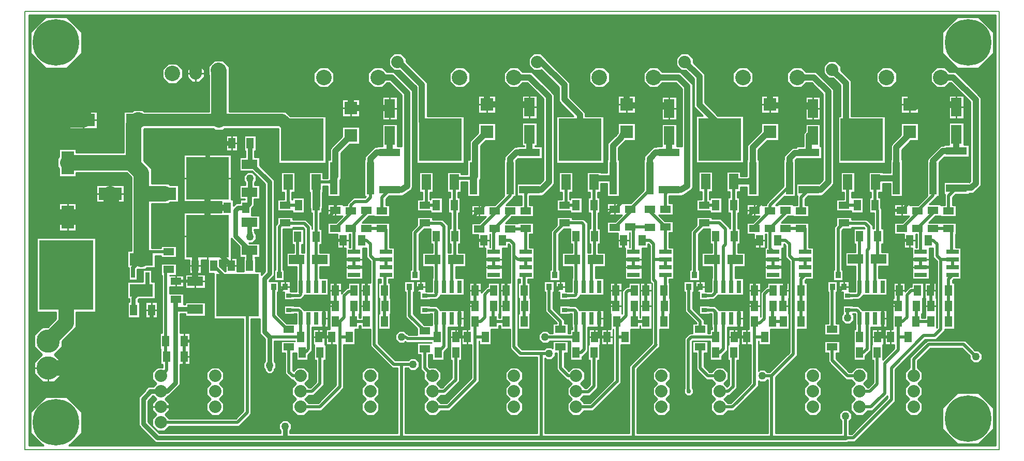
<source format=gbr>
G04 PROTEUS GERBER X2 FILE*
%TF.GenerationSoftware,Labcenter,Proteus,8.7-SP3-Build25561*%
%TF.CreationDate,2021-05-23T19:28:46+00:00*%
%TF.FileFunction,Copper,L1,Top*%
%TF.FilePolarity,Positive*%
%TF.Part,Single*%
%TF.SameCoordinates,{ce74c1e3-353a-4a96-b4f4-cabdf69041bd}*%
%FSLAX45Y45*%
%MOMM*%
G01*
%TA.AperFunction,Conductor*%
%ADD10C,0.508000*%
%ADD11C,1.016000*%
%ADD12C,1.270000*%
%ADD13C,2.032000*%
%ADD14C,0.254000*%
%ADD15C,0.762000*%
%ADD16C,2.540000*%
%ADD17C,0.635000*%
%TA.AperFunction,ViaPad*%
%ADD18C,0.762000*%
%ADD19C,1.270000*%
%ADD70C,2.032000*%
%TA.AperFunction,SMDPad,CuDef*%
%ADD71R,1.193800X5.308600*%
%TA.AperFunction,ComponentPad*%
%ADD20C,3.810000*%
%ADD21C,2.540000*%
%ADD22C,2.032000*%
%TA.AperFunction,SMDPad,CuDef*%
%ADD23R,1.143000X1.803400*%
%ADD24R,1.803400X1.143000*%
%ADD25R,2.108200X2.108200*%
%ADD26R,1.651000X3.048000*%
%ADD27R,3.403600X1.244600*%
%TA.AperFunction,SMDPad,CuDef*%
%ADD28R,6.985000X6.985000*%
%ADD29R,1.524000X2.540000*%
%TA.AperFunction,SMDPad,CuDef*%
%ADD72R,0.635000X2.032000*%
%TA.AperFunction,SMDPad,CuDef*%
%ADD73R,2.540000X1.524000*%
%ADD30R,0.889000X0.635000*%
%TA.AperFunction,SMDPad,CuDef*%
%ADD31R,0.889000X1.016000*%
%TA.AperFunction,SMDPad,CuDef*%
%ADD32R,2.032000X0.635000*%
%TA.AperFunction,OtherPad,Unknown*%
%ADD33C,7.620000*%
%TA.AperFunction,SMDPad,CuDef*%
%ADD34R,2.032000X3.810000*%
%ADD35R,0.635000X0.889000*%
%TA.AperFunction,SMDPad,CuDef*%
%ADD36R,8.890000X11.430000*%
%ADD37R,3.810000X2.032000*%
%TA.AperFunction,Profile*%
%ADD38C,0.203200*%
%TD.AperFunction*%
G36*
X+8448040Y-4193540D02*
X-6712345Y-4193540D01*
X-6502401Y-3983596D01*
X-6502401Y-3636404D01*
X-6747904Y-3390901D01*
X-7095096Y-3390901D01*
X-7340599Y-3636404D01*
X-7340599Y-3983596D01*
X-7130655Y-4193540D01*
X-7368540Y-4193540D01*
X-7368540Y+2860040D01*
X+8448040Y+2860040D01*
X+8448040Y-4193540D01*
G37*
%LPC*%
G36*
X+7701086Y+1930399D02*
X+7796722Y+1930399D01*
X+8216899Y+1510222D01*
X+8216899Y+69133D01*
X+8089309Y-58457D01*
X+8018779Y-58457D01*
X+8018779Y-75329D01*
X+7799971Y-75329D01*
X+7746999Y-128301D01*
X+7746999Y-249751D01*
X+7811769Y-249751D01*
X+7811769Y-440249D01*
X+7555231Y-440249D01*
X+7555231Y-430249D01*
X+7470051Y-430249D01*
X+7360549Y-539751D01*
X+7811769Y-539751D01*
X+7811769Y-730249D01*
X+7797799Y-730249D01*
X+7797799Y-946151D01*
X+7886699Y-946151D01*
X+7886699Y-1466849D01*
X+7766951Y-1466849D01*
X+7746999Y-1486801D01*
X+7746999Y-1522731D01*
X+7778749Y-1522731D01*
X+7778749Y-2287269D01*
X+7619999Y-2287269D01*
X+7619999Y-2312301D01*
X+7478001Y-2454299D01*
X+7302415Y-2454299D01*
X+6809731Y-2946983D01*
X+6809732Y-3465400D01*
X+6772534Y-3502597D01*
X+6653231Y-3621901D01*
X+6147633Y-4127499D01*
X+6036194Y-4127499D01*
X+6023494Y-4140199D01*
X-5296995Y-4140199D01*
X-5341631Y-4095563D01*
X-5341631Y-4095561D01*
X-5572677Y-3864515D01*
X-5572677Y-3397437D01*
X-5528041Y-3352801D01*
X-5528039Y-3352801D01*
X-5456800Y-3281562D01*
X-5456800Y-3270437D01*
X-5412164Y-3225801D01*
X-5328365Y-3225801D01*
X-5277564Y-3175000D01*
X-5346699Y-3105865D01*
X-5346699Y-2990135D01*
X-5264865Y-2908301D01*
X-5179499Y-2908301D01*
X-5179499Y-2858769D01*
X-5211249Y-2858769D01*
X-5211249Y-2604769D01*
X-5221249Y-2604769D01*
X-5221249Y-2348231D01*
X-5189499Y-2348231D01*
X-5189499Y-1401249D01*
X-5208269Y-1401249D01*
X-5208269Y-1210751D01*
X-4951731Y-1210751D01*
X-4951731Y-1401249D01*
X-5062501Y-1401249D01*
X-5062501Y-1403351D01*
X-4832351Y-1403351D01*
X-4832351Y-1593849D01*
X-5062501Y-1593849D01*
X-5062501Y-1703351D01*
X-4832351Y-1703351D01*
X-4832351Y-1879601D01*
X-4808219Y-1879601D01*
X-4808219Y-1841501D01*
X-4478021Y-1841501D01*
X-4478021Y-2070099D01*
X-4808219Y-2070099D01*
X-4808219Y-2031999D01*
X-4892654Y-2031999D01*
X-4892654Y-2348231D01*
X-4730751Y-2348231D01*
X-4730751Y-2858769D01*
X-4892654Y-2858769D01*
X-4892654Y-3194323D01*
X-5076530Y-3378199D01*
X-5085635Y-3378199D01*
X-5136436Y-3429000D01*
X-5067301Y-3498135D01*
X-5067301Y-3613865D01*
X-5136436Y-3683000D01*
X-5072935Y-3746501D01*
X-3980548Y-3746501D01*
X-3857037Y-3622990D01*
X-3857037Y-2114549D01*
X-4339589Y-2114549D01*
X-4339589Y-1372869D01*
X-4438369Y-1372869D01*
X-4438369Y-1149349D01*
X-4547871Y-1149349D01*
X-4547871Y-1372869D01*
X-4738369Y-1372869D01*
X-4738369Y-1149349D01*
X-4832349Y-1149349D01*
X-4832349Y-374651D01*
X-4212869Y-374651D01*
X-4212869Y-196849D01*
X-4832349Y-196849D01*
X-4832349Y+577849D01*
X-4057651Y+577849D01*
X-4057651Y-163831D01*
X-4022371Y-163831D01*
X-4022371Y-264426D01*
X-3973846Y-215901D01*
X-3912869Y-215901D01*
X-3912869Y-163831D01*
X-3830319Y-163831D01*
X-3830319Y-152399D01*
X-3919219Y-152399D01*
X-3919219Y+76199D01*
X-3822699Y+76199D01*
X-3822699Y+123016D01*
X-3848099Y+148416D01*
X-3848099Y+232584D01*
X-3788584Y+292099D01*
X-3704416Y+292099D01*
X-3644901Y+232584D01*
X-3644901Y+148416D01*
X-3670301Y+123016D01*
X-3670301Y+76199D01*
X-3589021Y+76199D01*
X-3589021Y-152399D01*
X-3677921Y-152399D01*
X-3677921Y-260161D01*
X-3722371Y-304611D01*
X-3722371Y-419101D01*
X-3589021Y-419101D01*
X-3589021Y-647699D01*
X-3677921Y-647699D01*
X-3677921Y-666939D01*
X-3673646Y-671214D01*
X-3673646Y-700595D01*
X-3648246Y-725995D01*
X-3648246Y-810163D01*
X-3707761Y-869678D01*
X-3767282Y-869678D01*
X-3760659Y-876301D01*
X-3589021Y-876301D01*
X-3589021Y-1104899D01*
X-3665221Y-1104899D01*
X-3665221Y-1116331D01*
X-3658871Y-1116331D01*
X-3658871Y-1339851D01*
X-3564891Y-1339851D01*
X-3564891Y-1398617D01*
X-3505199Y-1338925D01*
X-3505199Y+95439D01*
X-3714561Y+304801D01*
X-3919219Y+304801D01*
X-3919219Y+533399D01*
X-3822699Y+533399D01*
X-3822699Y+633731D01*
X-3841749Y+633731D01*
X-3841749Y+890269D01*
X-3651251Y+890269D01*
X-3651251Y+633731D01*
X-3670301Y+633731D01*
X-3670301Y+533399D01*
X-3589021Y+533399D01*
X-3589021Y+394781D01*
X-3352801Y+158561D01*
X-3352801Y-1402047D01*
X-3436856Y-1486102D01*
X-3436856Y-1498601D01*
X-3280411Y-1498601D01*
X-3280411Y-1676399D01*
X-3299461Y-1676399D01*
X-3299461Y-2038719D01*
X-3147429Y-2190751D01*
X-2990849Y-2190751D01*
X-2990849Y-2031999D01*
X-3028951Y-2031999D01*
X-3028951Y-2038349D01*
X-3194049Y-2038349D01*
X-3194049Y-1898651D01*
X-3028951Y-1898651D01*
X-3028951Y-1905001D01*
X-2926244Y-1905001D01*
X-2862744Y-1968501D01*
X-2470151Y-1968501D01*
X-2470151Y-2247899D01*
X-2730501Y-2247899D01*
X-2730501Y-2637510D01*
X-2798251Y-2705260D01*
X-2798251Y-2795269D01*
X-2988749Y-2795269D01*
X-2988749Y-2671249D01*
X-3048001Y-2671249D01*
X-3048001Y-2958199D01*
X-3038382Y-2967818D01*
X-2978865Y-2908301D01*
X-2863135Y-2908301D01*
X-2781301Y-2990135D01*
X-2781301Y-3105865D01*
X-2850436Y-3175000D01*
X-2786935Y-3238501D01*
X-2756801Y-3238501D01*
X-2666999Y-3148699D01*
X-2666999Y-2795269D01*
X-2698749Y-2795269D01*
X-2698749Y-2541269D01*
X-2716249Y-2541269D01*
X-2716249Y-2284731D01*
X-2525751Y-2284731D01*
X-2525751Y-2538731D01*
X-2508251Y-2538731D01*
X-2508251Y-2795269D01*
X-2540001Y-2795269D01*
X-2540001Y-3201301D01*
X-2704199Y-3365499D01*
X-2786935Y-3365499D01*
X-2850436Y-3429000D01*
X-2786935Y-3492501D01*
X-2629802Y-3492502D01*
X-2339597Y-3202297D01*
X-2339597Y-2831198D01*
X-2339596Y-2635250D01*
X-2339597Y-2541269D01*
X-2508249Y-2541269D01*
X-2508249Y-2284731D01*
X-2444749Y-2284731D01*
X-2444749Y-1522731D01*
X-2254251Y-1522731D01*
X-2254251Y-1698321D01*
X-2162108Y-1606178D01*
X-2144749Y-1606178D01*
X-2144749Y-1522731D01*
X-1954251Y-1522731D01*
X-1954251Y-2033269D01*
X-1964251Y-2033269D01*
X-1964251Y-2095501D01*
X-1936749Y-2095501D01*
X-1936749Y-1522731D01*
X-1777999Y-1522731D01*
X-1777999Y-1169301D01*
X-1841499Y-1105801D01*
X-1841499Y-953769D01*
X-1905001Y-953769D01*
X-1905001Y-1466849D01*
X-2184399Y-1466849D01*
X-2184399Y-953769D01*
X-2317749Y-953769D01*
X-2317749Y-730249D01*
X-2477769Y-730249D01*
X-2477769Y-539751D01*
X-2344051Y-539751D01*
X-2234549Y-430249D01*
X-2477769Y-430249D01*
X-2477769Y-239751D01*
X-2221231Y-239751D01*
X-2221231Y-249751D01*
X-2158999Y-249751D01*
X-2158999Y-227699D01*
X-2058301Y-127001D01*
X-1867801Y-127001D01*
X-1853829Y-113029D01*
X-1875789Y-113029D01*
X-1875789Y+494029D01*
X-1866899Y+494029D01*
X-1866899Y+544823D01*
X-1712823Y+698899D01*
X-1668779Y+698899D01*
X-1668779Y+710329D01*
X-1581149Y+710329D01*
X-1581149Y+1079499D01*
X-1339851Y+1079499D01*
X-1339851Y+710329D01*
X-1266267Y+710329D01*
X-1266267Y+1550677D01*
X-1468191Y+1752601D01*
X-1506414Y+1752601D01*
X-1582614Y+1676401D01*
X-1719386Y+1676401D01*
X-1816099Y+1773114D01*
X-1816099Y+1909886D01*
X-1719386Y+2006599D01*
X-1582614Y+2006599D01*
X-1506414Y+1930399D01*
X-1394545Y+1930399D01*
X-1088469Y+1624323D01*
X-1088469Y+41515D01*
X-1108968Y+2608D01*
X-1242456Y-88899D01*
X-1252221Y-88899D01*
X-1252221Y-100329D01*
X-1471029Y-100329D01*
X-1524001Y-153301D01*
X-1524001Y-249751D01*
X-1459231Y-249751D01*
X-1459231Y-440249D01*
X-1715769Y-440249D01*
X-1715769Y-430249D01*
X-1800949Y-430249D01*
X-1910451Y-539751D01*
X-1459231Y-539751D01*
X-1459231Y-730249D01*
X-1460501Y-730249D01*
X-1460501Y-946151D01*
X-1384301Y-946151D01*
X-1384301Y-1466849D01*
X-1478001Y-1466849D01*
X-1478001Y-1522731D01*
X-1456251Y-1522731D01*
X-1456251Y-1776731D01*
X-1446251Y-1776731D01*
X-1446251Y-2033269D01*
X-1456251Y-2033269D01*
X-1456251Y-2287269D01*
X-1646749Y-2287269D01*
X-1646749Y-2030731D01*
X-1636749Y-2030731D01*
X-1636749Y-1779269D01*
X-1646749Y-1779269D01*
X-1646749Y-1522731D01*
X-1604999Y-1522731D01*
X-1604999Y-1466849D01*
X-1651001Y-1466849D01*
X-1651001Y-2513699D01*
X-1370699Y-2794001D01*
X-1159684Y-2794001D01*
X-1121584Y-2755901D01*
X-1037416Y-2755901D01*
X-977901Y-2815416D01*
X-977901Y-2899584D01*
X-1037416Y-2959099D01*
X-1121584Y-2959099D01*
X-1159684Y-2920999D01*
X-1206501Y-2920999D01*
X-1206501Y-3987801D01*
X+952501Y-3987801D01*
X+952501Y-2744624D01*
X+846105Y-2744623D01*
X+649908Y-2744624D01*
X+612711Y-2707426D01*
X+508001Y-2602717D01*
X+508001Y-2287269D01*
X+349251Y-2287269D01*
X+349251Y-2222499D01*
X+321749Y-2222499D01*
X+321749Y-2287269D01*
X+194749Y-2287269D01*
X+194749Y-2541269D01*
X+4251Y-2541269D01*
X+4251Y-2476498D01*
X-1Y-2476498D01*
X-2Y-2594678D01*
X-1Y-2777609D01*
X-1Y-3137801D01*
X-481699Y-3619499D01*
X-627935Y-3619499D01*
X-704135Y-3695699D01*
X-819865Y-3695699D01*
X-901699Y-3613865D01*
X-901699Y-3498135D01*
X-832564Y-3429000D01*
X-901699Y-3359865D01*
X-901699Y-3244135D01*
X-832564Y-3175000D01*
X-901699Y-3105865D01*
X-901699Y-2998560D01*
X-908500Y-2991786D01*
X-952499Y-2947787D01*
X-952499Y-2698749D01*
X-1017269Y-2698749D01*
X-1017269Y-2508251D01*
X-776249Y-2508251D01*
X-776249Y-2503925D01*
X-1191822Y-2503925D01*
X-1206263Y-2492946D01*
X-1227916Y-2514599D01*
X-1312084Y-2514599D01*
X-1371599Y-2455084D01*
X-1371599Y-2370916D01*
X-1312084Y-2311401D01*
X-1227916Y-2311401D01*
X-1189816Y-2349501D01*
X-1185104Y-2349501D01*
X-1149030Y-2376927D01*
X-1017269Y-2376927D01*
X-1017269Y-2275031D01*
X-1203959Y-2088341D01*
X-1203959Y-1676399D01*
X-1223009Y-1676399D01*
X-1223009Y-1498601D01*
X-1057911Y-1498601D01*
X-1057911Y-1676399D01*
X-1076961Y-1676399D01*
X-1076961Y-2035739D01*
X-894449Y-2218251D01*
X-768349Y-2218251D01*
X-768349Y-2031999D01*
X-806451Y-2031999D01*
X-806451Y-2038349D01*
X-971549Y-2038349D01*
X-971549Y-1898651D01*
X-806451Y-1898651D01*
X-806451Y-1905001D01*
X-695115Y-1905001D01*
X-631615Y-1968501D01*
X-247651Y-1968501D01*
X-247651Y-2247899D01*
X-508001Y-2247899D01*
X-508001Y-2593801D01*
X-575751Y-2661551D01*
X-575751Y-2795269D01*
X-766249Y-2795269D01*
X-766249Y-2698749D01*
X-825501Y-2698749D01*
X-825501Y-2895185D01*
X-818808Y-2901878D01*
X-812347Y-2908301D01*
X-704135Y-2908301D01*
X-622301Y-2990135D01*
X-622301Y-3105865D01*
X-691436Y-3175000D01*
X-627935Y-3238501D01*
X-597801Y-3238501D01*
X-444499Y-3085199D01*
X-444499Y-2795269D01*
X-476249Y-2795269D01*
X-476249Y-2284731D01*
X-285751Y-2284731D01*
X-285751Y-2795269D01*
X-317501Y-2795269D01*
X-317501Y-3137801D01*
X-545198Y-3365499D01*
X-627935Y-3365499D01*
X-691436Y-3429000D01*
X-627935Y-3492501D01*
X-534301Y-3492501D01*
X-126999Y-3085199D01*
X-126999Y-2742391D01*
X-126998Y-2594678D01*
X-126999Y-2541269D01*
X-285749Y-2541269D01*
X-285749Y-2284731D01*
X-158749Y-2284731D01*
X-158749Y-1522731D01*
X+31749Y-1522731D01*
X+31749Y-1685369D01*
X+129617Y-1587501D01*
X+141251Y-1587501D01*
X+141251Y-1522731D01*
X+331749Y-1522731D01*
X+331749Y-2033269D01*
X+321749Y-2033269D01*
X+321749Y-2095501D01*
X+349251Y-2095501D01*
X+349251Y-1522731D01*
X+508001Y-1522731D01*
X+508001Y-915301D01*
X+481699Y-888999D01*
X+476249Y-888999D01*
X+476249Y-953769D01*
X+380999Y-953769D01*
X+380999Y-1466849D01*
X+101601Y-1466849D01*
X+101601Y-953769D01*
X-14249Y-953769D01*
X-14249Y-740249D01*
X-128269Y-740249D01*
X-128269Y-549751D01*
X+5449Y-549751D01*
X+114951Y-440249D01*
X-128269Y-440249D01*
X-128269Y-249751D01*
X+259449Y-249751D01*
X+410211Y-98989D01*
X+410211Y+494029D01*
X+419101Y+494029D01*
X+419101Y+544823D01*
X+573177Y+698899D01*
X+617221Y+698899D01*
X+617221Y+710329D01*
X+736601Y+710329D01*
X+736601Y+716501D01*
X+704851Y+716501D01*
X+704851Y+1097499D01*
X+946149Y+1097499D01*
X+946149Y+716501D01*
X+914399Y+716501D01*
X+914399Y+710329D01*
X+1033779Y+710329D01*
X+1033779Y+509671D01*
X+635393Y+509671D01*
X+605789Y+480067D01*
X+605789Y-113029D01*
X+571499Y-113029D01*
X+571499Y-117301D01*
X+439049Y-249751D01*
X+698501Y-249751D01*
X+698501Y-100329D01*
X+617221Y-100329D01*
X+617221Y+100329D01*
X+990607Y+100329D01*
X+1054101Y+163823D01*
X+1054101Y+1487177D01*
X+788677Y+1752601D01*
X+716086Y+1752601D01*
X+639886Y+1676401D01*
X+503114Y+1676401D01*
X+406401Y+1773114D01*
X+406401Y+1909886D01*
X+503114Y+2006599D01*
X+639886Y+2006599D01*
X+716086Y+1930399D01*
X+862323Y+1930399D01*
X+1231899Y+1560823D01*
X+1231899Y+90177D01*
X+1052823Y-88899D01*
X+1033779Y-88899D01*
X+1033779Y-100329D01*
X+825499Y-100329D01*
X+825499Y-249751D01*
X+890269Y-249751D01*
X+890269Y-440249D01*
X+538551Y-440249D01*
X+429049Y-549751D01*
X+633731Y-549751D01*
X+633731Y-539751D01*
X+890269Y-539751D01*
X+890269Y-730249D01*
X+825499Y-730249D01*
X+825499Y-946151D01*
X+901699Y-946151D01*
X+901699Y-1466849D01*
X+797999Y-1466849D01*
X+797999Y-1522731D01*
X+829749Y-1522731D01*
X+829749Y-1776731D01*
X+839749Y-1776731D01*
X+839749Y-2033269D01*
X+829749Y-2033269D01*
X+829749Y-2287269D01*
X+639251Y-2287269D01*
X+639251Y-2030731D01*
X+649251Y-2030731D01*
X+649251Y-1779269D01*
X+639251Y-1779269D01*
X+639251Y-1522731D01*
X+671001Y-1522731D01*
X+671001Y-1466849D01*
X+634999Y-1466849D01*
X+634999Y-2550114D01*
X+702511Y-2617626D01*
X+846105Y-2617627D01*
X+1063400Y-2617626D01*
X+1101500Y-2579526D01*
X+1185668Y-2579526D01*
X+1205231Y-2599089D01*
X+1205231Y-2480751D01*
X+1461769Y-2480751D01*
X+1461769Y-2671249D01*
X+1396999Y-2671249D01*
X+1396999Y-2894699D01*
X+1470118Y-2967818D01*
X+1529635Y-2908301D01*
X+1645365Y-2908301D01*
X+1727199Y-2990135D01*
X+1727199Y-3105865D01*
X+1658064Y-3175000D01*
X+1727199Y-3244135D01*
X+1727199Y-3246864D01*
X+1757446Y-3246864D01*
X+1814002Y-3190308D01*
X+1814001Y-2795269D01*
X+1782251Y-2795269D01*
X+1782251Y-2538731D01*
X+1792251Y-2538731D01*
X+1792251Y-2284731D01*
X+1982749Y-2284731D01*
X+1982749Y-2541269D01*
X+1972749Y-2541269D01*
X+1972749Y-2795269D01*
X+1940999Y-2795269D01*
X+1940998Y-3242912D01*
X+1810050Y-3373860D01*
X+1713204Y-3373860D01*
X+1658064Y-3429000D01*
X+1721565Y-3492501D01*
X+1815199Y-3492501D01*
X+2196500Y-3111200D01*
X+2196499Y-2846790D01*
X+2196500Y-2801796D01*
X+2196499Y-2704198D01*
X+2196500Y-2571750D01*
X+2196499Y-2287269D01*
X+2190749Y-2287269D01*
X+2190749Y-2541269D01*
X+2000251Y-2541269D01*
X+2000251Y-2284731D01*
X+2154751Y-2284731D01*
X+2154751Y-2033269D01*
X+2144751Y-2033269D01*
X+2144751Y-1522731D01*
X+2335249Y-1522731D01*
X+2335249Y-2030731D01*
X+2338612Y-2030731D01*
X+2338612Y-1661894D01*
X+2410653Y-1589853D01*
X+2444751Y-1589853D01*
X+2444751Y-1522731D01*
X+2635249Y-1522731D01*
X+2635249Y-2095501D01*
X+2635251Y-2095501D01*
X+2635251Y-1522731D01*
X+2814253Y-1522731D01*
X+2794001Y-1502479D01*
X+2794001Y-915301D01*
X+2767699Y-888999D01*
X+2762249Y-888999D01*
X+2762249Y-953769D01*
X+2666999Y-953769D01*
X+2666999Y-1466849D01*
X+2387601Y-1466849D01*
X+2387601Y-953769D01*
X+2271751Y-953769D01*
X+2271751Y-712749D01*
X+2094231Y-712749D01*
X+2094231Y-522251D01*
X+2227949Y-522251D01*
X+2337451Y-412749D01*
X+2094231Y-412749D01*
X+2094231Y-222251D01*
X+2481949Y-222251D01*
X+2696211Y-7989D01*
X+2696211Y+494029D01*
X+2705101Y+494029D01*
X+2705101Y+548323D01*
X+2855677Y+698899D01*
X+2903221Y+698899D01*
X+2903221Y+710329D01*
X+2990851Y+710329D01*
X+2990851Y+1079499D01*
X+3232149Y+1079499D01*
X+3232149Y+710329D01*
X+3318934Y+710329D01*
X+3318934Y+1654942D01*
X+3221275Y+1752601D01*
X+3002086Y+1752601D01*
X+2925886Y+1676401D01*
X+2789114Y+1676401D01*
X+2692401Y+1773114D01*
X+2692401Y+1909886D01*
X+2789114Y+2006599D01*
X+2925886Y+2006599D01*
X+3002086Y+1930399D01*
X+3294921Y+1930399D01*
X+3496732Y+1728588D01*
X+3496732Y+40082D01*
X+3473652Y-681D01*
X+3338823Y-88899D01*
X+3319779Y-88899D01*
X+3319779Y-100329D01*
X+3111499Y-100329D01*
X+3111499Y-222251D01*
X+3176269Y-222251D01*
X+3176269Y-412749D01*
X+2943049Y-412749D01*
X+3042551Y-512251D01*
X+3176269Y-512251D01*
X+3176269Y-702749D01*
X+3111499Y-702749D01*
X+3111499Y-946151D01*
X+3187699Y-946151D01*
X+3187699Y-1466849D01*
X+3111499Y-1466849D01*
X+3111499Y-1522731D01*
X+3115749Y-1522731D01*
X+3115749Y-1776731D01*
X+3125749Y-1776731D01*
X+3125749Y-2033269D01*
X+3115749Y-2033269D01*
X+3115749Y-2287269D01*
X+2954969Y-2287269D01*
X+2954969Y-2509569D01*
X+2959098Y-2513698D01*
X+2959098Y-2566302D01*
X+2954969Y-2570432D01*
X+2917771Y-2607629D01*
X+2585207Y-2940193D01*
X+2585207Y-3987801D01*
X+4721997Y-3987801D01*
X+4721997Y-3111498D01*
X+4715685Y-3111498D01*
X+4677584Y-3149599D01*
X+4593416Y-3149599D01*
X+4571998Y-3128181D01*
X+4571998Y-3217574D01*
X+4170074Y-3619499D01*
X+4071065Y-3619499D01*
X+3994865Y-3695699D01*
X+3879135Y-3695699D01*
X+3797301Y-3613865D01*
X+3797301Y-3498135D01*
X+3866436Y-3429000D01*
X+3797301Y-3359865D01*
X+3797301Y-3244135D01*
X+3866436Y-3175000D01*
X+3802935Y-3111499D01*
X+3720198Y-3111499D01*
X+3556001Y-2947301D01*
X+3556001Y-2671249D01*
X+3491231Y-2671249D01*
X+3491231Y-2481216D01*
X+3486904Y-2485543D01*
X+3486904Y-3252142D01*
X+3505199Y-3270437D01*
X+3505199Y-3333563D01*
X+3460563Y-3378199D01*
X+3397437Y-3378199D01*
X+3352801Y-3333563D01*
X+3352801Y-3270437D01*
X+3359906Y-3263332D01*
X+3359906Y-2432941D01*
X+3443346Y-2349501D01*
X+3491231Y-2349501D01*
X+3491231Y-2190751D01*
X+3556001Y-2190751D01*
X+3556001Y-2185301D01*
X+3368041Y-1997341D01*
X+3368041Y-1676399D01*
X+3348991Y-1676399D01*
X+3348991Y-1498601D01*
X+3514089Y-1498601D01*
X+3514089Y-1676399D01*
X+3495039Y-1676399D01*
X+3495039Y-1944739D01*
X+3682999Y-2132699D01*
X+3682999Y-2190751D01*
X+3747769Y-2190751D01*
X+3747769Y-2349501D01*
X+3778251Y-2349501D01*
X+3778251Y-2284731D01*
X+3810001Y-2284731D01*
X+3810001Y-2247899D01*
X+3803651Y-2247899D01*
X+3803651Y-2031998D01*
X+3765549Y-2031998D01*
X+3765549Y-2038349D01*
X+3600451Y-2038349D01*
X+3600451Y-1898651D01*
X+3765549Y-1898651D01*
X+3765549Y-1905002D01*
X+3862709Y-1905002D01*
X+3926208Y-1968501D01*
X+4324349Y-1968501D01*
X+4324349Y-2247899D01*
X+4063999Y-2247899D01*
X+4063999Y-2629801D01*
X+3968749Y-2725051D01*
X+3968749Y-2795269D01*
X+3778251Y-2795269D01*
X+3778251Y-2476499D01*
X+3495948Y-2476499D01*
X+3491696Y-2480751D01*
X+3747769Y-2480751D01*
X+3747769Y-2671249D01*
X+3682999Y-2671249D01*
X+3682999Y-2894699D01*
X+3772801Y-2984501D01*
X+3802935Y-2984501D01*
X+3879135Y-2908301D01*
X+3994865Y-2908301D01*
X+4076699Y-2990135D01*
X+4076699Y-3105865D01*
X+4007564Y-3175000D01*
X+4060558Y-3227994D01*
X+4093399Y-3195154D01*
X+4093399Y-2795269D01*
X+4068251Y-2795269D01*
X+4068251Y-2538731D01*
X+4078251Y-2538731D01*
X+4078251Y-2284731D01*
X+4268749Y-2284731D01*
X+4268749Y-2541269D01*
X+4258749Y-2541269D01*
X+4258749Y-2795269D01*
X+4220397Y-2795269D01*
X+4220397Y-3247756D01*
X+4102654Y-3365499D01*
X+4071065Y-3365499D01*
X+4007564Y-3429000D01*
X+4071065Y-3492501D01*
X+4117471Y-3492501D01*
X+4445002Y-3164970D01*
X+4445001Y-2541269D01*
X+4286251Y-2541269D01*
X+4286251Y-2284731D01*
X+4413251Y-2284731D01*
X+4413251Y-1522731D01*
X+4603749Y-1522731D01*
X+4603749Y-2081352D01*
X+4607018Y-2078083D01*
X+4607018Y-1683496D01*
X+4703013Y-1587501D01*
X+4713251Y-1587501D01*
X+4713251Y-1522731D01*
X+5075749Y-1522731D01*
X+5075749Y-1779269D01*
X+5065749Y-1779269D01*
X+5065749Y-2030731D01*
X+5075749Y-2030731D01*
X+5075749Y-2287269D01*
X+4766749Y-2287269D01*
X+4766749Y-2541269D01*
X+4576251Y-2541269D01*
X+4576251Y-2476499D01*
X+4571999Y-2476499D01*
X+4571999Y-2967818D01*
X+4593416Y-2946401D01*
X+4677584Y-2946401D01*
X+4715685Y-2984502D01*
X+4757889Y-2984501D01*
X+4759195Y-2983196D01*
X+5080001Y-2662390D01*
X+5080001Y-1169301D01*
X+5016501Y-1105802D01*
X+5016501Y-915301D01*
X+4990199Y-888999D01*
X+4984749Y-888999D01*
X+4984749Y-953769D01*
X+4952999Y-953769D01*
X+4952999Y-1466849D01*
X+4673601Y-1466849D01*
X+4673601Y-953769D01*
X+4494251Y-953769D01*
X+4494251Y-730249D01*
X+4380231Y-730249D01*
X+4380231Y-539751D01*
X+4477949Y-539751D01*
X+4587451Y-430249D01*
X+4380231Y-430249D01*
X+4380231Y-239751D01*
X+4636769Y-239751D01*
X+4636769Y-249751D01*
X+4699001Y-249751D01*
X+4699001Y-227699D01*
X+4982211Y+55511D01*
X+4982211Y+494029D01*
X+4991101Y+494029D01*
X+4991101Y+553446D01*
X+5125492Y+687837D01*
X+5189221Y+687837D01*
X+5189221Y+710329D01*
X+5308601Y+710329D01*
X+5308601Y+925823D01*
X+5340351Y+957573D01*
X+5340351Y+1079499D01*
X+5581649Y+1079499D01*
X+5581649Y+710329D01*
X+5605779Y+710329D01*
X+5605779Y+509671D01*
X+5198770Y+509671D01*
X+5177789Y+488690D01*
X+5177789Y-113029D01*
X+4993271Y-113029D01*
X+4856549Y-249751D01*
X+4888231Y-249751D01*
X+4888231Y-239751D01*
X+5144769Y-239751D01*
X+5144769Y-249751D01*
X+5207001Y-249751D01*
X+5207001Y-100699D01*
X+5207371Y-100329D01*
X+5189221Y-100329D01*
X+5189221Y+100329D01*
X+5562607Y+100329D01*
X+5626101Y+163823D01*
X+5626101Y+1569977D01*
X+5443477Y+1752601D01*
X+5351586Y+1752601D01*
X+5275386Y+1676401D01*
X+5138614Y+1676401D01*
X+5041901Y+1773114D01*
X+5041901Y+1909886D01*
X+5138614Y+2006599D01*
X+5275386Y+2006599D01*
X+5351586Y+1930399D01*
X+5517123Y+1930399D01*
X+5803899Y+1643623D01*
X+5803899Y+90177D01*
X+5624823Y-88899D01*
X+5605779Y-88899D01*
X+5605779Y-100329D01*
X+5386971Y-100329D01*
X+5333999Y-153301D01*
X+5333999Y-249751D01*
X+5398769Y-249751D01*
X+5398769Y-440249D01*
X+5142231Y-440249D01*
X+5142231Y-430249D01*
X+5057051Y-430249D01*
X+4947549Y-539751D01*
X+5398769Y-539751D01*
X+5398769Y-730249D01*
X+5397499Y-730249D01*
X+5397499Y-946151D01*
X+5473699Y-946151D01*
X+5473699Y-1466849D01*
X+5353951Y-1466849D01*
X+5333999Y-1486801D01*
X+5333999Y-1522731D01*
X+5365749Y-1522731D01*
X+5365749Y-2287269D01*
X+5206999Y-2287269D01*
X+5206999Y-2714992D01*
X+4848995Y-3072996D01*
X+4848995Y-3987801D01*
X+5931796Y-3987801D01*
X+5931795Y-3786035D01*
X+5893695Y-3747935D01*
X+5893695Y-3663767D01*
X+5953210Y-3604252D01*
X+6037378Y-3604252D01*
X+6096893Y-3663767D01*
X+6096893Y-3747935D01*
X+6058793Y-3786035D01*
X+6058792Y-4000501D01*
X+6095031Y-4000501D01*
X+6563431Y-3532101D01*
X+6563431Y-3532099D01*
X+6600629Y-3494902D01*
X+6682734Y-3412797D01*
X+6682734Y-3376567D01*
X+6603998Y-3455302D01*
X+6439802Y-3619499D01*
X+6357065Y-3619499D01*
X+6280865Y-3695699D01*
X+6165135Y-3695699D01*
X+6083301Y-3613865D01*
X+6083301Y-3498135D01*
X+6152436Y-3429000D01*
X+6083301Y-3359865D01*
X+6083301Y-3244135D01*
X+6152436Y-3175000D01*
X+6088935Y-3111499D01*
X+6006199Y-3111499D01*
X+5715001Y-2820301D01*
X+5715001Y-2671249D01*
X+5650231Y-2671249D01*
X+5650231Y-2480751D01*
X+5906769Y-2480751D01*
X+5906769Y-2671249D01*
X+5841999Y-2671249D01*
X+5841999Y-2767699D01*
X+6058801Y-2984501D01*
X+6088935Y-2984501D01*
X+6165135Y-2908301D01*
X+6280865Y-2908301D01*
X+6362699Y-2990135D01*
X+6362699Y-3105865D01*
X+6293564Y-3175000D01*
X+6357065Y-3238501D01*
X+6371323Y-3238501D01*
X+6449501Y-3160323D01*
X+6449501Y-2795269D01*
X+6417751Y-2795269D01*
X+6417751Y-2538731D01*
X+6427751Y-2538731D01*
X+6427751Y-2284731D01*
X+6618249Y-2284731D01*
X+6618249Y-2541269D01*
X+6608249Y-2541269D01*
X+6608249Y-2783930D01*
X+6794501Y-2597678D01*
X+6794501Y-2541269D01*
X+6635751Y-2541269D01*
X+6635751Y-2284731D01*
X+6762751Y-2284731D01*
X+6762751Y-1776731D01*
X+6780251Y-1776731D01*
X+6780251Y-1522731D01*
X+6970749Y-1522731D01*
X+6970749Y-1664038D01*
X+7047286Y-1587501D01*
X+7080251Y-1587501D01*
X+7080251Y-1522731D01*
X+7270749Y-1522731D01*
X+7270749Y-1779269D01*
X+7253249Y-1779269D01*
X+7253249Y-2033269D01*
X+7243249Y-2033269D01*
X+7243249Y-2095501D01*
X+7298251Y-2095501D01*
X+7298251Y-1779269D01*
X+7288251Y-1779269D01*
X+7288251Y-1522731D01*
X+7478749Y-1522731D01*
X+7478749Y-1776731D01*
X+7488749Y-1776731D01*
X+7488749Y-2263951D01*
X+7493001Y-2259699D01*
X+7493001Y-1169301D01*
X+7429501Y-1105801D01*
X+7429501Y-953769D01*
X+7365999Y-953769D01*
X+7365999Y-1466849D01*
X+7086601Y-1466849D01*
X+7086601Y-953769D01*
X+6953251Y-953769D01*
X+6953251Y-730249D01*
X+6793231Y-730249D01*
X+6793231Y-539751D01*
X+6926949Y-539751D01*
X+7036451Y-430249D01*
X+6793231Y-430249D01*
X+6793231Y-239751D01*
X+7049769Y-239751D01*
X+7049769Y-249751D01*
X+7180949Y-249751D01*
X+7331711Y-98989D01*
X+7331711Y+494029D01*
X+7340601Y+494029D01*
X+7340601Y+509823D01*
X+7554677Y+723899D01*
X+7602221Y+723899D01*
X+7602221Y+735329D01*
X+7689851Y+735329D01*
X+7689851Y+1097499D01*
X+7931149Y+1097499D01*
X+7931149Y+735329D01*
X+8018779Y+735329D01*
X+8018779Y+534671D01*
X+7616893Y+534671D01*
X+7527289Y+445067D01*
X+7527289Y-113029D01*
X+7492999Y-113029D01*
X+7492999Y-117301D01*
X+7370549Y-239751D01*
X+7557769Y-239751D01*
X+7557769Y-249751D01*
X+7620001Y-249751D01*
X+7620001Y-75699D01*
X+7620371Y-75329D01*
X+7602221Y-75329D01*
X+7602221Y+125329D01*
X+8018779Y+125329D01*
X+8018779Y+122457D01*
X+8039101Y+142779D01*
X+8039101Y+1436576D01*
X+7723076Y+1752601D01*
X+7701086Y+1752601D01*
X+7624886Y+1676401D01*
X+7488114Y+1676401D01*
X+7391401Y+1773114D01*
X+7391401Y+1909886D01*
X+7488114Y+2006599D01*
X+7624886Y+2006599D01*
X+7701086Y+1930399D01*
G37*
G36*
X-1951991Y+745491D02*
X-2113287Y+745491D01*
X-2260601Y+598177D01*
X-2260601Y+182177D01*
X-2280211Y+162567D01*
X-2280211Y-113029D01*
X-2475789Y-113029D01*
X-2475789Y+63501D01*
X-2552701Y+63501D01*
X-2552701Y-38099D01*
X-2565401Y-38099D01*
X-2565401Y-296084D01*
X-2571751Y-302434D01*
X-2571751Y-382269D01*
X-2603501Y-382269D01*
X-2603501Y-640081D01*
X-2571751Y-640081D01*
X-2571751Y-896619D01*
X-2603501Y-896619D01*
X-2603501Y-1028701D01*
X-2438401Y-1028701D01*
X-2438401Y-1257299D01*
X-2603501Y-1257299D01*
X-2603501Y-1447801D01*
X-2470151Y-1447801D01*
X-2470151Y-1727199D01*
X-2857501Y-1727199D01*
X-2857501Y-1740801D01*
X-2913749Y-1797049D01*
X-3028951Y-1797049D01*
X-3028951Y-1803399D01*
X-3194049Y-1803399D01*
X-3194049Y-1676399D01*
X-3257549Y-1676399D01*
X-3257549Y-1498601D01*
X-3092451Y-1498601D01*
X-3092451Y-1663701D01*
X-3028951Y-1663701D01*
X-3028951Y-1670051D01*
X-2990849Y-1670051D01*
X-2990849Y-1447801D01*
X-2984499Y-1447801D01*
X-2984499Y-1257299D01*
X-3149599Y-1257299D01*
X-3149599Y-1028701D01*
X-3030499Y-1028701D01*
X-3030499Y-896619D01*
X-3062249Y-896619D01*
X-3062249Y-640081D01*
X-2871751Y-640081D01*
X-2871751Y-896619D01*
X-2903501Y-896619D01*
X-2903501Y-1028701D01*
X-2857499Y-1028701D01*
X-2857499Y-641801D01*
X-2885229Y-614071D01*
X-3046731Y-614071D01*
X-3046731Y-639249D01*
X-3205481Y-639249D01*
X-3205481Y-1308101D01*
X-3186431Y-1308101D01*
X-3186431Y-1485899D01*
X-3351529Y-1485899D01*
X-3351529Y-1308101D01*
X-3332479Y-1308101D01*
X-3332479Y-581199D01*
X-3303269Y-551989D01*
X-3303269Y-448751D01*
X-3046731Y-448751D01*
X-3046731Y-487073D01*
X-2832627Y-487073D01*
X-2730501Y-589199D01*
X-2730501Y-640081D01*
X-2730499Y-640081D01*
X-2730499Y-382269D01*
X-2762249Y-382269D01*
X-2762249Y-302434D01*
X-2768599Y-296084D01*
X-2768599Y-38099D01*
X-2781299Y-38099D01*
X-2781299Y+292099D01*
X-2552701Y+292099D01*
X-2552701Y+190499D01*
X-2475789Y+190499D01*
X-2475789Y+494029D01*
X-2438399Y+494029D01*
X-2438399Y+671823D01*
X-2239009Y+871213D01*
X-2239009Y+1032509D01*
X-1951991Y+1032509D01*
X-1951991Y+745491D01*
G37*
G36*
X-6273801Y-2005815D02*
X-6591301Y-2005815D01*
X-6591301Y-2252785D01*
X-6819901Y-2481385D01*
X-6819901Y-2571189D01*
X-6947462Y-2698750D01*
X-6819901Y-2826311D01*
X-6819901Y-3015689D01*
X-6953811Y-3149599D01*
X-7143189Y-3149599D01*
X-7277099Y-3015689D01*
X-7277099Y-2826311D01*
X-7149538Y-2698750D01*
X-7277099Y-2571189D01*
X-7277099Y-2381811D01*
X-7143189Y-2247901D01*
X-7053385Y-2247901D01*
X-6921499Y-2116015D01*
X-6921499Y-2005815D01*
X-7238999Y-2005815D01*
X-7238999Y-786617D01*
X-6273801Y-786617D01*
X-6273801Y-2005815D01*
G37*
G36*
X-1951991Y+1195491D02*
X-2239009Y+1195491D01*
X-2239009Y+1482509D01*
X-1951991Y+1482509D01*
X-1951991Y+1195491D01*
G37*
G36*
X-1339851Y+1143001D02*
X-1581149Y+1143001D01*
X-1581149Y+1523999D01*
X-1339851Y+1523999D01*
X-1339851Y+1143001D01*
G37*
G36*
X-4147219Y+2071825D02*
X-4089401Y+2014007D01*
X-4089401Y+1282699D01*
X-3162855Y+1282699D01*
X-3085385Y+1205229D01*
X-2508251Y+1205229D01*
X-2508251Y+430531D01*
X-3282949Y+430531D01*
X-3282949Y+998227D01*
X-3288023Y+1003301D01*
X-4160714Y+1003301D01*
X-4186114Y+977901D01*
X-4322886Y+977901D01*
X-4348286Y+1003301D01*
X-5478012Y+1003301D01*
X-5486401Y+994912D01*
X-5486401Y+470551D01*
X-5359401Y+343551D01*
X-5359401Y+101599D01*
X-5075114Y+101599D01*
X-5049714Y+76199D01*
X-4914901Y+76199D01*
X-4914901Y-203199D01*
X-5049714Y-203199D01*
X-5075114Y-228599D01*
X-5359401Y-228599D01*
X-5359401Y-952501D01*
X-5208269Y-952501D01*
X-5208269Y-920751D01*
X-4951731Y-920751D01*
X-4951731Y-1111249D01*
X-5208269Y-1111249D01*
X-5208269Y-1079499D01*
X-5295901Y-1079499D01*
X-5295901Y-1281915D01*
X-5430714Y-1281915D01*
X-5456114Y-1307315D01*
X-5590819Y-1307315D01*
X-5594351Y-1310847D01*
X-5594351Y-1479549D01*
X-5734049Y-1479549D01*
X-5734049Y-1281915D01*
X-5753099Y-1281915D01*
X-5753099Y-1002517D01*
X-5689599Y-1002517D01*
X-5689599Y+206781D01*
X-5762219Y+279401D01*
X-6591301Y+279401D01*
X-6591301Y+215901D01*
X-6870699Y+215901D01*
X-6870699Y+350714D01*
X-6896099Y+376114D01*
X-6896099Y+512886D01*
X-6870699Y+538286D01*
X-6870699Y+673099D01*
X-6591301Y+673099D01*
X-6591301Y+609599D01*
X-5816599Y+609599D01*
X-5816599Y+1282699D01*
X-5681786Y+1282699D01*
X-5656386Y+1308099D01*
X-5503412Y+1308099D01*
X-5478012Y+1282699D01*
X-4419599Y+1282699D01*
X-4419599Y+1877237D01*
X-4429059Y+1886697D01*
X-4429059Y+2023469D01*
X-4332347Y+2120181D01*
X-4195575Y+2120181D01*
X-4147219Y+2071825D01*
G37*
G36*
X-3009901Y-38099D02*
X-3060701Y-38099D01*
X-3060701Y-158751D01*
X-3052249Y-158751D01*
X-3052249Y-125731D01*
X-2861751Y-125731D01*
X-2861751Y-382269D01*
X-3052249Y-382269D01*
X-3052249Y-349249D01*
X-3303269Y-349249D01*
X-3303269Y-158751D01*
X-3187699Y-158751D01*
X-3187699Y-38099D01*
X-3238499Y-38099D01*
X-3238499Y+292099D01*
X-3009901Y+292099D01*
X-3009901Y-38099D01*
G37*
G36*
X-1193801Y+2153365D02*
X-1193801Y+2100676D01*
X-849428Y+1756303D01*
X-849428Y+1205229D01*
X-247651Y+1205229D01*
X-247651Y+430531D01*
X-1022349Y+430531D01*
X-1022349Y+1079507D01*
X-1027226Y+1084384D01*
X-1027226Y+1682657D01*
X-1300370Y+1955801D01*
X-1391365Y+1955801D01*
X-1473199Y+2037635D01*
X-1473199Y+2153365D01*
X-1391365Y+2235199D01*
X-1275635Y+2235199D01*
X-1193801Y+2153365D01*
G37*
G36*
X-749301Y-38099D02*
X-800101Y-38099D01*
X-800101Y-158751D01*
X-793749Y-158751D01*
X-793749Y-125731D01*
X-603251Y-125731D01*
X-603251Y-382269D01*
X-793749Y-382269D01*
X-793749Y-349249D01*
X-1017269Y-349249D01*
X-1017269Y-158751D01*
X-927099Y-158751D01*
X-927099Y-38099D01*
X-977899Y-38099D01*
X-977899Y+292099D01*
X-749301Y+292099D01*
X-749301Y-38099D01*
G37*
G36*
X+270509Y+803491D02*
X+109213Y+803491D01*
X+25399Y+719677D01*
X+25399Y+182177D01*
X+5789Y+162567D01*
X+5789Y-113029D01*
X-189789Y-113029D01*
X-189789Y+127001D01*
X-292101Y+127001D01*
X-292101Y-38099D01*
X-345001Y-38099D01*
X-345001Y-125731D01*
X-313251Y-125731D01*
X-313251Y-382269D01*
X-335001Y-382269D01*
X-335001Y-633731D01*
X-303251Y-633731D01*
X-303251Y-890269D01*
X-335001Y-890269D01*
X-335001Y-1028701D01*
X-215901Y-1028701D01*
X-215901Y-1257299D01*
X-381001Y-1257299D01*
X-381001Y-1447801D01*
X-247651Y-1447801D01*
X-247651Y-1727199D01*
X-635001Y-1727199D01*
X-635001Y-1740801D01*
X-691249Y-1797049D01*
X-806451Y-1797049D01*
X-806451Y-1803399D01*
X-971549Y-1803399D01*
X-971549Y-1676399D01*
X-1035049Y-1676399D01*
X-1035049Y-1498601D01*
X-869951Y-1498601D01*
X-869951Y-1663701D01*
X-806451Y-1663701D01*
X-806451Y-1670051D01*
X-768349Y-1670051D01*
X-768349Y-1447801D01*
X-761999Y-1447801D01*
X-761999Y-1257299D01*
X-927099Y-1257299D01*
X-927099Y-1028701D01*
X-761998Y-1028701D01*
X-761999Y-890269D01*
X-793749Y-890269D01*
X-793749Y-639249D01*
X-894449Y-639249D01*
X-982981Y-727781D01*
X-982981Y-1308101D01*
X-963931Y-1308101D01*
X-963931Y-1485899D01*
X-1129029Y-1485899D01*
X-1129029Y-1308101D01*
X-1109979Y-1308101D01*
X-1109979Y-675179D01*
X-1017269Y-582469D01*
X-1017269Y-448751D01*
X-760731Y-448751D01*
X-760731Y-488375D01*
X-595346Y-488375D01*
X-508001Y-575720D01*
X-508001Y-1028701D01*
X-461999Y-1028701D01*
X-461999Y-890269D01*
X-493749Y-890269D01*
X-493749Y-633731D01*
X-461999Y-633731D01*
X-461999Y-382269D01*
X-503749Y-382269D01*
X-503749Y-125731D01*
X-471999Y-125731D01*
X-471999Y-38099D01*
X-520699Y-38099D01*
X-520699Y+292099D01*
X-292101Y+292099D01*
X-292101Y+253999D01*
X-189789Y+253999D01*
X-189789Y+494029D01*
X-152399Y+494029D01*
X-152399Y+793323D01*
X-16509Y+929213D01*
X-16509Y+1090509D01*
X+270509Y+1090509D01*
X+270509Y+803491D01*
G37*
G36*
X+270509Y+1253491D02*
X-16509Y+1253491D01*
X-16509Y+1540509D01*
X+270509Y+1540509D01*
X+270509Y+1253491D01*
G37*
G36*
X+946149Y+1161001D02*
X+704851Y+1161001D01*
X+704851Y+1541999D01*
X+946149Y+1541999D01*
X+946149Y+1161001D01*
G37*
G36*
X+3232149Y+1143001D02*
X+2990851Y+1143001D01*
X+2990851Y+1523999D01*
X+3232149Y+1523999D01*
X+3232149Y+1143001D01*
G37*
G36*
X+2556509Y+1253491D02*
X+2269491Y+1253491D01*
X+2269491Y+1540509D01*
X+2556509Y+1540509D01*
X+2556509Y+1253491D01*
G37*
G36*
X+2556509Y+803491D02*
X+2395467Y+803491D01*
X+2383036Y+784905D01*
X+2282899Y+684768D01*
X+2282899Y+494029D01*
X+2291789Y+494029D01*
X+2291789Y-113029D01*
X+2096211Y-113029D01*
X+2096211Y+101601D01*
X+1993899Y+101602D01*
X+1993899Y-38099D01*
X+1943099Y-38099D01*
X+1943099Y-125731D01*
X+1972749Y-125731D01*
X+1972749Y-382269D01*
X+1950999Y-382269D01*
X+1950999Y-633731D01*
X+1982749Y-633731D01*
X+1982749Y-890269D01*
X+1950999Y-890269D01*
X+1950998Y-1028701D01*
X+2070099Y-1028701D01*
X+2070099Y-1257299D01*
X+1904999Y-1257299D01*
X+1904999Y-1447801D01*
X+2038349Y-1447801D01*
X+2038349Y-1727199D01*
X+1650999Y-1727199D01*
X+1650999Y-1740801D01*
X+1594751Y-1797049D01*
X+1479549Y-1797049D01*
X+1479549Y-1803399D01*
X+1314451Y-1803399D01*
X+1314451Y-1676399D01*
X+1250951Y-1676399D01*
X+1250951Y-1498601D01*
X+1416049Y-1498601D01*
X+1416049Y-1663701D01*
X+1479549Y-1663701D01*
X+1479549Y-1670051D01*
X+1517651Y-1670051D01*
X+1517651Y-1447801D01*
X+1524001Y-1447801D01*
X+1524001Y-1257299D01*
X+1358901Y-1257299D01*
X+1358901Y-1028701D01*
X+1524002Y-1028701D01*
X+1524001Y-890269D01*
X+1492251Y-890269D01*
X+1492251Y-639249D01*
X+1391551Y-639249D01*
X+1303019Y-727781D01*
X+1303019Y-1308101D01*
X+1322069Y-1308101D01*
X+1322069Y-1485899D01*
X+1156971Y-1485899D01*
X+1156971Y-1308101D01*
X+1176021Y-1308101D01*
X+1176021Y-675179D01*
X+1268731Y-582469D01*
X+1268731Y-448751D01*
X+1525269Y-448751D01*
X+1525269Y-478296D01*
X+1711187Y-478296D01*
X+1777999Y-545108D01*
X+1777999Y-1028701D01*
X+1824002Y-1028701D01*
X+1824001Y-890269D01*
X+1792251Y-890269D01*
X+1792251Y-633731D01*
X+1824001Y-633731D01*
X+1824001Y-382269D01*
X+1782251Y-382269D01*
X+1782251Y-125731D01*
X+1814001Y-125731D01*
X+1814001Y-100698D01*
X+1816101Y-98598D01*
X+1816101Y-38099D01*
X+1765301Y-38099D01*
X+1765301Y+292099D01*
X+1993899Y+292099D01*
X+1993899Y+279398D01*
X+2096211Y+279399D01*
X+2096211Y+494029D01*
X+2105101Y+494029D01*
X+2105101Y+758414D01*
X+2244964Y+898277D01*
X+2269491Y+934949D01*
X+2269491Y+1090509D01*
X+2556509Y+1090509D01*
X+2556509Y+803491D01*
G37*
G36*
X+1228089Y-1676399D02*
X+1209039Y-1676399D01*
X+1209039Y-1944739D01*
X+1396999Y-2132699D01*
X+1396999Y-2190751D01*
X+1461769Y-2190751D01*
X+1461769Y-2349501D01*
X+1492251Y-2349501D01*
X+1492251Y-2284731D01*
X+1524001Y-2284731D01*
X+1524001Y-2247899D01*
X+1517651Y-2247899D01*
X+1517651Y-2031999D01*
X+1479549Y-2031999D01*
X+1479549Y-2038349D01*
X+1314451Y-2038349D01*
X+1314451Y-1898651D01*
X+1479549Y-1898651D01*
X+1479549Y-1905001D01*
X+1584461Y-1905001D01*
X+1647961Y-1968501D01*
X+2038349Y-1968501D01*
X+2038349Y-2247899D01*
X+1780090Y-2247899D01*
X+1780090Y-2643912D01*
X+1693504Y-2730498D01*
X+1682749Y-2730498D01*
X+1682749Y-2795269D01*
X+1492251Y-2795269D01*
X+1492251Y-2476499D01*
X+1365250Y-2476498D01*
X+1159684Y-2476499D01*
X+1121584Y-2514599D01*
X+1037416Y-2514599D01*
X+977901Y-2455084D01*
X+977901Y-2370916D01*
X+1037416Y-2311401D01*
X+1121584Y-2311401D01*
X+1159684Y-2349501D01*
X+1205231Y-2349501D01*
X+1205231Y-2190751D01*
X+1270001Y-2190751D01*
X+1270001Y-2185301D01*
X+1082041Y-1997341D01*
X+1082041Y-1676399D01*
X+1062991Y-1676399D01*
X+1062991Y-1498601D01*
X+1228089Y-1498601D01*
X+1228089Y-1676399D01*
G37*
G36*
X+1092199Y+2153365D02*
X+1092199Y+2145023D01*
X+1484789Y+1752433D01*
X+1484789Y+1517670D01*
X+1739899Y+1262560D01*
X+1739899Y+1205229D01*
X+2038349Y+1205229D01*
X+2038349Y+430531D01*
X+1263651Y+430531D01*
X+1263651Y+1205229D01*
X+1545786Y+1205229D01*
X+1306991Y+1444024D01*
X+1306991Y+1678787D01*
X+1020171Y+1965607D01*
X+1010365Y+1955801D01*
X+894635Y+1955801D01*
X+812801Y+2037635D01*
X+812801Y+2153365D01*
X+894635Y+2235199D01*
X+1010365Y+2235199D01*
X+1092199Y+2153365D01*
G37*
G36*
X+1536699Y-38099D02*
X+1485899Y-38099D01*
X+1485899Y-158751D01*
X+1492251Y-158751D01*
X+1492251Y-125731D01*
X+1682749Y-125731D01*
X+1682749Y-382269D01*
X+1492251Y-382269D01*
X+1492251Y-349249D01*
X+1268731Y-349249D01*
X+1268731Y-158751D01*
X+1358901Y-158751D01*
X+1358901Y-38099D01*
X+1308101Y-38099D01*
X+1308101Y+292099D01*
X+1536699Y+292099D01*
X+1536699Y-38099D01*
G37*
G36*
X+5581649Y+1143001D02*
X+5340351Y+1143001D01*
X+5340351Y+1523999D01*
X+5581649Y+1523999D01*
X+5581649Y+1143001D01*
G37*
G36*
X+4906009Y+1253491D02*
X+4618991Y+1253491D01*
X+4618991Y+1540509D01*
X+4906009Y+1540509D01*
X+4906009Y+1253491D01*
G37*
G36*
X+4906009Y+803491D02*
X+4716213Y+803491D01*
X+4568899Y+656177D01*
X+4568899Y+494029D01*
X+4577789Y+494029D01*
X+4577789Y-113029D01*
X+4382211Y-113029D01*
X+4382211Y+45721D01*
X+4279899Y+45721D01*
X+4279899Y-30479D01*
X+4229099Y-30479D01*
X+4229099Y-125731D01*
X+4258749Y-125731D01*
X+4258749Y-382269D01*
X+4236999Y-382269D01*
X+4236999Y-633731D01*
X+4268749Y-633731D01*
X+4268749Y-890269D01*
X+4236999Y-890269D01*
X+4236999Y-1028701D01*
X+4356099Y-1028701D01*
X+4356099Y-1257299D01*
X+4190999Y-1257299D01*
X+4190999Y-1447801D01*
X+4324349Y-1447801D01*
X+4324349Y-1727199D01*
X+3916470Y-1727199D01*
X+3846620Y-1797049D01*
X+3765549Y-1797049D01*
X+3765549Y-1803399D01*
X+3600451Y-1803399D01*
X+3600451Y-1676399D01*
X+3536951Y-1676399D01*
X+3536951Y-1498601D01*
X+3702049Y-1498601D01*
X+3702049Y-1663701D01*
X+3765549Y-1663701D01*
X+3765549Y-1670051D01*
X+3794018Y-1670051D01*
X+3803077Y-1660992D01*
X+3803651Y-1652720D01*
X+3803651Y-1447801D01*
X+3810001Y-1447801D01*
X+3810001Y-1257299D01*
X+3644901Y-1257299D01*
X+3644901Y-1028701D01*
X+3810002Y-1028701D01*
X+3810001Y-890269D01*
X+3778251Y-890269D01*
X+3778251Y-639249D01*
X+3677551Y-639249D01*
X+3589019Y-727781D01*
X+3589019Y-1308101D01*
X+3608069Y-1308101D01*
X+3608069Y-1485899D01*
X+3442971Y-1485899D01*
X+3442971Y-1308101D01*
X+3462021Y-1308101D01*
X+3462021Y-675179D01*
X+3554731Y-582469D01*
X+3554731Y-448751D01*
X+3811269Y-448751D01*
X+3811269Y-475420D01*
X+3954124Y-475420D01*
X+4095978Y-617274D01*
X+4095978Y-633731D01*
X+4110001Y-633731D01*
X+4110001Y-382269D01*
X+4068251Y-382269D01*
X+4068251Y-125731D01*
X+4100001Y-125731D01*
X+4100001Y-100698D01*
X+4102101Y-98598D01*
X+4102101Y-30479D01*
X+4051301Y-30479D01*
X+4051301Y+299719D01*
X+4279899Y+299719D01*
X+4279899Y+223519D01*
X+4382211Y+223519D01*
X+4382211Y+494029D01*
X+4391101Y+494029D01*
X+4391101Y+729823D01*
X+4618991Y+957713D01*
X+4618991Y+1090509D01*
X+4906009Y+1090509D01*
X+4906009Y+803491D01*
G37*
G36*
X+3505199Y+2153365D02*
X+3505199Y+2081523D01*
X+3693684Y+1893038D01*
X+3693684Y+1427342D01*
X+3908177Y+1212849D01*
X+4324349Y+1212849D01*
X+4324349Y+438151D01*
X+3549651Y+438151D01*
X+3549651Y+1212849D01*
X+3656733Y+1212849D01*
X+3515886Y+1353696D01*
X+3515886Y+1819392D01*
X+3379477Y+1955801D01*
X+3307635Y+1955801D01*
X+3225801Y+2037635D01*
X+3225801Y+2153365D01*
X+3307635Y+2235199D01*
X+3423365Y+2235199D01*
X+3505199Y+2153365D01*
G37*
G36*
X+3822699Y-30479D02*
X+3771899Y-30479D01*
X+3771899Y-158751D01*
X+3778251Y-158751D01*
X+3778251Y-125731D01*
X+3968749Y-125731D01*
X+3968749Y-382269D01*
X+3778251Y-382269D01*
X+3778251Y-349249D01*
X+3554731Y-349249D01*
X+3554731Y-158751D01*
X+3644901Y-158751D01*
X+3644901Y-30479D01*
X+3594101Y-30479D01*
X+3594101Y+299719D01*
X+3822699Y+299719D01*
X+3822699Y-30479D01*
G37*
G36*
X+7192009Y+803491D02*
X+7065713Y+803491D01*
X+6918399Y+656177D01*
X+6918399Y+494029D01*
X+6927289Y+494029D01*
X+6927289Y-113029D01*
X+6731711Y-113029D01*
X+6731711Y+101601D01*
X+6603999Y+101601D01*
X+6603999Y-38099D01*
X+6540499Y-38099D01*
X+6540499Y-125731D01*
X+6572249Y-125731D01*
X+6572249Y-299351D01*
X+6586499Y-313601D01*
X+6586499Y-633731D01*
X+6618249Y-633731D01*
X+6618249Y-890269D01*
X+6586499Y-890269D01*
X+6586499Y-1021081D01*
X+6705599Y-1021081D01*
X+6705599Y-1249679D01*
X+6540499Y-1249679D01*
X+6540499Y-1447801D01*
X+6673849Y-1447801D01*
X+6673849Y-1727199D01*
X+6289333Y-1727199D01*
X+6289333Y-1727574D01*
X+6219858Y-1797049D01*
X+6115049Y-1797049D01*
X+6115049Y-1803399D01*
X+5949951Y-1803399D01*
X+5949951Y-1676399D01*
X+5886451Y-1676399D01*
X+5886451Y-1498601D01*
X+6051549Y-1498601D01*
X+6051549Y-1663701D01*
X+6115049Y-1663701D01*
X+6115049Y-1670051D01*
X+6153151Y-1670051D01*
X+6153151Y-1447801D01*
X+6159501Y-1447801D01*
X+6159501Y-1249679D01*
X+5994401Y-1249679D01*
X+5994401Y-1021081D01*
X+6159501Y-1021081D01*
X+6159501Y-890269D01*
X+6127751Y-890269D01*
X+6127751Y-633731D01*
X+6313279Y-633731D01*
X+6293674Y-614126D01*
X+6097269Y-614126D01*
X+6097269Y-639249D01*
X+5963551Y-639249D01*
X+5938519Y-664281D01*
X+5938519Y-1308101D01*
X+5957569Y-1308101D01*
X+5957569Y-1485899D01*
X+5792471Y-1485899D01*
X+5792471Y-1308101D01*
X+5811521Y-1308101D01*
X+5811521Y-611679D01*
X+5840731Y-582469D01*
X+5840731Y-448751D01*
X+6097269Y-448751D01*
X+6097269Y-487128D01*
X+6346276Y-487128D01*
X+6440588Y-581440D01*
X+6440588Y-633731D01*
X+6459501Y-633731D01*
X+6459501Y-382269D01*
X+6381751Y-382269D01*
X+6381751Y-125731D01*
X+6413501Y-125731D01*
X+6413501Y-38099D01*
X+6375401Y-38099D01*
X+6375401Y+292099D01*
X+6603999Y+292099D01*
X+6603999Y+279399D01*
X+6731711Y+279399D01*
X+6731711Y+494029D01*
X+6740601Y+494029D01*
X+6740601Y+729823D01*
X+6904991Y+894213D01*
X+6904991Y+1090509D01*
X+7192009Y+1090509D01*
X+7192009Y+803491D01*
G37*
G36*
X+5863589Y-1676399D02*
X+5841999Y-1676399D01*
X+5841999Y-2190751D01*
X+5906769Y-2190751D01*
X+5906769Y-2381249D01*
X+5650231Y-2381249D01*
X+5650231Y-2190751D01*
X+5715001Y-2190751D01*
X+5715001Y-1676399D01*
X+5698491Y-1676399D01*
X+5698491Y-1498601D01*
X+5863589Y-1498601D01*
X+5863589Y-1676399D01*
G37*
G36*
X+5918199Y+2026365D02*
X+5918199Y+1954523D01*
X+6089649Y+1783073D01*
X+6089649Y+1205229D01*
X+6648449Y+1205229D01*
X+6648449Y+430531D01*
X+5873751Y+430531D01*
X+5873751Y+1205229D01*
X+5911851Y+1205229D01*
X+5911851Y+1709427D01*
X+5792477Y+1828801D01*
X+5720635Y+1828801D01*
X+5638801Y+1910635D01*
X+5638801Y+2026365D01*
X+5720635Y+2108199D01*
X+5836365Y+2108199D01*
X+5918199Y+2026365D01*
G37*
G36*
X+6146799Y-38099D02*
X+6095999Y-38099D01*
X+6095999Y-125731D01*
X+6282249Y-125731D01*
X+6282249Y-382269D01*
X+6091751Y-382269D01*
X+6091751Y-349249D01*
X+5840731Y-349249D01*
X+5840731Y-158751D01*
X+5969001Y-158751D01*
X+5969001Y-38099D01*
X+5918201Y-38099D01*
X+5918201Y+292099D01*
X+6146799Y+292099D01*
X+6146799Y-38099D01*
G37*
G36*
X+6115049Y-1905001D02*
X+6208194Y-1905001D01*
X+6271694Y-1968501D01*
X+6673849Y-1968501D01*
X+6673849Y-2247899D01*
X+6413499Y-2247899D01*
X+6413499Y-2629801D01*
X+6318249Y-2725051D01*
X+6318249Y-2795269D01*
X+6127751Y-2795269D01*
X+6127751Y-2284731D01*
X+6159501Y-2284731D01*
X+6159501Y-2247899D01*
X+6153151Y-2247899D01*
X+6153151Y-2031999D01*
X+6115049Y-2031999D01*
X+6115049Y-2034366D01*
X+6134099Y-2053416D01*
X+6134099Y-2137584D01*
X+6074584Y-2197099D01*
X+5990416Y-2197099D01*
X+5930901Y-2137584D01*
X+5930901Y-2053416D01*
X+5949951Y-2034366D01*
X+5949951Y-1898651D01*
X+6115049Y-1898651D01*
X+6115049Y-1905001D01*
G37*
G36*
X+7931149Y+1161001D02*
X+7689851Y+1161001D01*
X+7689851Y+1541999D01*
X+7931149Y+1541999D01*
X+7931149Y+1161001D01*
G37*
G36*
X+7192009Y+1253491D02*
X+6904991Y+1253491D01*
X+6904991Y+1540509D01*
X+7192009Y+1540509D01*
X+7192009Y+1253491D01*
G37*
G36*
X+8116201Y-2628901D02*
X+8170084Y-2628901D01*
X+8229599Y-2688416D01*
X+8229599Y-2772584D01*
X+8170084Y-2832099D01*
X+8085916Y-2832099D01*
X+8026401Y-2772584D01*
X+8026401Y-2718701D01*
X+7903729Y-2596029D01*
X+7385541Y-2596029D01*
X+7175499Y-2806071D01*
X+7175499Y-2913935D01*
X+7251699Y-2990135D01*
X+7251699Y-3105865D01*
X+7182564Y-3175000D01*
X+7251699Y-3244135D01*
X+7251699Y-3359865D01*
X+7182564Y-3429000D01*
X+7251699Y-3498135D01*
X+7251699Y-3613865D01*
X+7169865Y-3695699D01*
X+7054135Y-3695699D01*
X+6972301Y-3613865D01*
X+6972301Y-3498135D01*
X+7041436Y-3429000D01*
X+6972301Y-3359865D01*
X+6972301Y-3244135D01*
X+7041436Y-3175000D01*
X+6972301Y-3105865D01*
X+6972301Y-2990135D01*
X+7048501Y-2913935D01*
X+7048501Y-2753468D01*
X+7114236Y-2687734D01*
X+7332939Y-2469031D01*
X+7956331Y-2469031D01*
X+8116201Y-2628901D01*
G37*
G36*
X+5600699Y-2990135D02*
X+5600699Y-3105865D01*
X+5531564Y-3175000D01*
X+5600699Y-3244135D01*
X+5600699Y-3359865D01*
X+5531564Y-3429000D01*
X+5600699Y-3498135D01*
X+5600699Y-3613865D01*
X+5518865Y-3695699D01*
X+5403135Y-3695699D01*
X+5321301Y-3613865D01*
X+5321301Y-3498135D01*
X+5390436Y-3429000D01*
X+5321301Y-3359865D01*
X+5321301Y-3244135D01*
X+5390436Y-3175000D01*
X+5321301Y-3105865D01*
X+5321301Y-2990135D01*
X+5403135Y-2908301D01*
X+5518865Y-2908301D01*
X+5600699Y-2990135D01*
G37*
G36*
X+3124199Y-2990135D02*
X+3124199Y-3105865D01*
X+3055064Y-3175000D01*
X+3124199Y-3244135D01*
X+3124199Y-3359865D01*
X+3055064Y-3429000D01*
X+3124199Y-3498135D01*
X+3124199Y-3613865D01*
X+3042365Y-3695699D01*
X+2926635Y-3695699D01*
X+2844801Y-3613865D01*
X+2844801Y-3498135D01*
X+2913936Y-3429000D01*
X+2844801Y-3359865D01*
X+2844801Y-3244135D01*
X+2913936Y-3175000D01*
X+2844801Y-3105865D01*
X+2844801Y-2990135D01*
X+2926635Y-2908301D01*
X+3042365Y-2908301D01*
X+3124199Y-2990135D01*
G37*
G36*
X+711199Y-2990135D02*
X+711199Y-3105865D01*
X+642064Y-3175000D01*
X+711199Y-3244135D01*
X+711199Y-3359865D01*
X+642064Y-3429000D01*
X+711199Y-3498135D01*
X+711199Y-3613865D01*
X+629365Y-3695699D01*
X+513635Y-3695699D01*
X+431801Y-3613865D01*
X+431801Y-3498135D01*
X+500936Y-3429000D01*
X+431801Y-3359865D01*
X+431801Y-3244135D01*
X+500936Y-3175000D01*
X+431801Y-3105865D01*
X+431801Y-2990135D01*
X+513635Y-2908301D01*
X+629365Y-2908301D01*
X+711199Y-2990135D01*
G37*
G36*
X+6502401Y+1773114D02*
X+6502401Y+1909886D01*
X+6599114Y+2006599D01*
X+6735886Y+2006599D01*
X+6832599Y+1909886D01*
X+6832599Y+1773114D01*
X+6735886Y+1676401D01*
X+6599114Y+1676401D01*
X+6502401Y+1773114D01*
G37*
G36*
X+4152901Y+1773114D02*
X+4152901Y+1909886D01*
X+4249614Y+2006599D01*
X+4386386Y+2006599D01*
X+4483099Y+1909886D01*
X+4483099Y+1773114D01*
X+4386386Y+1676401D01*
X+4249614Y+1676401D01*
X+4152901Y+1773114D01*
G37*
G36*
X+1803401Y+1773114D02*
X+1803401Y+1909886D01*
X+1900114Y+2006599D01*
X+2036886Y+2006599D01*
X+2133599Y+1909886D01*
X+2133599Y+1773114D01*
X+2036886Y+1676401D01*
X+1900114Y+1676401D01*
X+1803401Y+1773114D01*
G37*
G36*
X-482599Y+1773114D02*
X-482599Y+1909886D01*
X-385886Y+2006599D01*
X-249114Y+2006599D01*
X-152401Y+1909886D01*
X-152401Y+1773114D01*
X-249114Y+1676401D01*
X-385886Y+1676401D01*
X-482599Y+1773114D01*
G37*
G36*
X-2705099Y+1773114D02*
X-2705099Y+1909886D01*
X-2608386Y+2006599D01*
X-2471614Y+2006599D01*
X-2374901Y+1909886D01*
X-2374901Y+1773114D01*
X-2471614Y+1676401D01*
X-2608386Y+1676401D01*
X-2705099Y+1773114D01*
G37*
G36*
X-5181599Y+1836614D02*
X-5181599Y+1973386D01*
X-5084886Y+2070099D01*
X-4948114Y+2070099D01*
X-4851401Y+1973386D01*
X-4851401Y+1836614D01*
X-4948114Y+1739901D01*
X-5084886Y+1739901D01*
X-5181599Y+1836614D01*
G37*
G36*
X-4178301Y-2990135D02*
X-4178301Y-3105865D01*
X-4247436Y-3175000D01*
X-4178301Y-3244135D01*
X-4178301Y-3359865D01*
X-4247436Y-3429000D01*
X-4178301Y-3498135D01*
X-4178301Y-3613865D01*
X-4260135Y-3695699D01*
X-4375865Y-3695699D01*
X-4457699Y-3613865D01*
X-4457699Y-3498135D01*
X-4388564Y-3429000D01*
X-4457699Y-3359865D01*
X-4457699Y-3244135D01*
X-4388564Y-3175000D01*
X-4457699Y-3105865D01*
X-4457699Y-2990135D01*
X-4375865Y-2908301D01*
X-4260135Y-2908301D01*
X-4178301Y-2990135D01*
G37*
G36*
X-4141749Y+890269D02*
X-3951251Y+890269D01*
X-3951251Y+633731D01*
X-4141749Y+633731D01*
X-4141749Y+890269D01*
G37*
G36*
X-7340599Y+2239404D02*
X-7340599Y+2586596D01*
X-7095096Y+2832099D01*
X-6747904Y+2832099D01*
X-6502401Y+2586596D01*
X-6502401Y+2239404D01*
X-6747904Y+1993901D01*
X-7095096Y+1993901D01*
X-7340599Y+2239404D01*
G37*
G36*
X+7581901Y+2239404D02*
X+7581901Y+2586596D01*
X+7827404Y+2832099D01*
X+8174596Y+2832099D01*
X+8420099Y+2586596D01*
X+8420099Y+2239404D01*
X+8174596Y+1993901D01*
X+7827404Y+1993901D01*
X+7581901Y+2239404D01*
G37*
G36*
X+7581901Y-3920096D02*
X+7581901Y-3572904D01*
X+7827404Y-3327401D01*
X+8174596Y-3327401D01*
X+8420099Y-3572904D01*
X+8420099Y-3920096D01*
X+8174596Y-4165599D01*
X+7827404Y-4165599D01*
X+7581901Y-3920096D01*
G37*
G36*
X-4478021Y-1384301D02*
X-4478021Y-1612899D01*
X-4808219Y-1612899D01*
X-4808219Y-1384301D01*
X-4478021Y-1384301D01*
G37*
G36*
X-4577635Y+1765301D02*
X-4693365Y+1765301D01*
X-4775199Y+1847135D01*
X-4775199Y+1962865D01*
X-4693365Y+2044699D01*
X-4577635Y+2044699D01*
X-4495801Y+1962865D01*
X-4495801Y+1847135D01*
X-4577635Y+1765301D01*
G37*
G36*
X-6870699Y-215901D02*
X-6591301Y-215901D01*
X-6591301Y-673099D01*
X-6870699Y-673099D01*
X-6870699Y-215901D01*
G37*
G36*
X-5359401Y-1479549D02*
X-5359401Y-1510517D01*
X-5295901Y-1510517D01*
X-5295901Y-1789915D01*
X-5565419Y-1789915D01*
X-5581651Y-1806147D01*
X-5581651Y-1840231D01*
X-5556251Y-1840231D01*
X-5556251Y-2096769D01*
X-5746749Y-2096769D01*
X-5746749Y-1840231D01*
X-5721349Y-1840231D01*
X-5721349Y-1789915D01*
X-5753099Y-1789915D01*
X-5753099Y-1510517D01*
X-5499099Y-1510517D01*
X-5499099Y-1314451D01*
X-5359401Y-1314451D01*
X-5359401Y-1479549D01*
G37*
G36*
X-5266251Y-2096769D02*
X-5456749Y-2096769D01*
X-5456749Y-1840231D01*
X-5266251Y-1840231D01*
X-5266251Y-2096769D01*
G37*
G36*
X-5803901Y+76199D02*
X-5803901Y-203199D01*
X-6261099Y-203199D01*
X-6261099Y+76199D01*
X-5803901Y+76199D01*
G37*
G36*
X-6248401Y+1282699D02*
X-6248401Y+1003301D01*
X-6705599Y+1003301D01*
X-6705599Y+1282699D01*
X-6248401Y+1282699D01*
G37*
G36*
X-3022600Y+1571718D02*
X-3022600Y+1603282D01*
X-3000282Y+1625600D01*
X-2968718Y+1625600D01*
X-2946400Y+1603282D01*
X-2946400Y+1571718D01*
X-2968718Y+1549400D01*
X-3000282Y+1549400D01*
X-3022600Y+1571718D01*
G37*
G36*
X-609600Y+1635218D02*
X-609600Y+1666782D01*
X-587282Y+1689100D01*
X-555718Y+1689100D01*
X-533400Y+1666782D01*
X-533400Y+1635218D01*
X-555718Y+1612900D01*
X-587282Y+1612900D01*
X-609600Y+1635218D01*
G37*
G36*
X+1676400Y+1635218D02*
X+1676400Y+1666782D01*
X+1698718Y+1689100D01*
X+1730282Y+1689100D01*
X+1752600Y+1666782D01*
X+1752600Y+1635218D01*
X+1730282Y+1612900D01*
X+1698718Y+1612900D01*
X+1676400Y+1635218D01*
G37*
G36*
X+4096246Y+1629227D02*
X+4096246Y+1660791D01*
X+4118564Y+1683109D01*
X+4150128Y+1683109D01*
X+4172446Y+1660791D01*
X+4172446Y+1629227D01*
X+4150128Y+1606909D01*
X+4118564Y+1606909D01*
X+4096246Y+1629227D01*
G37*
G36*
X+6399056Y+1691247D02*
X+6399056Y+1722811D01*
X+6421374Y+1745129D01*
X+6452938Y+1745129D01*
X+6475256Y+1722811D01*
X+6475256Y+1691247D01*
X+6452938Y+1668929D01*
X+6421374Y+1668929D01*
X+6399056Y+1691247D01*
G37*
G36*
X-4673600Y-2492282D02*
X-4673600Y-2460718D01*
X-4651282Y-2438400D01*
X-4619718Y-2438400D01*
X-4597400Y-2460718D01*
X-4597400Y-2492282D01*
X-4619718Y-2514600D01*
X-4651282Y-2514600D01*
X-4673600Y-2492282D01*
G37*
G36*
X-5432660Y+702904D02*
X-5432660Y+734468D01*
X-5410342Y+756786D01*
X-5378778Y+756786D01*
X-5356460Y+734468D01*
X-5356460Y+702904D01*
X-5378778Y+680586D01*
X-5410342Y+680586D01*
X-5432660Y+702904D01*
G37*
%LPD*%
G36*
X+7162801Y-946151D02*
X+7143749Y-946151D01*
X+7143749Y-730249D01*
X+7162801Y-730249D01*
X+7162801Y-946151D01*
G37*
G36*
X+4699001Y-946151D02*
X+4684749Y-946151D01*
X+4684749Y-730249D01*
X+4699001Y-730249D01*
X+4699001Y-946151D01*
G37*
G36*
X+2463801Y-946151D02*
X+2462249Y-946151D01*
X+2462249Y-702749D01*
X+2463801Y-702749D01*
X+2463801Y-946151D01*
G37*
G36*
X+177801Y-946151D02*
X+176249Y-946151D01*
X+176249Y-730249D01*
X+177802Y-730249D01*
X+177801Y-946151D01*
G37*
G36*
X-2108199Y-946151D02*
X-2127251Y-946151D01*
X-2127251Y-730249D01*
X-2108199Y-730249D01*
X-2108199Y-946151D01*
G37*
G36*
X-3919219Y-933261D02*
X-3919219Y-1104899D01*
X-3843019Y-1104899D01*
X-3843019Y-1116331D01*
X-3849369Y-1116331D01*
X-3849369Y-1339851D01*
X-3958871Y-1339851D01*
X-3958871Y-1116331D01*
X-4057651Y-1116331D01*
X-4057651Y-794829D01*
X-3919219Y-933261D01*
G37*
G36*
X-4149369Y-1339851D02*
X-4158069Y-1339851D01*
X-4247871Y-1250049D01*
X-4247871Y-1149349D01*
X-4149369Y-1149349D01*
X-4149369Y-1339851D01*
G37*
G36*
X+2827971Y-1536449D02*
X+2827971Y-2517829D01*
X+2458209Y-2887591D01*
X+2458209Y-3987801D01*
X+1079499Y-3987801D01*
X+1079499Y-2760723D01*
X+1101500Y-2782724D01*
X+1185668Y-2782724D01*
X+1245183Y-2723209D01*
X+1245183Y-2671249D01*
X+1270001Y-2671249D01*
X+1270001Y-2947301D01*
X+1434199Y-3111499D01*
X+1453435Y-3111499D01*
X+1516936Y-3175000D01*
X+1447801Y-3244135D01*
X+1447801Y-3359865D01*
X+1516936Y-3429000D01*
X+1447801Y-3498135D01*
X+1447801Y-3613865D01*
X+1529635Y-3695699D01*
X+1645365Y-3695699D01*
X+1721565Y-3619499D01*
X+1867802Y-3619499D01*
X+1904999Y-3582301D01*
X+2323496Y-3163804D01*
X+2323496Y-3137502D01*
X+2323497Y-2846790D01*
X+2323496Y-2801796D01*
X+2323497Y-2704198D01*
X+2323496Y-2571750D01*
X+2323497Y-2541269D01*
X+2480749Y-2541269D01*
X+2480749Y-2287269D01*
X+2635249Y-2287269D01*
X+2635249Y-2222499D01*
X+2635251Y-2222499D01*
X+2635251Y-2287269D01*
X+2825749Y-2287269D01*
X+2825749Y-1534227D01*
X+2827971Y-1536449D01*
G37*
G36*
X-3589254Y-2328945D02*
X-3589254Y-2360508D01*
X-3544618Y-2405144D01*
X-3544616Y-2405144D01*
X-3505199Y-2444561D01*
X-3505199Y-2809088D01*
X-3530599Y-2834488D01*
X-3530599Y-2918656D01*
X-3505199Y-2944056D01*
X-3505199Y-2968610D01*
X-3460563Y-3013246D01*
X-3397437Y-3013246D01*
X-3352801Y-2968610D01*
X-3352801Y-2968608D01*
X-3348560Y-2964367D01*
X-3348560Y-2939815D01*
X-3327401Y-2918656D01*
X-3327401Y-2834488D01*
X-3352801Y-2809088D01*
X-3352801Y-2476499D01*
X-3016249Y-2476499D01*
X-3016249Y-2480751D01*
X-3239769Y-2480751D01*
X-3239769Y-2671249D01*
X-3174999Y-2671249D01*
X-3174999Y-3010801D01*
X-3074301Y-3111499D01*
X-3055065Y-3111499D01*
X-2991564Y-3175000D01*
X-3060699Y-3244135D01*
X-3060699Y-3359865D01*
X-2991564Y-3429000D01*
X-3060699Y-3498135D01*
X-3060699Y-3613865D01*
X-2978865Y-3695699D01*
X-2863135Y-3695699D01*
X-2786935Y-3619499D01*
X-2577198Y-3619498D01*
X-2212599Y-3254899D01*
X-2212599Y-2831198D01*
X-2212600Y-2635250D01*
X-2212599Y-2541269D01*
X-2027751Y-2541269D01*
X-2027751Y-2287269D01*
X-1964251Y-2287269D01*
X-1964251Y-2222499D01*
X-1936749Y-2222499D01*
X-1936749Y-2287269D01*
X-1777999Y-2287269D01*
X-1777999Y-2566301D01*
X-1423301Y-2920999D01*
X-1333499Y-2920999D01*
X-1333499Y-3987801D01*
X-3098801Y-3987801D01*
X-3098801Y-3940984D01*
X-3073401Y-3915584D01*
X-3073401Y-3831416D01*
X-3132916Y-3771901D01*
X-3217084Y-3771901D01*
X-3276599Y-3831416D01*
X-3276599Y-3915584D01*
X-3251199Y-3940984D01*
X-3251199Y-3987801D01*
X-5233871Y-3987801D01*
X-5420279Y-3801393D01*
X-5420279Y-3460561D01*
X-5337917Y-3378199D01*
X-5328365Y-3378199D01*
X-5277564Y-3429000D01*
X-5346699Y-3498135D01*
X-5346699Y-3613865D01*
X-5277564Y-3683000D01*
X-5346699Y-3752135D01*
X-5346699Y-3867865D01*
X-5264865Y-3949699D01*
X-5149135Y-3949699D01*
X-5072935Y-3873499D01*
X-3927946Y-3873499D01*
X-3730039Y-3675593D01*
X-3730039Y-2114549D01*
X-3589254Y-2114549D01*
X-3589254Y-2328945D01*
G37*
%LPC*%
G36*
X-1638301Y-2990135D02*
X-1638301Y-3105865D01*
X-1707436Y-3175000D01*
X-1638301Y-3244135D01*
X-1638301Y-3359865D01*
X-1707436Y-3429000D01*
X-1638301Y-3498135D01*
X-1638301Y-3613865D01*
X-1720135Y-3695699D01*
X-1835865Y-3695699D01*
X-1917699Y-3613865D01*
X-1917699Y-3498135D01*
X-1848564Y-3429000D01*
X-1917699Y-3359865D01*
X-1917699Y-3244135D01*
X-1848564Y-3175000D01*
X-1917699Y-3105865D01*
X-1917699Y-2990135D01*
X-1835865Y-2908301D01*
X-1720135Y-2908301D01*
X-1638301Y-2990135D01*
G37*
%LPD*%
D10*
X-2921000Y-2413000D02*
X-2921000Y-2108200D01*
X-2349500Y-2159000D02*
X-2276098Y-2159000D01*
X-1551500Y-2159000D02*
X-1551500Y-1915000D01*
X-1541500Y-1905000D01*
X-2222500Y-825500D02*
X-2349500Y-825500D01*
X-2349500Y-1143000D01*
X-2059500Y-2159000D02*
X-2059500Y-1915000D01*
X-2049500Y-1905000D01*
X-2276098Y-2159000D02*
X-2205301Y-2088203D01*
X-2205301Y-1739171D01*
X-2135807Y-1669677D01*
X-2068177Y-1669677D01*
X-2049500Y-1651000D01*
X-2349500Y-1651000D02*
X-2349500Y-1905000D01*
X-2540000Y-2108200D02*
X-2540000Y-2413000D01*
X-2621000Y-2413000D01*
X-2349500Y-1651000D02*
X-2349500Y-1333500D01*
X-2540000Y-2108200D02*
X-2540000Y-1841500D01*
X-2406650Y-1841500D01*
X-2349500Y-1905000D01*
X-2059500Y-2159000D02*
X-1841500Y-2159000D01*
D11*
X-1460500Y+889000D02*
X-1460500Y+610000D01*
D10*
X-2378000Y+190500D02*
X-2441500Y+127000D01*
X-2667000Y+127000D01*
X-1587500Y-635000D02*
X-1841500Y-635000D01*
X-2794000Y-2108200D02*
X-2794000Y-2611207D01*
X-2794000Y-2611208D01*
X-2821896Y-2639104D01*
X-2893500Y-2667000D02*
X-2849793Y-2667000D01*
X-2821896Y-2639104D01*
X-2794000Y-2611208D01*
X-2794000Y-2611207D01*
D11*
X-2095500Y+1841500D02*
X-2095500Y+1339000D01*
X-1778000Y+1339000D01*
D10*
X-2349500Y-825500D02*
X-2445146Y-825500D01*
X-2503273Y-767373D01*
X-2503273Y-488773D01*
X-2349500Y-335000D01*
X-2095500Y-635000D02*
X-1841500Y-381000D01*
X-1841500Y-335000D01*
X-889000Y-254000D02*
X-698500Y-254000D01*
X-406400Y+127000D02*
X-342900Y+190500D01*
X-92000Y+190500D01*
D11*
X+508000Y+190500D02*
X+508000Y+508000D01*
X+571500Y+571500D01*
X+610000Y+610000D01*
X+825500Y+610000D01*
X+825500Y+907000D01*
D10*
X+254000Y-635000D02*
X+508000Y-381000D01*
X+508000Y-345000D01*
X+0Y-645000D02*
X+254000Y-391000D01*
X+254000Y-345000D01*
X+508000Y-645000D02*
X+752000Y-645000D01*
X+762000Y-635000D01*
X-571500Y-2108200D02*
X-571500Y-2567500D01*
X-671000Y-2667000D01*
X+226500Y-2159000D02*
X+226500Y-1915000D01*
X+236500Y-1905000D01*
X-63500Y-1651000D02*
X-63500Y-1905000D01*
X-317500Y-2108200D02*
X-317500Y-1845210D01*
X-79168Y-1845210D01*
X-67673Y-1856705D01*
X-63500Y-1905000D01*
X+81000Y-825500D02*
X-63500Y-825500D01*
X-177574Y-762000D02*
X-114074Y-825500D01*
X+0Y-345000D02*
X-177574Y-522574D01*
X-177574Y-645173D01*
X-177574Y-762000D01*
X-63500Y-1143000D02*
X-63500Y-853822D01*
X-63500Y-825500D01*
X-114074Y-825500D01*
X+444500Y-2159000D02*
X+226500Y-2159000D01*
X+734500Y-2159000D02*
X+734500Y-1915000D01*
X+744500Y-1905000D01*
X+744500Y-1661000D01*
X+734500Y-1651000D01*
X+444500Y-1651000D02*
X+444500Y-1905000D01*
D11*
X+127000Y+1841500D02*
X+127000Y+1397000D01*
D10*
X-3362960Y-1587500D02*
X-3362960Y-2065020D01*
X-3141980Y-2286000D01*
X-3111500Y-2286000D01*
X-2540000Y-1841500D02*
X-3236132Y-1841500D01*
X-3264020Y-1813612D01*
X-3264020Y-1676520D01*
X-3175000Y-1587500D01*
X-317500Y-1845210D02*
X-1003101Y-1845210D01*
X-1044386Y-1803925D01*
X-1044386Y-1679386D01*
X-952500Y-1587500D01*
X-1140460Y-1587500D02*
X-1140460Y-2062040D01*
X-889000Y-2313500D01*
D11*
X-2095500Y+889000D02*
X-2349500Y+635000D01*
X-2349500Y+219000D01*
X-2378000Y+190500D01*
X-92000Y+190500D02*
X-63500Y+219000D01*
X-63500Y+756500D01*
X+127000Y+947000D01*
D10*
X+1397000Y-254000D02*
X+1587500Y-254000D01*
X+1887500Y-793977D02*
X+1892195Y-798672D01*
X+1887500Y-762000D01*
X+1968500Y-2413000D02*
X+1887500Y-2413000D01*
X+3048000Y-607500D02*
X+2758000Y-317500D01*
X+2794000Y-317500D01*
X+2527300Y-1016000D02*
X+2527300Y-607500D01*
X+2476500Y-607500D01*
X+2527300Y-607500D02*
X+2754826Y-607500D01*
X+2760115Y-612789D01*
X+2794000Y-617500D01*
X+2794000Y+190500D02*
X+2794000Y+196074D01*
X+2788426Y+196074D02*
X+2794000Y+190500D01*
X+2788426Y+196074D02*
X+2794000Y+196074D01*
D11*
X+1879600Y+127000D02*
X+1943100Y+190500D01*
X+2159000Y+190500D01*
X+2194000Y+190500D01*
X+2194000Y+721591D01*
X+2313999Y+841590D01*
X+2384500Y+947000D01*
X+2413000Y+947000D01*
D10*
X+3111500Y+610000D02*
X+3175000Y+610000D01*
D11*
X+2794000Y+196074D02*
X+2794000Y+511500D01*
X+2892500Y+610000D01*
X+2984500Y+610000D02*
X+3111500Y+610000D01*
X+2892500Y+610000D02*
X+2984500Y+610000D01*
X+3111500Y+889000D02*
X+3111500Y+610000D01*
D10*
X+2222500Y-617500D02*
X+2476500Y-363500D01*
X+2476500Y-317500D01*
D11*
X+2667000Y+1379000D02*
X+2413000Y+1379000D01*
X+2413000Y+1397000D01*
D10*
X+2367000Y-825500D02*
X+2367000Y-1125500D01*
X+2349500Y-1143000D01*
X+2527300Y-1143000D02*
X+2349500Y-1143000D01*
X+3048000Y-1016000D02*
X+3048000Y-607500D01*
X+1333500Y-2286000D02*
X+1333500Y-2159000D01*
X+1145540Y-1971040D01*
X+1145540Y-1587500D01*
X+2240000Y-1905000D02*
X+2240000Y-1651000D01*
X+2349500Y-1143000D02*
X+2222500Y-1143000D01*
X+2050031Y-970531D01*
X+2050031Y-460180D01*
X+2192711Y-317500D01*
X+2222500Y-317500D01*
X+2250000Y-2159000D02*
X+2311085Y-2159000D01*
X+2402111Y-2067974D01*
X+2402111Y-1688195D01*
X+2436954Y-1653352D01*
X+2537648Y-1653352D01*
X+2540000Y-1651000D01*
X+2540000Y-1905000D02*
X+2540000Y-2159000D01*
X+1968500Y-2108200D02*
X+1968500Y-2413000D01*
X+1587500Y-2667000D02*
X+1667202Y-2667000D01*
X+1716591Y-2617611D01*
X+1716591Y-2110291D01*
X+1714500Y-2108200D01*
X+1587500Y-2108200D02*
X+1587500Y-2413000D01*
X-317500Y-2108200D02*
X-317500Y-2413000D01*
X-63500Y-2159000D02*
X+25540Y-2159000D01*
X+39651Y-2144889D01*
X+91324Y-2093216D01*
X+236500Y-1651000D02*
X+155918Y-1651000D01*
X+91324Y-1715594D01*
X+91324Y-1797080D01*
X+91324Y-2093216D01*
X-3111500Y-1968500D02*
X-2952545Y-1968500D01*
X-2919775Y-2001270D01*
X-2921000Y-2002495D01*
X-2921000Y-2108200D01*
X-889000Y-1968500D02*
X-721416Y-1968500D01*
X-692669Y-1997247D01*
X-692669Y-2102369D01*
X-698500Y-2108200D01*
X-698500Y-2395500D01*
X-681000Y-2413000D01*
X+1397000Y-1968500D02*
X+1558160Y-1968500D01*
X+1587209Y-1997549D01*
X+1587209Y-2107909D01*
X+1587500Y-2108200D01*
X-1551500Y-1714500D02*
X-1551500Y-1651000D01*
X-1841500Y-1651000D02*
X-1841500Y-1905000D01*
X+3873500Y-254000D02*
X+3683000Y-254000D01*
X+3683000Y-1733550D02*
X+3820319Y-1733550D01*
X+3864769Y-1689100D01*
X+3873500Y-1587500D01*
X+3683000Y-1968500D02*
X+3836407Y-1968500D01*
X+3874507Y-2006600D01*
X+3873500Y-2108200D01*
X+3873500Y-2413000D02*
X+3873500Y-2108200D01*
X+3619500Y-2286000D02*
X+3619500Y-2159000D01*
X+3431540Y-1971040D01*
X+3431540Y-1587500D01*
X+3873500Y-2667000D02*
X+3937000Y-2667000D01*
X+4000500Y-2603500D01*
X+4000500Y-2108200D01*
X+4508500Y-635000D02*
X+4508500Y-599000D01*
X+4762500Y-345000D01*
X+4762500Y-635000D02*
X+5016500Y-381000D01*
X+5016500Y-335000D01*
X+5016500Y-635000D02*
X+5270500Y-635000D01*
D11*
X+4762500Y+947000D02*
X+4734000Y+947000D01*
X+4480000Y+693000D01*
X+4480000Y+190500D01*
X+4165600Y+134620D02*
X+4424120Y+134620D01*
X+4480000Y+190500D01*
D10*
X+5397500Y+610000D02*
X+5397500Y+635000D01*
D11*
X+5397500Y+889000D01*
X+5461000Y+889000D01*
D10*
X+5397500Y+635000D02*
X+5461000Y+635000D01*
D11*
X+5117814Y+1379000D02*
X+4780500Y+1379000D01*
X+4762500Y+1397000D01*
X+5080000Y+190500D02*
X+5080000Y+516623D01*
X+5162315Y+598938D01*
X+5386438Y+598938D01*
X+5397500Y+610000D01*
D10*
X+4980500Y-2159000D02*
X+4798500Y-2159000D01*
X+4798500Y-1915000D01*
X+4808500Y-1905000D01*
X+5270500Y-1905000D02*
X+5270500Y-2159000D01*
X+5270500Y-1905000D02*
X+5270500Y-1651000D01*
X+4970500Y-1905000D02*
X+4970500Y-1661000D01*
X+4980500Y-1651000D01*
X+4808500Y-1651000D02*
X+4729314Y-1651000D01*
X+4670517Y-1709797D01*
X+4670517Y-2104384D01*
X+4662677Y-2112224D01*
X+4589508Y-2185393D01*
X+4565650Y-2185393D01*
X+4508500Y-2159000D01*
X+4508500Y-1905000D02*
X+4508500Y-1651000D01*
X+4254500Y-1841500D02*
X+4451350Y-1841500D01*
X+4508500Y-1905000D01*
X+3619500Y-1587500D02*
X+3530378Y-1676622D01*
X+3530378Y-1815878D01*
X+3556000Y-1841500D01*
X+4254500Y-1841500D01*
X+4254500Y-2108200D01*
X+4594735Y-1143000D02*
X+4508500Y-1143000D01*
X+4318000Y-762000D02*
X+4318000Y-525500D01*
X+4508500Y-335000D01*
X+4508500Y-1143000D02*
X+4508500Y-825500D01*
X+4589500Y-825500D02*
X+4508500Y-825500D01*
X+4381500Y-825500D01*
X+4318000Y-762000D01*
X+6032500Y-1733550D02*
X+6193557Y-1733550D01*
X+6225834Y-1701273D01*
X+6225834Y-1590334D01*
X+6223000Y-1587500D01*
X+6032500Y-1968500D02*
X+6181893Y-1968500D01*
X+6219993Y-2006600D01*
X+6223000Y-2108200D01*
X+6523000Y-762000D02*
X+6523000Y-339902D01*
X+6474286Y-291188D01*
X+6477000Y-254000D01*
X+6223000Y-2413000D02*
X+6223000Y-2108200D01*
X+6350000Y-2108200D02*
X+6350000Y-2603500D01*
X+6286500Y-2667000D01*
X+6223000Y-2667000D01*
D11*
X+7810500Y+635000D02*
X+7810500Y+907000D01*
X+2413000Y+1397000D02*
X+2413000Y+1778000D01*
X+2413000Y+1841500D01*
X+4762500Y+1397000D02*
X+4762500Y+1778000D01*
X+4762500Y+1841500D01*
X+6489700Y+127000D02*
X+6553200Y+190500D01*
X+6794500Y+190500D01*
X+6829500Y+190500D01*
X+7048500Y+947000D02*
X+7083500Y+947000D01*
X+6829500Y+693000D01*
X+6829500Y+190500D01*
X+7429500Y+190500D02*
X+7429500Y+473000D01*
X+7591500Y+635000D01*
X+7771739Y+635000D01*
X+7775313Y+631426D01*
X+7810500Y+635000D01*
D10*
X+7048500Y-825500D02*
X+6921500Y-825500D01*
X+6921500Y-635000D02*
X+7175500Y-381000D01*
X+7175500Y-345000D01*
X+7175500Y-635000D02*
X+7429500Y-381000D01*
X+7429500Y-335000D01*
X+7429500Y-635000D02*
X+7683500Y-635000D01*
X+7393500Y-1905000D02*
X+7393500Y-1661000D01*
X+7383500Y-1651000D01*
X+7148000Y-2159000D02*
X+7393500Y-2159000D01*
X+7683500Y-1905000D02*
X+7683500Y-1937728D01*
X+7683500Y-2159000D01*
X+7683500Y-1937728D02*
X+7679972Y-1941256D01*
X+7683500Y-1905000D01*
X+6858000Y-2159000D02*
X+6930123Y-2159000D01*
X+7001855Y-2087268D01*
X+7001855Y-1722732D01*
X+7048892Y-1675695D01*
X+7073587Y-1651000D01*
X+7175500Y-1651000D01*
X+7158000Y-1905000D02*
X+7158000Y-2149000D01*
X+7148000Y-2159000D01*
X+6858000Y-1905000D02*
X+6858000Y-1668500D01*
X+6875500Y-1651000D01*
X+6921500Y-335000D02*
X+6742680Y-335000D01*
X+6742250Y-334570D01*
X+6742250Y-773250D01*
X+6794500Y-825500D01*
X+6874463Y-825500D01*
X+6921500Y-825500D01*
X+6875500Y-1143000D02*
X+6875500Y-826537D01*
X+6874463Y-825500D01*
X+6540500Y-1841500D02*
X+5937904Y-1841500D01*
X+5886927Y-1790523D01*
X+5886927Y-1669573D01*
X+5969000Y-1587500D01*
X+6604000Y-2108200D02*
X+6604000Y-1841500D01*
X+6540500Y-1841500D02*
X+6604000Y-1841500D01*
X+6800850Y-1841500D01*
X+6858000Y-1905000D01*
X+1905000Y-1841500D02*
X+1968500Y-1841500D01*
X+2182850Y-1841500D01*
X+2240000Y-1905000D01*
X+1968500Y-2108200D02*
X+1968500Y-1841500D01*
X+1905000Y-1841500D02*
X+1272709Y-1841500D01*
X+1249128Y-1817919D01*
X+1249128Y-1671872D01*
X+1333500Y-1587500D01*
X+7359092Y-836092D02*
X+7357250Y-834250D01*
X+7348500Y-825500D01*
X+7357250Y-834250D01*
X+7359092Y-836092D01*
X-381000Y-2413000D02*
X-317500Y-2413000D01*
X-1524000Y-1143000D02*
X-1524000Y-1270000D01*
X-2044700Y-1270000D02*
X-2044700Y-1143000D01*
X-2349500Y-1333500D02*
X-2349500Y-1143000D01*
X+241300Y-1143000D02*
X+241300Y-1270000D01*
X+762000Y-1143000D02*
X+762000Y-1270000D01*
X-63500Y-1651000D02*
X-63500Y-1143000D01*
X-3268980Y-1397000D02*
X-3268980Y-607500D01*
X-3205480Y-544000D01*
X-3175000Y-544000D01*
X-1046480Y-1397000D02*
X-1046480Y-701480D01*
X-889000Y-544000D01*
X+1239520Y-1397000D02*
X+1239520Y-701480D01*
X+1397000Y-544000D01*
X+3048000Y-1270000D02*
X+3048000Y-1143000D01*
X+2527300Y-1143000D02*
X+2527300Y-1270000D01*
X+2240000Y-1651000D02*
X+2240000Y-1160500D01*
X+2222500Y-1143000D01*
X+3525520Y-1397000D02*
X+3525520Y-701480D01*
X+3683000Y-544000D01*
X+4813300Y-1143000D02*
X+4813300Y-1270000D01*
X+5334000Y-1143000D02*
X+5334000Y-1270000D01*
X+4508500Y-1651000D02*
X+4508500Y-1143000D01*
X+7747000Y-1143000D02*
X+7747000Y-1270000D01*
X+6875500Y-1651000D02*
X+6875500Y-1143000D01*
X+7226300Y-1270000D02*
X+7226300Y-1143000D01*
X-889000Y-1733550D02*
X-717550Y-1733550D01*
X-698500Y-1714500D01*
X-698500Y-1587500D01*
X-3111500Y-1733550D02*
X-2940050Y-1733550D01*
X-2921000Y-1714500D01*
X-2921000Y-1587500D01*
X+1397000Y-1733550D02*
X+1568450Y-1733550D01*
X+1587500Y-1714500D01*
X+1587500Y-1587500D01*
X+2527300Y-1270000D02*
X+2667000Y-1270000D01*
X+2730500Y-1333500D01*
X+2730500Y-1651000D01*
X+2748000Y-1668500D01*
X+2730500Y-1651000D01*
X-2044700Y-1016000D02*
X-2044700Y-635000D01*
X-2095500Y-635000D01*
X-1524000Y-1016000D02*
X-1524000Y-647700D01*
X-1536700Y-635000D01*
X-1587500Y-635000D01*
X-2044700Y-1143000D02*
X-2349500Y-1143000D01*
X-1551500Y-1651000D02*
X-1551500Y-1618171D01*
X-1541500Y-1608171D01*
X-1541500Y-1905000D02*
X-1541500Y-1608171D01*
X-1541500Y-1414500D01*
X-1524000Y-1397000D01*
X-1922500Y-825500D02*
X-1841500Y-825500D01*
X-1778000Y-889000D01*
X-1778000Y-1079500D01*
X-1714500Y-1143000D01*
X-1524000Y-1143000D01*
X-1968500Y-1270000D02*
X-1905000Y-1270000D01*
X-1841500Y-1333500D01*
X-2044700Y-1270000D02*
X-1968500Y-1270000D01*
X-1841500Y-1333500D02*
X-1841500Y-1651000D01*
X+241300Y-1016000D02*
X+241300Y-698500D01*
X+304800Y-635000D01*
X+254000Y-635000D01*
X+762000Y-1016000D02*
X+762000Y-685800D01*
X+802800Y-645000D01*
X+752000Y-645000D01*
X-63500Y-1143000D02*
X+241300Y-1143000D01*
X+444500Y-1651000D02*
X+444500Y-1333500D01*
X+381000Y-1270000D01*
X+241300Y-1270000D01*
X+381000Y-825500D02*
X+508000Y-825500D01*
X+571500Y-889000D01*
X+571500Y-1079500D01*
X+635000Y-1143000D01*
X+762000Y-1143000D01*
X+734500Y-1651000D02*
X+734500Y-1424500D01*
X+762000Y-1397000D01*
X+3048000Y-1678500D02*
X+3048000Y-1397000D01*
X+3048000Y-1678500D02*
X+3020500Y-1651000D01*
X+2730500Y-1905000D02*
X+2730500Y-1668500D01*
X+2748000Y-1668500D01*
X+3030500Y-1905000D02*
X+3030500Y-1678500D01*
X+3048000Y-1678500D01*
X+2540000Y-2159000D02*
X+2730500Y-2159000D01*
X+3020500Y-2159000D02*
X+3003000Y-2159000D01*
X+3003000Y-1905000D01*
X+3030500Y-1905000D01*
X+2667000Y-825500D02*
X+2794000Y-825500D01*
X+2857500Y-889000D01*
X+2857500Y-1079500D01*
X+5270500Y-635000D02*
X+5334000Y-635000D01*
X+5334000Y-1016000D01*
X+4813300Y-1143000D02*
X+4594735Y-1143000D01*
X+4762500Y-635000D02*
X+4762500Y-965200D01*
X+4813300Y-1016000D01*
X+4813300Y-1270000D02*
X+4964137Y-1270000D01*
X+5018788Y-1324651D01*
X+5018788Y-1612712D01*
X+4980500Y-1651000D01*
X+5143500Y-1143000D02*
X+5334000Y-1143000D01*
X+5270500Y-1651000D02*
X+5270500Y-1460500D01*
X+5334000Y-1397000D01*
X+7175500Y-635000D02*
X+7226300Y-635000D01*
X+7226300Y-1016000D01*
X+7683500Y-635000D02*
X+7734300Y-635000D01*
X+7734300Y-1003300D01*
X+7747000Y-1016000D01*
X+7226300Y-1143000D02*
X+6875500Y-1143000D01*
X+7226300Y-1270000D02*
X+7365104Y-1270000D01*
X+7427365Y-1332261D01*
X+7427365Y-1644065D01*
X+7434300Y-1651000D01*
X+7383500Y-1651000D01*
X+7683500Y-1714500D02*
X+7683500Y-1651000D01*
X+7683500Y-1460500D01*
X+7747000Y-1397000D01*
X+7683500Y-1714500D02*
X+7683500Y-1937728D01*
X+7348500Y-825500D02*
X+7429500Y-825500D01*
X+7493000Y-889000D01*
X+7493000Y-1079500D01*
X+7556500Y-1143000D01*
X+7747000Y-1143000D01*
D12*
X-2667000Y-254000D02*
X-2667000Y-127000D01*
X-2667000Y+127000D01*
D10*
X-2667000Y-641350D02*
X-2667000Y-254000D01*
X-863600Y+127000D02*
X-863600Y-228600D01*
X-889000Y-254000D01*
X-408500Y-254000D02*
X-408500Y-127000D01*
X-408500Y+124900D01*
X-406400Y+127000D01*
X+254000Y-345000D02*
X+508000Y-91000D01*
X+508000Y+190500D01*
X+0Y-345000D02*
X+190500Y-154500D01*
X+190500Y+508000D01*
X+444500Y+762000D01*
X+444500Y+1397000D01*
X+1422400Y+127000D02*
X+1422400Y-228600D01*
X+1397000Y-254000D01*
X+1879600Y+127000D02*
X+1879600Y-251900D01*
X+1877500Y-254000D01*
X+1877500Y-127000D02*
X+1877500Y-254000D01*
X+2222500Y-317500D02*
X+2389742Y-150258D01*
X+2389742Y+85712D01*
X+2389742Y+341802D01*
X+2666738Y+618798D01*
X+2666738Y+1378738D01*
X+2667000Y+1379000D01*
X+3708400Y+134620D02*
X+3708400Y-228600D01*
X+3683000Y-254000D01*
X+4165600Y+134620D02*
X+4165600Y-251900D01*
X+4163500Y-254000D01*
X+4163500Y-127000D02*
X+4163500Y-254000D01*
X+4762500Y-345000D02*
X+4762500Y-254000D01*
X+5080000Y+63500D01*
X+5080000Y+190500D01*
X+4508500Y-335000D02*
X+4746804Y-96696D01*
X+4746804Y+142438D01*
X+4746804Y+500477D01*
X+4920633Y+674306D01*
X+5117814Y+871487D01*
X+5117814Y+1379000D01*
X+2476500Y-317500D02*
X+2794000Y+0D01*
X+2794000Y+190500D01*
X+6477000Y-254000D02*
X+6477000Y+114300D01*
X+6489700Y+127000D01*
X+6921500Y-335000D02*
X+7151255Y-105245D01*
X+7151255Y+285159D01*
X+7151255Y+597564D01*
X+7386045Y+832354D01*
X+7413211Y+859520D01*
X+7413211Y+1395786D01*
X+7411997Y+1397000D01*
X+7175500Y-345000D02*
X+7429500Y-91000D01*
X+7429500Y+190500D01*
X-2349500Y-635000D02*
X-2095500Y-381000D01*
X-2095500Y-345000D01*
X-2095500Y-254000D01*
X-2032000Y-190500D01*
X-1841500Y-190500D01*
X-1778000Y-127000D01*
X-1778000Y-74930D01*
X-1778000Y+174625D01*
X-1778000Y+190500D01*
D11*
X-1460500Y+610000D02*
X-1676000Y+610000D01*
X-1778000Y+508000D01*
X-1778000Y+190500D01*
D10*
X-2349500Y-335000D02*
X-2349500Y-254000D01*
X-2286000Y-190500D01*
X-2034797Y+60703D01*
X-2034797Y+505203D01*
X-1778000Y+762000D01*
X-1778000Y+1339000D01*
X-3124200Y+127000D02*
X-3124200Y-250178D01*
X-3120378Y-254000D01*
X-3175000Y-254000D01*
X-3120378Y-254000D02*
X-2957000Y-254000D01*
X-2667000Y-641350D02*
X-2667000Y-768350D01*
X-398500Y-762000D02*
X-398500Y-264000D01*
X-408500Y-254000D01*
D11*
X+952500Y+0D02*
X+825500Y+0D01*
D10*
X+1887500Y-762000D02*
X+1887500Y-264000D01*
X+1877500Y-254000D01*
D11*
X+3302000Y+0D02*
X+3111500Y+0D01*
D10*
X+4173500Y-762000D02*
X+4173500Y-264000D01*
X+4163500Y-254000D01*
X+6032500Y+127000D02*
X+6032500Y-246160D01*
X+6040340Y-254000D01*
X+5969000Y-254000D01*
X+6040340Y-254000D02*
X+6187000Y-254000D01*
D11*
X+3302000Y+0D02*
X+3407833Y+63500D01*
X+3407833Y+1691765D01*
X+3258098Y+1841500D01*
X+2857500Y+1841500D01*
X+7112000Y+1397000D02*
X+7048500Y+1397000D01*
X+7411997Y+1397000D02*
X+7112000Y+1397000D01*
X-2984500Y+1587500D02*
X-2984500Y+1841500D01*
X+1714500Y+1651000D02*
X+1524000Y+1841500D01*
X-571500Y+1651000D02*
X-762000Y+1841500D01*
X+4134346Y+1645009D02*
X+4069991Y+1645009D01*
X+3873500Y+1841500D01*
D13*
X+7112000Y+1841500D02*
X+7112000Y+1397000D01*
D14*
X-698500Y-1483150D02*
X-703844Y-1488494D01*
D10*
X+1079500Y-2413000D02*
X+1143000Y-2413000D01*
X+1587500Y-2413000D02*
X+1143000Y-2413000D01*
D15*
X-3424759Y-2876572D02*
X-3424759Y-2932806D01*
X-3429000Y-2937047D01*
D10*
X-1270000Y-2413000D02*
X-1206500Y-2413000D01*
X-1170426Y-2440426D01*
X-708426Y-2440426D01*
X-681000Y-2413000D01*
X+571500Y-2540000D02*
X+571500Y-2576415D01*
X+676210Y-2681125D01*
X+571500Y-1079500D02*
X+571500Y-2540000D01*
X+676210Y-2681125D02*
X+1016000Y-2681125D01*
X+3048000Y-1143000D02*
X+2921000Y-1143000D01*
X+2857500Y-1143000D01*
X+2857500Y-1079500D02*
X+2857500Y-1143000D01*
X+5080000Y-1079500D02*
X+5143500Y-1143000D01*
X+4889500Y-825500D02*
X+5016500Y-825500D01*
X+5080000Y-889000D01*
X+5080000Y-1079500D01*
X-3111500Y-2576000D02*
X-3111500Y-2984500D01*
X-3048000Y-3048000D01*
X-2921000Y-3048000D01*
X-2603500Y-2667000D02*
X-2603500Y-3175000D01*
X-2730500Y-3302000D01*
X-2921000Y-3302000D01*
X-2459833Y-3412333D02*
X-2571750Y-3524250D01*
X-2603500Y-3556000D01*
X-2921000Y-3556000D01*
X-889000Y-2603500D02*
X-889000Y-2921486D01*
X-863600Y-2946886D01*
X-762000Y-3048000D01*
X+1333500Y-2576000D02*
X+1333500Y-2921000D01*
X+1460500Y-3048000D01*
X+1587500Y-3048000D01*
X+1877500Y-2667000D02*
X+1877500Y-3216610D01*
X+1783748Y-3310362D01*
X+1595862Y-3310362D01*
X+1587500Y-3302000D01*
X+3937000Y-3302000D02*
X+4076353Y-3302000D01*
X+4156898Y-3221455D01*
X+4156898Y-2673602D01*
X+4163500Y-2667000D01*
X+6032500Y-2095500D02*
X+6032500Y-1968500D01*
X+1016000Y-2681125D02*
X+1016000Y-4064000D01*
D15*
X-1270000Y-4064000D02*
X+1016000Y-4064000D01*
X-3164856Y-4064000D02*
X-1270000Y-4064000D01*
D10*
X+1016000Y-2681125D02*
X+1143584Y-2681125D01*
X+1145382Y-2682923D01*
D11*
X+7747000Y+1841500D02*
X+7759899Y+1841500D01*
X+8128000Y+1473399D01*
X+7556500Y+1841500D02*
X+7747000Y+1841500D01*
D10*
X+6223000Y-3302000D02*
X+6397624Y-3302000D01*
X+6462006Y-3237618D01*
X+6513000Y-3186624D01*
X+6513000Y-2812930D01*
X+6513000Y-2667000D01*
X+6413500Y-3556000D02*
X+6212613Y-3556000D01*
X+6189095Y-3532482D01*
X+6223000Y-3556000D01*
X-4826000Y-2476500D02*
X-4826000Y-2730500D01*
X-5126000Y-2476500D02*
X-5126000Y-2720500D01*
X-5116000Y-2730500D01*
X+2259998Y-2730500D02*
X+2259998Y-2873092D01*
X+2259998Y-3137502D01*
X+2222500Y-3175000D01*
X+1841500Y-3556000D01*
X+1587500Y-3556000D02*
X+1841500Y-3556000D01*
X-444500Y-3492500D02*
X-381000Y-3429000D01*
X-63500Y-3111500D01*
X-63500Y-2803911D01*
X-63500Y-2768693D01*
X-444500Y-3492500D02*
X-508000Y-3556000D01*
X-762000Y-3556000D01*
X-2459833Y-3412333D02*
X-2276098Y-3228598D01*
X-2276098Y-2932410D01*
X-2276098Y-2898987D01*
X-2276098Y-2857500D02*
X-2276098Y-2898987D01*
D15*
X-3429000Y-2540000D02*
X-3429000Y-2603500D01*
D10*
X-571500Y-3302000D02*
X-490483Y-3220983D01*
X-381000Y-3111500D01*
X-381000Y-2871854D01*
X-381000Y-2794000D01*
X-381000Y-2667000D02*
X-381000Y-2794000D01*
X-571500Y-3302000D02*
X-762000Y-3302000D01*
X+4143772Y-3556000D02*
X+4215694Y-3484078D01*
X+4256851Y-3442921D01*
X+4508500Y-3191272D01*
X+4508500Y-2857500D01*
X+4508500Y-2760810D01*
X+3937000Y-3556000D02*
X+4143772Y-3556000D01*
X+3619500Y-2693856D02*
X+3619500Y-2921000D01*
X+3674769Y-2976269D01*
X+3746500Y-3048000D01*
X+3619500Y-2576000D02*
X+3619500Y-2693856D01*
X+3746500Y-3048000D02*
X+3937000Y-3048000D01*
X+6540500Y-3429000D02*
X+6604000Y-3365500D01*
X+6540500Y-3429000D02*
X+6413500Y-3556000D01*
X+6635750Y-3333750D02*
X+6636353Y-3333147D01*
X+6636353Y-2845626D01*
X+6858000Y-2623979D01*
X+6858000Y-2508337D01*
X+6604000Y-3365500D02*
X+6635750Y-3333750D01*
X+5143500Y-1143000D02*
X+5143500Y-2603500D01*
D15*
X+3429000Y-4064000D02*
X+4784189Y-4064000D01*
X+1016000Y-4064000D02*
X+2540000Y-4064000D01*
X+3429000Y-4064000D01*
D10*
X+2781300Y-2654300D02*
X+2891470Y-2544130D01*
X+2891470Y-2535870D01*
X+2891470Y-2360107D01*
X+2895600Y-2540000D02*
X+2891470Y-2544130D01*
X+2781300Y-2654300D02*
X+2521708Y-2913892D01*
X+2521708Y-3435794D01*
X+2521708Y-4045708D01*
X+2540000Y-4064000D01*
X+2857500Y-1143000D02*
X+2857500Y-1476178D01*
X+2891470Y-1510148D01*
X+2891470Y-2360107D01*
X+2891470Y-2535870D02*
X+2895600Y-2540000D01*
X+6746233Y-3439098D02*
X+6626930Y-3558401D01*
X+6746233Y-3439098D02*
X+6746233Y-2920681D01*
X+7276114Y-2390800D01*
X+7451700Y-2390800D01*
X+7556500Y-2286000D01*
X+7556500Y-1143000D01*
D15*
X+5143500Y-4064000D02*
X+5542139Y-4064000D01*
X+5629938Y-4064000D01*
X+5715000Y-4064000D01*
D10*
X+6626930Y-3558402D02*
X+6648416Y-3536916D01*
X+6626930Y-3558401D02*
X+6626930Y-3558402D01*
D15*
X+4784189Y-4064000D02*
X+5143500Y-4064000D01*
D10*
X+5995294Y-3705851D02*
X+5995294Y-4060637D01*
X+5991931Y-4064000D01*
D15*
X+5715000Y-4064000D02*
X+5991931Y-4064000D01*
D10*
X+6121332Y-4064000D01*
X+6626930Y-3558402D01*
X+5778500Y-2286000D02*
X+5778500Y-1587500D01*
X+5781040Y-1587500D01*
X+5778500Y-2576000D02*
X+5778500Y-2794000D01*
X+6032500Y-3048000D01*
X+6159500Y-3048000D01*
X+6223000Y-3048000D01*
X+7112000Y-2921000D02*
X+7112000Y-2779770D01*
X+7159136Y-2732634D01*
X+7359240Y-2532530D01*
X+7930030Y-2532530D01*
X+8128000Y-2730500D01*
X+7112000Y-3048000D02*
X+7112000Y-2921000D01*
X+4785496Y-3048000D02*
X+4785496Y-3266460D01*
X+4785496Y-4062693D01*
X+4784189Y-4064000D01*
X+4784191Y-3048000D02*
X+4785496Y-3046695D01*
X+5143500Y-2688691D01*
X+5143500Y-2603500D01*
X+4635500Y-3048000D02*
X+4784191Y-3048000D01*
X+4785496Y-3048000D01*
X+4785496Y-3046695D02*
X+4785496Y-3048000D01*
X+3873500Y-2413000D02*
X+3469647Y-2413000D01*
X+3423405Y-2459242D01*
X+3423405Y-3296405D01*
X+3429000Y-3302000D01*
X-1587500Y-345000D02*
X-1587500Y-127000D01*
X-1460500Y+0D01*
X+3048000Y-317500D02*
X+3048000Y-63500D01*
X+3111500Y+0D01*
X+5270500Y-345000D02*
X+5270500Y-127000D01*
X+5397500Y+0D01*
X+5471175Y+0D01*
D11*
X+5588000Y+0D01*
D10*
X+7683500Y-345000D02*
X+7683500Y-102000D01*
X+7810500Y+25000D01*
X+7815942Y+30442D01*
D11*
X+8128000Y+1473399D02*
X+8128000Y+105956D01*
X+8052486Y+30442D01*
X+7815942Y+30442D01*
D10*
X+762000Y-345000D02*
X+762000Y-63500D01*
X+825500Y+0D01*
X-5116000Y-2730500D02*
X-5116000Y-2957000D01*
X-5207000Y-3048000D01*
X-4826000Y-2730500D02*
X-4826000Y-3258089D01*
X-4927456Y-3359545D01*
X-4927456Y-3466956D01*
X-5016500Y-3556000D01*
X-5207000Y-3556000D01*
D11*
X-2893108Y+825500D02*
X-2887980Y+825500D01*
X-2878079Y+835401D01*
X-2895600Y+817880D01*
D10*
X-2878079Y+871451D02*
X-2893108Y+825500D01*
X-2895600Y+817880D01*
X-2878079Y+871451D02*
X-2878079Y+835401D01*
X-2887980Y+825500D02*
X-2895600Y+817880D01*
D11*
X-2984500Y+1841500D02*
X-2984500Y+2370912D01*
X-2095500Y+1841500D02*
X-2095500Y+2370912D01*
D13*
X-2984500Y+2370912D01*
D11*
X-762000Y+1841500D02*
X-762000Y+2370912D01*
D13*
X-2095500Y+2370912D01*
D11*
X+127000Y+1841500D02*
X+127000Y+2370912D01*
D13*
X-762000Y+2370912D01*
D11*
X+1524000Y+1841500D02*
X+1524000Y+2370912D01*
D13*
X+127000Y+2370912D01*
D11*
X+2413000Y+1841500D02*
X+2413000Y+2354682D01*
X+2396770Y+2370912D01*
D13*
X+1524000Y+2370912D01*
D11*
X+4762500Y+1841500D02*
X+4762500Y+2370912D01*
X+3873500Y+1841500D02*
X+3873500Y+2370912D01*
D13*
X+4762500Y+2370912D02*
X+3873500Y+2370912D01*
X+2396770Y+2370912D01*
X+6223000Y+2370912D02*
X+4762500Y+2370912D01*
X+7112000Y+1841500D02*
X+7112000Y+2032000D01*
X+7112000Y+2159000D01*
X+7112000Y+2238005D01*
X+6979093Y+2370912D01*
X+6223000Y+2370912D01*
D11*
X+6000750Y+1746250D02*
X+6000750Y+1078230D01*
X+6261100Y+817880D01*
X+6000750Y+1746250D02*
X+5778500Y+1968500D01*
X-4643120Y-1244600D02*
X-4643120Y-1498600D01*
D10*
X-4960620Y-1498600D01*
D11*
X-4643120Y-1244600D02*
X-4643120Y-960120D01*
X-4490860Y-807860D01*
D15*
X-4054120Y-1244600D02*
X-4490860Y-807860D01*
D11*
X-3754120Y-1244600D02*
X-3754120Y-990600D01*
X-4445000Y-292100D02*
X-4445000Y-412750D01*
X-4445000Y-762000D01*
X-4117620Y-292100D02*
X-4445000Y-292100D01*
D15*
X-3754120Y-990600D02*
X-3985975Y-758745D01*
X-3985975Y-706393D01*
X-3985975Y-335790D01*
X-3942285Y-292100D01*
X-3817620Y-292100D01*
X-3754120Y-38100D02*
X-3754120Y-228600D01*
X-3817620Y-292100D01*
X-3746500Y+762000D02*
X-3746500Y+426720D01*
X-3754120Y+419100D01*
D10*
X-4445000Y-762000D02*
X-4484521Y-801521D01*
X-4493273Y-801521D01*
X-4490860Y-807860D02*
X-4484521Y-801521D01*
X-4490860Y-807860D02*
X-4493273Y-805447D01*
X-4493273Y-801521D01*
X-4493273Y-716778D01*
X-4445000Y-762000D01*
D11*
X+3937000Y+825500D02*
X+3937000Y+1058304D01*
X+3604785Y+1390519D01*
X+3604785Y+1856215D01*
X+3365500Y+2095500D01*
X+1651000Y+817880D02*
X+1651000Y+1225737D01*
X+1395890Y+1480847D01*
X+1395890Y+1715610D01*
X+1016000Y+2095500D01*
X+952500Y+2095500D01*
X-635000Y+817880D02*
X-938327Y+1121207D01*
X-938327Y+1391571D01*
X-938327Y+1719480D01*
X-1063245Y+1844398D01*
X-1314347Y+2095500D01*
X-1333500Y+2095500D01*
X-2936240Y+777240D02*
X-2895600Y+817880D01*
D10*
X-5207000Y-3810000D02*
X-3954247Y-3810000D01*
X-3793538Y-3649291D01*
D15*
X-3175000Y-3873500D02*
X-3175000Y-4043877D01*
X-3195123Y-4064000D01*
X-3656466Y-4064000D02*
X-3195123Y-4064000D01*
X-3164856Y-4064000D01*
D10*
X-3944620Y-1689100D02*
X-3793538Y-1840182D01*
X-3793538Y-3649291D01*
X-4343120Y-1244600D02*
X-3944620Y-1643100D01*
X-3944620Y-1689100D01*
X-3952240Y-1727200D01*
X-4826000Y-2476500D02*
X-4635500Y-2476500D01*
D15*
X-4643120Y-1955800D02*
X-4956153Y-1955800D01*
X-4968853Y-1968500D01*
X-5207000Y-3302000D02*
X-5108091Y-3302000D01*
X-4968853Y-3162762D01*
X-4968853Y-1968500D01*
X-4968853Y-1806833D01*
X-4960620Y-1798600D01*
X-3429000Y-2540000D02*
X-3429000Y-2413000D01*
X-3513055Y-2328945D01*
X-3754120Y+419100D02*
X-3721100Y+419100D01*
X-3429000Y+127000D01*
X-3429000Y-1370486D01*
X-3513055Y-1454541D01*
X-3513055Y-2328945D01*
D10*
X-3429000Y-2413000D02*
X-3302000Y-2413000D01*
X-3263500Y-2413000D01*
X-2921000Y-2413000D02*
X-3263500Y-2413000D01*
D11*
X+6437156Y+1707029D02*
X+6302685Y+1841500D01*
X+6223000Y+1905000D01*
X+6223000Y+2370912D01*
D15*
X-4064000Y-4064000D02*
X-4233153Y-4064000D01*
X-5265432Y-4064000D01*
X-4064000Y-4064000D02*
X-3656466Y-4064000D01*
X-3429000Y-2603500D02*
X-3429000Y-2876572D01*
X-3429000Y-2937047D01*
X-3749845Y-768079D02*
X-3749845Y-758655D01*
X-3749845Y-702775D01*
X-3754120Y-698500D01*
X-3754120Y-533400D02*
X-3754120Y-698500D01*
X-3754120Y-754380D01*
X-3749845Y-758655D01*
X-3746500Y-762000D01*
X-3746500Y+190500D02*
X-3746500Y-30480D01*
X-3754120Y-38100D01*
D11*
X-1460500Y+1841500D02*
X-1431368Y+1841500D01*
X-1177368Y+1587500D01*
X-1651000Y+1841500D02*
X-1460500Y+1841500D01*
X-1177368Y+1587500D02*
X-1177368Y+63500D01*
X-1270000Y+0D01*
X-1460500Y+0D01*
X+825500Y+1841500D02*
X+1143000Y+1524000D01*
X+571500Y+1841500D02*
X+825500Y+1841500D01*
X+1143000Y+1524000D02*
X+1143000Y+127000D01*
X+1016000Y+0D01*
X+952500Y+0D01*
X+5461000Y+1841500D02*
X+5480300Y+1841500D01*
X+5715000Y+1606800D01*
X+5588000Y+0D02*
X+5715000Y+127000D01*
X+5715000Y+1606800D01*
X+5461000Y+1841500D02*
X+5207000Y+1841500D01*
D10*
X+7021000Y-2413000D02*
X+6862943Y-2413000D01*
X+6858000Y-2417943D01*
X+6858000Y-2159000D02*
X+6858000Y-2417943D01*
X+6858000Y-2508337D01*
X+6604000Y-2286000D02*
X+6604000Y-2332000D01*
X+6604000Y-2408184D01*
X+6599184Y-2413000D01*
X+6604000Y-2286000D02*
X+6604000Y-2108200D01*
X+6731000Y-2413000D02*
X+6599184Y-2413000D01*
X+6523000Y-2413000D01*
X+4254500Y-2286000D02*
X+4254500Y-2332000D01*
X+4254500Y-2413000D01*
X+4254500Y-2286000D02*
X+4254500Y-2108200D01*
X+4381500Y-2413000D02*
X+4254500Y-2413000D01*
X+4173500Y-2413000D01*
X+4671500Y-2413000D02*
X+4508500Y-2413000D01*
X+4508500Y-2760810D02*
X+4508500Y-2413000D01*
X+4508500Y-2159000D01*
X+2095500Y-2413000D02*
X+1968500Y-2413000D01*
X+2385500Y-2413000D02*
X+2259998Y-2413000D01*
X+2259998Y-2730500D02*
X+2259998Y-2413000D01*
X+2259998Y-2168998D01*
X+2250000Y-2159000D01*
X-190500Y-2413000D02*
X-317500Y-2413000D01*
X+99500Y-2413000D02*
X-55836Y-2413000D01*
X-63500Y-2420664D01*
X-63500Y-2159000D02*
X-63500Y-2420664D01*
X-63500Y-2768693D01*
X-2413000Y-2413000D02*
X-2540000Y-2413000D01*
X-2123000Y-2413000D02*
X-2276098Y-2413000D01*
X-2276098Y-2159000D02*
X-2276098Y-2413000D01*
X-2276098Y-2857500D01*
X-2667000Y-768350D02*
X-2667000Y-1079500D01*
X-2603500Y-1143000D01*
X-2667000Y-1587500D02*
X-2667000Y-1206500D01*
X-2603500Y-1143000D01*
X-2921000Y-1587500D02*
X-2921000Y-1206500D01*
X-2984500Y-1143000D01*
X-2967000Y-768350D02*
X-2967000Y-1125500D01*
X-2984500Y-1143000D01*
X-2794000Y-1587500D02*
X-2794000Y-615500D01*
X-2858928Y-550572D01*
X-3168428Y-550572D01*
X-3175000Y-544000D01*
X-571500Y-1587500D02*
X-571500Y-602021D01*
X-621647Y-551874D01*
X-881126Y-551874D01*
X-889000Y-544000D01*
X-698500Y-762000D02*
X-698500Y-1079500D01*
X-762000Y-1143000D01*
X-698500Y-1587500D02*
X-698500Y-1524000D01*
X-698500Y-1483150D01*
X-698500Y-1206500D01*
X-762000Y-1143000D01*
X-444500Y-1587500D02*
X-444500Y-1206500D01*
X-381000Y-1143000D01*
X-398500Y-762000D02*
X-398500Y-1125500D01*
X-381000Y-1143000D01*
X+1587500Y-762000D02*
X+1587500Y-1079500D01*
X+1524000Y-1143000D01*
X+1587500Y-1587500D02*
X+1587500Y-1206500D01*
X+1524000Y-1143000D01*
X+1714500Y-1587500D02*
X+1714500Y-571409D01*
X+1684885Y-541794D01*
X+1365114Y-541794D01*
X+1354213Y-530893D01*
X+1397000Y-544000D01*
X+1887500Y-762000D02*
X+1887500Y-793977D01*
X+1887500Y-1125500D01*
X+1905000Y-1143000D01*
X+1841500Y-1587500D02*
X+1841500Y-1206500D01*
X+1905000Y-1143000D01*
X+4000500Y-1587500D02*
X+4000500Y-930974D01*
X+4032480Y-898994D01*
X+4032480Y-643576D01*
X+3927823Y-538919D01*
X+3688081Y-538919D01*
X+3683000Y-544000D01*
X+3873500Y-762000D02*
X+3873500Y-1079500D01*
X+3810000Y-1143000D01*
X+3873500Y-1587500D02*
X+3873500Y-1206500D01*
X+3810000Y-1143000D01*
X+4127500Y-1587500D02*
X+4127500Y-1171500D01*
X+4173500Y-1125500D01*
X+4191000Y-1143000D01*
X+4173500Y-762000D02*
X+4173500Y-1125500D01*
X+6350000Y-1587500D02*
X+6350000Y-992390D01*
X+6377090Y-965300D01*
X+6377090Y-607742D01*
X+6319975Y-550627D01*
X+5962373Y-550627D01*
X+5923500Y-589500D01*
X+5969000Y-544000D01*
X+5875020Y-1397000D02*
X+5875020Y-637980D01*
X+5923500Y-589500D01*
X+5962373Y-550627D01*
X+5969000Y-544000D01*
X+6223000Y-1587500D02*
X+6223000Y-1198880D01*
X+6159500Y-1135380D01*
X+6223000Y-762000D02*
X+6223000Y-1071880D01*
X+6159500Y-1135380D01*
X+6477000Y-1587500D02*
X+6477000Y-1163880D01*
X+6523000Y-1117880D01*
X+6540500Y-1135380D01*
X+6523000Y-762000D02*
X+6523000Y-1117880D01*
D11*
X-1500500Y+1339000D02*
X-1466000Y+1339000D01*
X-1460500Y+1333500D01*
X-1778000Y+1339000D02*
X-1500500Y+1339000D01*
X-1460500Y+1379000D01*
X+127000Y+1397000D02*
X+232937Y+1397000D01*
X+444500Y+1397000D02*
X+232937Y+1397000D01*
X+762000Y+1397000D02*
X+813860Y+1345140D01*
X+813860Y+1319080D01*
X+825500Y+1351500D01*
X+825500Y+1397000D02*
X+762000Y+1397000D01*
X+444500Y+1397000D01*
X+2857500Y+1379000D02*
X+3028950Y+1379000D01*
X+3111500Y+1333500D01*
X+3111500Y+1379000D02*
X+3028950Y+1379000D01*
X+2857500Y+1379000D02*
X+2667000Y+1379000D01*
X+5397500Y+1379000D02*
X+5401560Y+1379000D01*
X+5479069Y+1301491D01*
X+5461000Y+1333500D01*
X+5461000Y+1379000D02*
X+5401560Y+1379000D01*
X+5397500Y+1379000D02*
X+5117814Y+1379000D01*
X+7683500Y+1397000D02*
X+7765000Y+1397000D01*
X+7810500Y+1351500D01*
X+7810500Y+1397000D02*
X+7765000Y+1397000D01*
X+7683500Y+1397000D02*
X+7411997Y+1397000D01*
D16*
X-7048500Y-2476500D02*
X-6756400Y-2184400D01*
X-6756400Y-1396216D01*
D14*
X-4445000Y+63500D02*
X-4445000Y+152400D01*
X-4445000Y+190500D01*
D11*
X-4445000Y+63500D02*
X-4445000Y-292100D01*
D16*
X-6477000Y+444500D02*
X-5693834Y+444500D01*
X-6731000Y+444500D02*
X-6477000Y+444500D01*
D13*
X-2984500Y+2370912D02*
X-4169588Y+2370912D01*
X-4635500Y+1905000D02*
X-4635500Y+2370912D01*
D16*
X-6477000Y+1143000D02*
X-6477000Y+1619382D01*
X-6115339Y+1981043D01*
X-5725470Y+2370912D01*
X-4635500Y+2370912D01*
D13*
X-4169588Y+2370912D01*
X-3302000Y+1143000D02*
X-3220720Y+1143000D01*
X-2895600Y+817880D01*
D11*
X-2936240Y+777240D02*
X-3302000Y+1143000D01*
D16*
X-5651500Y+444500D02*
X-5651500Y+1063298D01*
X-5571798Y+1143000D01*
X-5588000Y+1143000D01*
X-5693834Y+444500D02*
X-5651500Y+444500D01*
X-4254500Y+1143000D02*
X-4254500Y+1945622D01*
X-4263961Y+1955083D01*
D13*
X-5571798Y+1143000D02*
X-4254500Y+1143000D01*
X-3302000Y+1143000D01*
D17*
X-5664200Y-1397000D02*
X-5664200Y-1281916D01*
X-5524500Y-1142216D01*
X-5429250Y-1397000D02*
X-5429250Y-1554966D01*
X-5524500Y-1650216D01*
X-5651500Y-1968500D02*
X-5651500Y-1777216D01*
X-5524500Y-1650216D01*
X-5361500Y-1968500D02*
X-5361500Y-2186500D01*
X-5397500Y-2222500D01*
X-6016037Y-2222500D01*
D16*
X-7048500Y-2921000D02*
X-6233975Y-2921000D01*
X-6117166Y-2804191D01*
X-6016037Y-2703062D01*
X-6016037Y-2222500D01*
D10*
X-5080000Y-1306000D02*
X-5126000Y-1352000D01*
X-5126000Y-2476500D01*
X-5080000Y-1016000D02*
X-5398284Y-1016000D01*
X-5524500Y-1142216D01*
D15*
X-4445000Y+190500D02*
X-4445000Y+762000D01*
X-4254500Y+762000D02*
X-4266893Y+762000D01*
X-4318000Y+762000D01*
X-4445000Y+762000D01*
X-5351246Y+762000D01*
X-5394560Y+718686D01*
X-4046500Y+762000D02*
X-4254500Y+762000D01*
D16*
X-7048500Y-444500D02*
X-6731000Y-444500D01*
X-6016037Y-444500D01*
X-7048500Y-444500D02*
X-7135256Y-444500D01*
X-7147277Y-432479D01*
X-7147277Y+781076D01*
X-6865055Y+1063298D01*
X-6785353Y+1143000D01*
X-6477000Y+1143000D01*
X-6016037Y-2222500D02*
X-6016037Y-444500D01*
X-6016037Y-165100D01*
X-6032500Y-63500D01*
X-5524500Y-698500D02*
X-5524500Y-444500D01*
X-5524500Y-1142216D02*
X-5524500Y-698500D01*
X-5143500Y-63500D02*
X-5524500Y-63500D01*
X-5524500Y-444500D02*
X-5524500Y-63500D01*
X-5524500Y+275166D01*
X-5693834Y+444500D01*
D15*
X-5496478Y-3429000D02*
X-5380601Y-3313123D01*
X-5380601Y-3302000D01*
X-5207000Y-3302000D02*
X-5380601Y-3302000D01*
X-5265432Y-4064000D02*
X-5496478Y-3832954D01*
X-5496478Y-3731585D01*
X-5496478Y-3429000D01*
D10*
X-1270000Y-2857500D02*
X-1079500Y-2857500D01*
X-1270000Y-4064000D02*
X-1270000Y-2857500D01*
X-1714500Y-1143000D02*
X-1714500Y-2540000D01*
X-1397000Y-2857500D01*
X-1270000Y-2857500D01*
D18*
X+1145382Y-2682923D03*
D19*
X-1270000Y-2413000D03*
X+6032500Y-2095500D03*
X+1079500Y-2413000D03*
X+1143584Y-2681125D03*
D18*
X-3424759Y-2876572D03*
X+3429000Y-3302000D03*
D19*
X+4635500Y-3048000D03*
X+5995294Y-3705851D03*
X+8128000Y-2730500D03*
D70*
X-2984500Y+1587500D03*
X-571500Y+1651000D03*
X+1714500Y+1651000D03*
X+4134346Y+1645009D03*
X+5778500Y+1968500D03*
X+6437156Y+1707029D03*
X+3365500Y+2095500D03*
X+952500Y+2095500D03*
X-1333500Y+2095500D03*
D19*
X-4635500Y-2476500D03*
X-3429000Y-2876572D03*
X-3175000Y-3873500D03*
X-3749845Y-768079D03*
X-3746500Y+190500D03*
D70*
X-4263961Y+1955083D03*
D19*
X-5394560Y+718686D03*
X-1079500Y-2857500D03*
D14*
X+8448040Y-4193540D02*
X-6712345Y-4193540D01*
X-6502401Y-3983596D01*
X-6502401Y-3636404D01*
X-6747904Y-3390901D01*
X-7095096Y-3390901D01*
X-7340599Y-3636404D01*
X-7340599Y-3983596D01*
X-7130655Y-4193540D01*
X-7368540Y-4193540D01*
X-7368540Y+2860040D01*
X+8448040Y+2860040D01*
X+8448040Y-4193540D01*
X+7701086Y+1930399D02*
X+7796722Y+1930399D01*
X+8216899Y+1510222D01*
X+8216899Y+69133D01*
X+8089309Y-58457D01*
X+8018779Y-58457D01*
X+8018779Y-75329D01*
X+7799971Y-75329D01*
X+7746999Y-128301D01*
X+7746999Y-249751D01*
X+7811769Y-249751D01*
X+7811769Y-440249D01*
X+7555231Y-440249D01*
X+7555231Y-430249D01*
X+7470051Y-430249D01*
X+7360549Y-539751D01*
X+7811769Y-539751D01*
X+7811769Y-730249D01*
X+7797799Y-730249D01*
X+7797799Y-946151D01*
X+7886699Y-946151D01*
X+7886699Y-1466849D01*
X+7766951Y-1466849D01*
X+7746999Y-1486801D01*
X+7746999Y-1522731D01*
X+7778749Y-1522731D01*
X+7778749Y-2287269D01*
X+7619999Y-2287269D01*
X+7619999Y-2312301D01*
X+7478001Y-2454299D01*
X+7302415Y-2454299D01*
X+6809731Y-2946983D01*
X+6809732Y-3465400D01*
X+6772534Y-3502597D01*
X+6653231Y-3621901D01*
X+6147633Y-4127499D01*
X+6036194Y-4127499D01*
X+6023494Y-4140199D01*
X-5296995Y-4140199D01*
X-5341631Y-4095563D01*
X-5341631Y-4095561D01*
X-5572677Y-3864515D01*
X-5572677Y-3397437D01*
X-5528041Y-3352801D01*
X-5528039Y-3352801D01*
X-5456800Y-3281562D01*
X-5456800Y-3270437D01*
X-5412164Y-3225801D01*
X-5328365Y-3225801D01*
X-5277564Y-3175000D01*
X-5346699Y-3105865D01*
X-5346699Y-2990135D01*
X-5264865Y-2908301D01*
X-5179499Y-2908301D01*
X-5179499Y-2858769D01*
X-5211249Y-2858769D01*
X-5211249Y-2604769D01*
X-5221249Y-2604769D01*
X-5221249Y-2348231D01*
X-5189499Y-2348231D01*
X-5189499Y-1401249D01*
X-5208269Y-1401249D01*
X-5208269Y-1210751D01*
X-4951731Y-1210751D01*
X-4951731Y-1401249D01*
X-5062501Y-1401249D01*
X-5062501Y-1403351D01*
X-4832351Y-1403351D01*
X-4832351Y-1593849D01*
X-5062501Y-1593849D01*
X-5062501Y-1703351D01*
X-4832351Y-1703351D01*
X-4832351Y-1879601D01*
X-4808219Y-1879601D01*
X-4808219Y-1841501D01*
X-4478021Y-1841501D01*
X-4478021Y-2070099D01*
X-4808219Y-2070099D01*
X-4808219Y-2031999D01*
X-4892654Y-2031999D01*
X-4892654Y-2348231D01*
X-4730751Y-2348231D01*
X-4730751Y-2858769D01*
X-4892654Y-2858769D01*
X-4892654Y-3194323D01*
X-5076530Y-3378199D01*
X-5085635Y-3378199D01*
X-5136436Y-3429000D01*
X-5067301Y-3498135D01*
X-5067301Y-3613865D01*
X-5136436Y-3683000D01*
X-5072935Y-3746501D01*
X-3980548Y-3746501D01*
X-3857037Y-3622990D01*
X-3857037Y-2114549D01*
X-4339589Y-2114549D01*
X-4339589Y-1372869D01*
X-4438369Y-1372869D01*
X-4438369Y-1149349D01*
X-4547871Y-1149349D01*
X-4547871Y-1372869D01*
X-4738369Y-1372869D01*
X-4738369Y-1149349D01*
X-4832349Y-1149349D01*
X-4832349Y-374651D01*
X-4212869Y-374651D01*
X-4212869Y-196849D01*
X-4832349Y-196849D01*
X-4832349Y+577849D01*
X-4057651Y+577849D01*
X-4057651Y-163831D01*
X-4022371Y-163831D01*
X-4022371Y-264426D01*
X-3973846Y-215901D01*
X-3912869Y-215901D01*
X-3912869Y-163831D01*
X-3830319Y-163831D01*
X-3830319Y-152399D01*
X-3919219Y-152399D01*
X-3919219Y+76199D01*
X-3822699Y+76199D01*
X-3822699Y+123016D01*
X-3848099Y+148416D01*
X-3848099Y+232584D01*
X-3788584Y+292099D01*
X-3704416Y+292099D01*
X-3644901Y+232584D01*
X-3644901Y+148416D01*
X-3670301Y+123016D01*
X-3670301Y+76199D01*
X-3589021Y+76199D01*
X-3589021Y-152399D01*
X-3677921Y-152399D01*
X-3677921Y-260161D01*
X-3722371Y-304611D01*
X-3722371Y-419101D01*
X-3589021Y-419101D01*
X-3589021Y-647699D01*
X-3677921Y-647699D01*
X-3677921Y-666939D01*
X-3673646Y-671214D01*
X-3673646Y-700595D01*
X-3648246Y-725995D01*
X-3648246Y-810163D01*
X-3707761Y-869678D01*
X-3767282Y-869678D01*
X-3760659Y-876301D01*
X-3589021Y-876301D01*
X-3589021Y-1104899D01*
X-3665221Y-1104899D01*
X-3665221Y-1116331D01*
X-3658871Y-1116331D01*
X-3658871Y-1339851D01*
X-3564891Y-1339851D01*
X-3564891Y-1398617D01*
X-3505199Y-1338925D01*
X-3505199Y+95439D01*
X-3714561Y+304801D01*
X-3919219Y+304801D01*
X-3919219Y+533399D01*
X-3822699Y+533399D01*
X-3822699Y+633731D01*
X-3841749Y+633731D01*
X-3841749Y+890269D01*
X-3651251Y+890269D01*
X-3651251Y+633731D01*
X-3670301Y+633731D01*
X-3670301Y+533399D01*
X-3589021Y+533399D01*
X-3589021Y+394781D01*
X-3352801Y+158561D01*
X-3352801Y-1402047D01*
X-3436856Y-1486102D01*
X-3436856Y-1498601D01*
X-3280411Y-1498601D01*
X-3280411Y-1676399D01*
X-3299461Y-1676399D01*
X-3299461Y-2038719D01*
X-3147429Y-2190751D01*
X-2990849Y-2190751D01*
X-2990849Y-2031999D01*
X-3028951Y-2031999D01*
X-3028951Y-2038349D01*
X-3194049Y-2038349D01*
X-3194049Y-1898651D01*
X-3028951Y-1898651D01*
X-3028951Y-1905001D01*
X-2926244Y-1905001D01*
X-2862744Y-1968501D01*
X-2470151Y-1968501D01*
X-2470151Y-2247899D01*
X-2730501Y-2247899D01*
X-2730501Y-2637510D01*
X-2798251Y-2705260D01*
X-2798251Y-2795269D01*
X-2988749Y-2795269D01*
X-2988749Y-2671249D01*
X-3048001Y-2671249D01*
X-3048001Y-2958199D01*
X-3038382Y-2967818D01*
X-2978865Y-2908301D01*
X-2863135Y-2908301D01*
X-2781301Y-2990135D01*
X-2781301Y-3105865D01*
X-2850436Y-3175000D01*
X-2786935Y-3238501D01*
X-2756801Y-3238501D01*
X-2666999Y-3148699D01*
X-2666999Y-2795269D01*
X-2698749Y-2795269D01*
X-2698749Y-2541269D01*
X-2716249Y-2541269D01*
X-2716249Y-2284731D01*
X-2525751Y-2284731D01*
X-2525751Y-2538731D01*
X-2508251Y-2538731D01*
X-2508251Y-2795269D01*
X-2540001Y-2795269D01*
X-2540001Y-3201301D01*
X-2704199Y-3365499D01*
X-2786935Y-3365499D01*
X-2850436Y-3429000D01*
X-2786935Y-3492501D01*
X-2629802Y-3492502D01*
X-2339597Y-3202297D01*
X-2339597Y-2831198D01*
X-2339596Y-2635250D01*
X-2339597Y-2541269D01*
X-2508249Y-2541269D01*
X-2508249Y-2284731D01*
X-2444749Y-2284731D01*
X-2444749Y-1522731D01*
X-2254251Y-1522731D01*
X-2254251Y-1698321D01*
X-2162108Y-1606178D01*
X-2144749Y-1606178D01*
X-2144749Y-1522731D01*
X-1954251Y-1522731D01*
X-1954251Y-2033269D01*
X-1964251Y-2033269D01*
X-1964251Y-2095501D01*
X-1936749Y-2095501D01*
X-1936749Y-1522731D01*
X-1777999Y-1522731D01*
X-1777999Y-1169301D01*
X-1841499Y-1105801D01*
X-1841499Y-953769D01*
X-1905001Y-953769D01*
X-1905001Y-1466849D01*
X-2184399Y-1466849D01*
X-2184399Y-953769D01*
X-2317749Y-953769D01*
X-2317749Y-730249D01*
X-2477769Y-730249D01*
X-2477769Y-539751D01*
X-2344051Y-539751D01*
X-2234549Y-430249D01*
X-2477769Y-430249D01*
X-2477769Y-239751D01*
X-2221231Y-239751D01*
X-2221231Y-249751D01*
X-2158999Y-249751D01*
X-2158999Y-227699D01*
X-2058301Y-127001D01*
X-1867801Y-127001D01*
X-1853829Y-113029D01*
X-1875789Y-113029D01*
X-1875789Y+494029D01*
X-1866899Y+494029D01*
X-1866899Y+544823D01*
X-1712823Y+698899D01*
X-1668779Y+698899D01*
X-1668779Y+710329D01*
X-1581149Y+710329D01*
X-1581149Y+1079499D01*
X-1339851Y+1079499D01*
X-1339851Y+710329D01*
X-1266267Y+710329D01*
X-1266267Y+1550677D01*
X-1468191Y+1752601D01*
X-1506414Y+1752601D01*
X-1582614Y+1676401D01*
X-1719386Y+1676401D01*
X-1816099Y+1773114D01*
X-1816099Y+1909886D01*
X-1719386Y+2006599D01*
X-1582614Y+2006599D01*
X-1506414Y+1930399D01*
X-1394545Y+1930399D01*
X-1088469Y+1624323D01*
X-1088469Y+41515D01*
X-1108968Y+2608D01*
X-1242456Y-88899D01*
X-1252221Y-88899D01*
X-1252221Y-100329D01*
X-1471029Y-100329D01*
X-1524001Y-153301D01*
X-1524001Y-249751D01*
X-1459231Y-249751D01*
X-1459231Y-440249D01*
X-1715769Y-440249D01*
X-1715769Y-430249D01*
X-1800949Y-430249D01*
X-1910451Y-539751D01*
X-1459231Y-539751D01*
X-1459231Y-730249D01*
X-1460501Y-730249D01*
X-1460501Y-946151D01*
X-1384301Y-946151D01*
X-1384301Y-1466849D01*
X-1478001Y-1466849D01*
X-1478001Y-1522731D01*
X-1456251Y-1522731D01*
X-1456251Y-1776731D01*
X-1446251Y-1776731D01*
X-1446251Y-2033269D01*
X-1456251Y-2033269D01*
X-1456251Y-2287269D01*
X-1646749Y-2287269D01*
X-1646749Y-2030731D01*
X-1636749Y-2030731D01*
X-1636749Y-1779269D01*
X-1646749Y-1779269D01*
X-1646749Y-1522731D01*
X-1604999Y-1522731D01*
X-1604999Y-1466849D01*
X-1651001Y-1466849D01*
X-1651001Y-2513699D01*
X-1370699Y-2794001D01*
X-1159684Y-2794001D01*
X-1121584Y-2755901D01*
X-1037416Y-2755901D01*
X-977901Y-2815416D01*
X-977901Y-2899584D01*
X-1037416Y-2959099D01*
X-1121584Y-2959099D01*
X-1159684Y-2920999D01*
X-1206501Y-2920999D01*
X-1206501Y-3987801D01*
X+952501Y-3987801D01*
X+952501Y-2744624D01*
X+846105Y-2744623D01*
X+649908Y-2744624D01*
X+612711Y-2707426D01*
X+508001Y-2602717D01*
X+508001Y-2287269D01*
X+349251Y-2287269D01*
X+349251Y-2222499D01*
X+321749Y-2222499D01*
X+321749Y-2287269D01*
X+194749Y-2287269D01*
X+194749Y-2541269D01*
X+4251Y-2541269D01*
X+4251Y-2476498D01*
X-1Y-2476498D01*
X-2Y-2594678D01*
X-1Y-2777609D01*
X-1Y-3137801D01*
X-481699Y-3619499D01*
X-627935Y-3619499D01*
X-704135Y-3695699D01*
X-819865Y-3695699D01*
X-901699Y-3613865D01*
X-901699Y-3498135D01*
X-832564Y-3429000D01*
X-901699Y-3359865D01*
X-901699Y-3244135D01*
X-832564Y-3175000D01*
X-901699Y-3105865D01*
X-901699Y-2998560D01*
X-908500Y-2991786D01*
X-952499Y-2947787D01*
X-952499Y-2698749D01*
X-1017269Y-2698749D01*
X-1017269Y-2508251D01*
X-776249Y-2508251D01*
X-776249Y-2503925D01*
X-1191822Y-2503925D01*
X-1206263Y-2492946D01*
X-1227916Y-2514599D01*
X-1312084Y-2514599D01*
X-1371599Y-2455084D01*
X-1371599Y-2370916D01*
X-1312084Y-2311401D01*
X-1227916Y-2311401D01*
X-1189816Y-2349501D01*
X-1185104Y-2349501D01*
X-1149030Y-2376927D01*
X-1017269Y-2376927D01*
X-1017269Y-2275031D01*
X-1203959Y-2088341D01*
X-1203959Y-1676399D01*
X-1223009Y-1676399D01*
X-1223009Y-1498601D01*
X-1057911Y-1498601D01*
X-1057911Y-1676399D01*
X-1076961Y-1676399D01*
X-1076961Y-2035739D01*
X-894449Y-2218251D01*
X-768349Y-2218251D01*
X-768349Y-2031999D01*
X-806451Y-2031999D01*
X-806451Y-2038349D01*
X-971549Y-2038349D01*
X-971549Y-1898651D01*
X-806451Y-1898651D01*
X-806451Y-1905001D01*
X-695115Y-1905001D01*
X-631615Y-1968501D01*
X-247651Y-1968501D01*
X-247651Y-2247899D01*
X-508001Y-2247899D01*
X-508001Y-2593801D01*
X-575751Y-2661551D01*
X-575751Y-2795269D01*
X-766249Y-2795269D01*
X-766249Y-2698749D01*
X-825501Y-2698749D01*
X-825501Y-2895185D01*
X-818808Y-2901878D01*
X-812347Y-2908301D01*
X-704135Y-2908301D01*
X-622301Y-2990135D01*
X-622301Y-3105865D01*
X-691436Y-3175000D01*
X-627935Y-3238501D01*
X-597801Y-3238501D01*
X-444499Y-3085199D01*
X-444499Y-2795269D01*
X-476249Y-2795269D01*
X-476249Y-2284731D01*
X-285751Y-2284731D01*
X-285751Y-2795269D01*
X-317501Y-2795269D01*
X-317501Y-3137801D01*
X-545198Y-3365499D01*
X-627935Y-3365499D01*
X-691436Y-3429000D01*
X-627935Y-3492501D01*
X-534301Y-3492501D01*
X-126999Y-3085199D01*
X-126999Y-2742391D01*
X-126998Y-2594678D01*
X-126999Y-2541269D01*
X-285749Y-2541269D01*
X-285749Y-2284731D01*
X-158749Y-2284731D01*
X-158749Y-1522731D01*
X+31749Y-1522731D01*
X+31749Y-1685369D01*
X+129617Y-1587501D01*
X+141251Y-1587501D01*
X+141251Y-1522731D01*
X+331749Y-1522731D01*
X+331749Y-2033269D01*
X+321749Y-2033269D01*
X+321749Y-2095501D01*
X+349251Y-2095501D01*
X+349251Y-1522731D01*
X+508001Y-1522731D01*
X+508001Y-915301D01*
X+481699Y-888999D01*
X+476249Y-888999D01*
X+476249Y-953769D01*
X+380999Y-953769D01*
X+380999Y-1466849D01*
X+101601Y-1466849D01*
X+101601Y-953769D01*
X-14249Y-953769D01*
X-14249Y-740249D01*
X-128269Y-740249D01*
X-128269Y-549751D01*
X+5449Y-549751D01*
X+114951Y-440249D01*
X-128269Y-440249D01*
X-128269Y-249751D01*
X+259449Y-249751D01*
X+410211Y-98989D01*
X+410211Y+494029D01*
X+419101Y+494029D01*
X+419101Y+544823D01*
X+573177Y+698899D01*
X+617221Y+698899D01*
X+617221Y+710329D01*
X+736601Y+710329D01*
X+736601Y+716501D01*
X+704851Y+716501D01*
X+704851Y+1097499D01*
X+946149Y+1097499D01*
X+946149Y+716501D01*
X+914399Y+716501D01*
X+914399Y+710329D01*
X+1033779Y+710329D01*
X+1033779Y+509671D01*
X+635393Y+509671D01*
X+605789Y+480067D01*
X+605789Y-113029D01*
X+571499Y-113029D01*
X+571499Y-117301D01*
X+439049Y-249751D01*
X+698501Y-249751D01*
X+698501Y-100329D01*
X+617221Y-100329D01*
X+617221Y+100329D01*
X+990607Y+100329D01*
X+1054101Y+163823D01*
X+1054101Y+1487177D01*
X+788677Y+1752601D01*
X+716086Y+1752601D01*
X+639886Y+1676401D01*
X+503114Y+1676401D01*
X+406401Y+1773114D01*
X+406401Y+1909886D01*
X+503114Y+2006599D01*
X+639886Y+2006599D01*
X+716086Y+1930399D01*
X+862323Y+1930399D01*
X+1231899Y+1560823D01*
X+1231899Y+90177D01*
X+1052823Y-88899D01*
X+1033779Y-88899D01*
X+1033779Y-100329D01*
X+825499Y-100329D01*
X+825499Y-249751D01*
X+890269Y-249751D01*
X+890269Y-440249D01*
X+538551Y-440249D01*
X+429049Y-549751D01*
X+633731Y-549751D01*
X+633731Y-539751D01*
X+890269Y-539751D01*
X+890269Y-730249D01*
X+825499Y-730249D01*
X+825499Y-946151D01*
X+901699Y-946151D01*
X+901699Y-1466849D01*
X+797999Y-1466849D01*
X+797999Y-1522731D01*
X+829749Y-1522731D01*
X+829749Y-1776731D01*
X+839749Y-1776731D01*
X+839749Y-2033269D01*
X+829749Y-2033269D01*
X+829749Y-2287269D01*
X+639251Y-2287269D01*
X+639251Y-2030731D01*
X+649251Y-2030731D01*
X+649251Y-1779269D01*
X+639251Y-1779269D01*
X+639251Y-1522731D01*
X+671001Y-1522731D01*
X+671001Y-1466849D01*
X+634999Y-1466849D01*
X+634999Y-2550114D01*
X+702511Y-2617626D01*
X+846105Y-2617627D01*
X+1063400Y-2617626D01*
X+1101500Y-2579526D01*
X+1185668Y-2579526D01*
X+1205231Y-2599089D01*
X+1205231Y-2480751D01*
X+1461769Y-2480751D01*
X+1461769Y-2671249D01*
X+1396999Y-2671249D01*
X+1396999Y-2894699D01*
X+1470118Y-2967818D01*
X+1529635Y-2908301D01*
X+1645365Y-2908301D01*
X+1727199Y-2990135D01*
X+1727199Y-3105865D01*
X+1658064Y-3175000D01*
X+1727199Y-3244135D01*
X+1727199Y-3246864D01*
X+1757446Y-3246864D01*
X+1814002Y-3190308D01*
X+1814001Y-2795269D01*
X+1782251Y-2795269D01*
X+1782251Y-2538731D01*
X+1792251Y-2538731D01*
X+1792251Y-2284731D01*
X+1982749Y-2284731D01*
X+1982749Y-2541269D01*
X+1972749Y-2541269D01*
X+1972749Y-2795269D01*
X+1940999Y-2795269D01*
X+1940998Y-3242912D01*
X+1810050Y-3373860D01*
X+1713204Y-3373860D01*
X+1658064Y-3429000D01*
X+1721565Y-3492501D01*
X+1815199Y-3492501D01*
X+2196500Y-3111200D01*
X+2196499Y-2846790D01*
X+2196500Y-2801796D01*
X+2196499Y-2704198D01*
X+2196500Y-2571750D01*
X+2196499Y-2287269D01*
X+2190749Y-2287269D01*
X+2190749Y-2541269D01*
X+2000251Y-2541269D01*
X+2000251Y-2284731D01*
X+2154751Y-2284731D01*
X+2154751Y-2033269D01*
X+2144751Y-2033269D01*
X+2144751Y-1522731D01*
X+2335249Y-1522731D01*
X+2335249Y-2030731D01*
X+2338612Y-2030731D01*
X+2338612Y-1661894D01*
X+2410653Y-1589853D01*
X+2444751Y-1589853D01*
X+2444751Y-1522731D01*
X+2635249Y-1522731D01*
X+2635249Y-2095501D01*
X+2635251Y-2095501D01*
X+2635251Y-1522731D01*
X+2814253Y-1522731D01*
X+2794001Y-1502479D01*
X+2794001Y-915301D01*
X+2767699Y-888999D01*
X+2762249Y-888999D01*
X+2762249Y-953769D01*
X+2666999Y-953769D01*
X+2666999Y-1466849D01*
X+2387601Y-1466849D01*
X+2387601Y-953769D01*
X+2271751Y-953769D01*
X+2271751Y-712749D01*
X+2094231Y-712749D01*
X+2094231Y-522251D01*
X+2227949Y-522251D01*
X+2337451Y-412749D01*
X+2094231Y-412749D01*
X+2094231Y-222251D01*
X+2481949Y-222251D01*
X+2696211Y-7989D01*
X+2696211Y+494029D01*
X+2705101Y+494029D01*
X+2705101Y+548323D01*
X+2855677Y+698899D01*
X+2903221Y+698899D01*
X+2903221Y+710329D01*
X+2990851Y+710329D01*
X+2990851Y+1079499D01*
X+3232149Y+1079499D01*
X+3232149Y+710329D01*
X+3318934Y+710329D01*
X+3318934Y+1654942D01*
X+3221275Y+1752601D01*
X+3002086Y+1752601D01*
X+2925886Y+1676401D01*
X+2789114Y+1676401D01*
X+2692401Y+1773114D01*
X+2692401Y+1909886D01*
X+2789114Y+2006599D01*
X+2925886Y+2006599D01*
X+3002086Y+1930399D01*
X+3294921Y+1930399D01*
X+3496732Y+1728588D01*
X+3496732Y+40082D01*
X+3473652Y-681D01*
X+3338823Y-88899D01*
X+3319779Y-88899D01*
X+3319779Y-100329D01*
X+3111499Y-100329D01*
X+3111499Y-222251D01*
X+3176269Y-222251D01*
X+3176269Y-412749D01*
X+2943049Y-412749D01*
X+3042551Y-512251D01*
X+3176269Y-512251D01*
X+3176269Y-702749D01*
X+3111499Y-702749D01*
X+3111499Y-946151D01*
X+3187699Y-946151D01*
X+3187699Y-1466849D01*
X+3111499Y-1466849D01*
X+3111499Y-1522731D01*
X+3115749Y-1522731D01*
X+3115749Y-1776731D01*
X+3125749Y-1776731D01*
X+3125749Y-2033269D01*
X+3115749Y-2033269D01*
X+3115749Y-2287269D01*
X+2954969Y-2287269D01*
X+2954969Y-2509569D01*
X+2959098Y-2513698D01*
X+2959098Y-2566302D01*
X+2954969Y-2570432D01*
X+2917771Y-2607629D01*
X+2585207Y-2940193D01*
X+2585207Y-3987801D01*
X+4721997Y-3987801D01*
X+4721997Y-3111498D01*
X+4715685Y-3111498D01*
X+4677584Y-3149599D01*
X+4593416Y-3149599D01*
X+4571998Y-3128181D01*
X+4571998Y-3217574D01*
X+4170074Y-3619499D01*
X+4071065Y-3619499D01*
X+3994865Y-3695699D01*
X+3879135Y-3695699D01*
X+3797301Y-3613865D01*
X+3797301Y-3498135D01*
X+3866436Y-3429000D01*
X+3797301Y-3359865D01*
X+3797301Y-3244135D01*
X+3866436Y-3175000D01*
X+3802935Y-3111499D01*
X+3720198Y-3111499D01*
X+3556001Y-2947301D01*
X+3556001Y-2671249D01*
X+3491231Y-2671249D01*
X+3491231Y-2481216D01*
X+3486904Y-2485543D01*
X+3486904Y-3252142D01*
X+3505199Y-3270437D01*
X+3505199Y-3333563D01*
X+3460563Y-3378199D01*
X+3397437Y-3378199D01*
X+3352801Y-3333563D01*
X+3352801Y-3270437D01*
X+3359906Y-3263332D01*
X+3359906Y-2432941D01*
X+3443346Y-2349501D01*
X+3491231Y-2349501D01*
X+3491231Y-2190751D01*
X+3556001Y-2190751D01*
X+3556001Y-2185301D01*
X+3368041Y-1997341D01*
X+3368041Y-1676399D01*
X+3348991Y-1676399D01*
X+3348991Y-1498601D01*
X+3514089Y-1498601D01*
X+3514089Y-1676399D01*
X+3495039Y-1676399D01*
X+3495039Y-1944739D01*
X+3682999Y-2132699D01*
X+3682999Y-2190751D01*
X+3747769Y-2190751D01*
X+3747769Y-2349501D01*
X+3778251Y-2349501D01*
X+3778251Y-2284731D01*
X+3810001Y-2284731D01*
X+3810001Y-2247899D01*
X+3803651Y-2247899D01*
X+3803651Y-2031998D01*
X+3765549Y-2031998D01*
X+3765549Y-2038349D01*
X+3600451Y-2038349D01*
X+3600451Y-1898651D01*
X+3765549Y-1898651D01*
X+3765549Y-1905002D01*
X+3862709Y-1905002D01*
X+3926208Y-1968501D01*
X+4324349Y-1968501D01*
X+4324349Y-2247899D01*
X+4063999Y-2247899D01*
X+4063999Y-2629801D01*
X+3968749Y-2725051D01*
X+3968749Y-2795269D01*
X+3778251Y-2795269D01*
X+3778251Y-2476499D01*
X+3495948Y-2476499D01*
X+3491696Y-2480751D01*
X+3747769Y-2480751D01*
X+3747769Y-2671249D01*
X+3682999Y-2671249D01*
X+3682999Y-2894699D01*
X+3772801Y-2984501D01*
X+3802935Y-2984501D01*
X+3879135Y-2908301D01*
X+3994865Y-2908301D01*
X+4076699Y-2990135D01*
X+4076699Y-3105865D01*
X+4007564Y-3175000D01*
X+4060558Y-3227994D01*
X+4093399Y-3195154D01*
X+4093399Y-2795269D01*
X+4068251Y-2795269D01*
X+4068251Y-2538731D01*
X+4078251Y-2538731D01*
X+4078251Y-2284731D01*
X+4268749Y-2284731D01*
X+4268749Y-2541269D01*
X+4258749Y-2541269D01*
X+4258749Y-2795269D01*
X+4220397Y-2795269D01*
X+4220397Y-3247756D01*
X+4102654Y-3365499D01*
X+4071065Y-3365499D01*
X+4007564Y-3429000D01*
X+4071065Y-3492501D01*
X+4117471Y-3492501D01*
X+4445002Y-3164970D01*
X+4445001Y-2541269D01*
X+4286251Y-2541269D01*
X+4286251Y-2284731D01*
X+4413251Y-2284731D01*
X+4413251Y-1522731D01*
X+4603749Y-1522731D01*
X+4603749Y-2081352D01*
X+4607018Y-2078083D01*
X+4607018Y-1683496D01*
X+4703013Y-1587501D01*
X+4713251Y-1587501D01*
X+4713251Y-1522731D01*
X+5075749Y-1522731D01*
X+5075749Y-1779269D01*
X+5065749Y-1779269D01*
X+5065749Y-2030731D01*
X+5075749Y-2030731D01*
X+5075749Y-2287269D01*
X+4766749Y-2287269D01*
X+4766749Y-2541269D01*
X+4576251Y-2541269D01*
X+4576251Y-2476499D01*
X+4571999Y-2476499D01*
X+4571999Y-2967818D01*
X+4593416Y-2946401D01*
X+4677584Y-2946401D01*
X+4715685Y-2984502D01*
X+4757889Y-2984501D01*
X+4759195Y-2983196D01*
X+5080001Y-2662390D01*
X+5080001Y-1169301D01*
X+5016501Y-1105802D01*
X+5016501Y-915301D01*
X+4990199Y-888999D01*
X+4984749Y-888999D01*
X+4984749Y-953769D01*
X+4952999Y-953769D01*
X+4952999Y-1466849D01*
X+4673601Y-1466849D01*
X+4673601Y-953769D01*
X+4494251Y-953769D01*
X+4494251Y-730249D01*
X+4380231Y-730249D01*
X+4380231Y-539751D01*
X+4477949Y-539751D01*
X+4587451Y-430249D01*
X+4380231Y-430249D01*
X+4380231Y-239751D01*
X+4636769Y-239751D01*
X+4636769Y-249751D01*
X+4699001Y-249751D01*
X+4699001Y-227699D01*
X+4982211Y+55511D01*
X+4982211Y+494029D01*
X+4991101Y+494029D01*
X+4991101Y+553446D01*
X+5125492Y+687837D01*
X+5189221Y+687837D01*
X+5189221Y+710329D01*
X+5308601Y+710329D01*
X+5308601Y+925823D01*
X+5340351Y+957573D01*
X+5340351Y+1079499D01*
X+5581649Y+1079499D01*
X+5581649Y+710329D01*
X+5605779Y+710329D01*
X+5605779Y+509671D01*
X+5198770Y+509671D01*
X+5177789Y+488690D01*
X+5177789Y-113029D01*
X+4993271Y-113029D01*
X+4856549Y-249751D01*
X+4888231Y-249751D01*
X+4888231Y-239751D01*
X+5144769Y-239751D01*
X+5144769Y-249751D01*
X+5207001Y-249751D01*
X+5207001Y-100699D01*
X+5207371Y-100329D01*
X+5189221Y-100329D01*
X+5189221Y+100329D01*
X+5562607Y+100329D01*
X+5626101Y+163823D01*
X+5626101Y+1569977D01*
X+5443477Y+1752601D01*
X+5351586Y+1752601D01*
X+5275386Y+1676401D01*
X+5138614Y+1676401D01*
X+5041901Y+1773114D01*
X+5041901Y+1909886D01*
X+5138614Y+2006599D01*
X+5275386Y+2006599D01*
X+5351586Y+1930399D01*
X+5517123Y+1930399D01*
X+5803899Y+1643623D01*
X+5803899Y+90177D01*
X+5624823Y-88899D01*
X+5605779Y-88899D01*
X+5605779Y-100329D01*
X+5386971Y-100329D01*
X+5333999Y-153301D01*
X+5333999Y-249751D01*
X+5398769Y-249751D01*
X+5398769Y-440249D01*
X+5142231Y-440249D01*
X+5142231Y-430249D01*
X+5057051Y-430249D01*
X+4947549Y-539751D01*
X+5398769Y-539751D01*
X+5398769Y-730249D01*
X+5397499Y-730249D01*
X+5397499Y-946151D01*
X+5473699Y-946151D01*
X+5473699Y-1466849D01*
X+5353951Y-1466849D01*
X+5333999Y-1486801D01*
X+5333999Y-1522731D01*
X+5365749Y-1522731D01*
X+5365749Y-2287269D01*
X+5206999Y-2287269D01*
X+5206999Y-2714992D01*
X+4848995Y-3072996D01*
X+4848995Y-3987801D01*
X+5931796Y-3987801D01*
X+5931795Y-3786035D01*
X+5893695Y-3747935D01*
X+5893695Y-3663767D01*
X+5953210Y-3604252D01*
X+6037378Y-3604252D01*
X+6096893Y-3663767D01*
X+6096893Y-3747935D01*
X+6058793Y-3786035D01*
X+6058792Y-4000501D01*
X+6095031Y-4000501D01*
X+6563431Y-3532101D01*
X+6563431Y-3532099D01*
X+6600629Y-3494902D01*
X+6682734Y-3412797D01*
X+6682734Y-3376567D01*
X+6603998Y-3455302D01*
X+6439802Y-3619499D01*
X+6357065Y-3619499D01*
X+6280865Y-3695699D01*
X+6165135Y-3695699D01*
X+6083301Y-3613865D01*
X+6083301Y-3498135D01*
X+6152436Y-3429000D01*
X+6083301Y-3359865D01*
X+6083301Y-3244135D01*
X+6152436Y-3175000D01*
X+6088935Y-3111499D01*
X+6006199Y-3111499D01*
X+5715001Y-2820301D01*
X+5715001Y-2671249D01*
X+5650231Y-2671249D01*
X+5650231Y-2480751D01*
X+5906769Y-2480751D01*
X+5906769Y-2671249D01*
X+5841999Y-2671249D01*
X+5841999Y-2767699D01*
X+6058801Y-2984501D01*
X+6088935Y-2984501D01*
X+6165135Y-2908301D01*
X+6280865Y-2908301D01*
X+6362699Y-2990135D01*
X+6362699Y-3105865D01*
X+6293564Y-3175000D01*
X+6357065Y-3238501D01*
X+6371323Y-3238501D01*
X+6449501Y-3160323D01*
X+6449501Y-2795269D01*
X+6417751Y-2795269D01*
X+6417751Y-2538731D01*
X+6427751Y-2538731D01*
X+6427751Y-2284731D01*
X+6618249Y-2284731D01*
X+6618249Y-2541269D01*
X+6608249Y-2541269D01*
X+6608249Y-2783930D01*
X+6794501Y-2597678D01*
X+6794501Y-2541269D01*
X+6635751Y-2541269D01*
X+6635751Y-2284731D01*
X+6762751Y-2284731D01*
X+6762751Y-1776731D01*
X+6780251Y-1776731D01*
X+6780251Y-1522731D01*
X+6970749Y-1522731D01*
X+6970749Y-1664038D01*
X+7047286Y-1587501D01*
X+7080251Y-1587501D01*
X+7080251Y-1522731D01*
X+7270749Y-1522731D01*
X+7270749Y-1779269D01*
X+7253249Y-1779269D01*
X+7253249Y-2033269D01*
X+7243249Y-2033269D01*
X+7243249Y-2095501D01*
X+7298251Y-2095501D01*
X+7298251Y-1779269D01*
X+7288251Y-1779269D01*
X+7288251Y-1522731D01*
X+7478749Y-1522731D01*
X+7478749Y-1776731D01*
X+7488749Y-1776731D01*
X+7488749Y-2263951D01*
X+7493001Y-2259699D01*
X+7493001Y-1169301D01*
X+7429501Y-1105801D01*
X+7429501Y-953769D01*
X+7365999Y-953769D01*
X+7365999Y-1466849D01*
X+7086601Y-1466849D01*
X+7086601Y-953769D01*
X+6953251Y-953769D01*
X+6953251Y-730249D01*
X+6793231Y-730249D01*
X+6793231Y-539751D01*
X+6926949Y-539751D01*
X+7036451Y-430249D01*
X+6793231Y-430249D01*
X+6793231Y-239751D01*
X+7049769Y-239751D01*
X+7049769Y-249751D01*
X+7180949Y-249751D01*
X+7331711Y-98989D01*
X+7331711Y+494029D01*
X+7340601Y+494029D01*
X+7340601Y+509823D01*
X+7554677Y+723899D01*
X+7602221Y+723899D01*
X+7602221Y+735329D01*
X+7689851Y+735329D01*
X+7689851Y+1097499D01*
X+7931149Y+1097499D01*
X+7931149Y+735329D01*
X+8018779Y+735329D01*
X+8018779Y+534671D01*
X+7616893Y+534671D01*
X+7527289Y+445067D01*
X+7527289Y-113029D01*
X+7492999Y-113029D01*
X+7492999Y-117301D01*
X+7370549Y-239751D01*
X+7557769Y-239751D01*
X+7557769Y-249751D01*
X+7620001Y-249751D01*
X+7620001Y-75699D01*
X+7620371Y-75329D01*
X+7602221Y-75329D01*
X+7602221Y+125329D01*
X+8018779Y+125329D01*
X+8018779Y+122457D01*
X+8039101Y+142779D01*
X+8039101Y+1436576D01*
X+7723076Y+1752601D01*
X+7701086Y+1752601D01*
X+7624886Y+1676401D01*
X+7488114Y+1676401D01*
X+7391401Y+1773114D01*
X+7391401Y+1909886D01*
X+7488114Y+2006599D01*
X+7624886Y+2006599D01*
X+7701086Y+1930399D01*
X-1951991Y+745491D02*
X-2113287Y+745491D01*
X-2260601Y+598177D01*
X-2260601Y+182177D01*
X-2280211Y+162567D01*
X-2280211Y-113029D01*
X-2475789Y-113029D01*
X-2475789Y+63501D01*
X-2552701Y+63501D01*
X-2552701Y-38099D01*
X-2565401Y-38099D01*
X-2565401Y-296084D01*
X-2571751Y-302434D01*
X-2571751Y-382269D01*
X-2603501Y-382269D01*
X-2603501Y-640081D01*
X-2571751Y-640081D01*
X-2571751Y-896619D01*
X-2603501Y-896619D01*
X-2603501Y-1028701D01*
X-2438401Y-1028701D01*
X-2438401Y-1257299D01*
X-2603501Y-1257299D01*
X-2603501Y-1447801D01*
X-2470151Y-1447801D01*
X-2470151Y-1727199D01*
X-2857501Y-1727199D01*
X-2857501Y-1740801D01*
X-2913749Y-1797049D01*
X-3028951Y-1797049D01*
X-3028951Y-1803399D01*
X-3194049Y-1803399D01*
X-3194049Y-1676399D01*
X-3257549Y-1676399D01*
X-3257549Y-1498601D01*
X-3092451Y-1498601D01*
X-3092451Y-1663701D01*
X-3028951Y-1663701D01*
X-3028951Y-1670051D01*
X-2990849Y-1670051D01*
X-2990849Y-1447801D01*
X-2984499Y-1447801D01*
X-2984499Y-1257299D01*
X-3149599Y-1257299D01*
X-3149599Y-1028701D01*
X-3030499Y-1028701D01*
X-3030499Y-896619D01*
X-3062249Y-896619D01*
X-3062249Y-640081D01*
X-2871751Y-640081D01*
X-2871751Y-896619D01*
X-2903501Y-896619D01*
X-2903501Y-1028701D01*
X-2857499Y-1028701D01*
X-2857499Y-641801D01*
X-2885229Y-614071D01*
X-3046731Y-614071D01*
X-3046731Y-639249D01*
X-3205481Y-639249D01*
X-3205481Y-1308101D01*
X-3186431Y-1308101D01*
X-3186431Y-1485899D01*
X-3351529Y-1485899D01*
X-3351529Y-1308101D01*
X-3332479Y-1308101D01*
X-3332479Y-581199D01*
X-3303269Y-551989D01*
X-3303269Y-448751D01*
X-3046731Y-448751D01*
X-3046731Y-487073D01*
X-2832627Y-487073D01*
X-2730501Y-589199D01*
X-2730501Y-640081D01*
X-2730499Y-640081D01*
X-2730499Y-382269D01*
X-2762249Y-382269D01*
X-2762249Y-302434D01*
X-2768599Y-296084D01*
X-2768599Y-38099D01*
X-2781299Y-38099D01*
X-2781299Y+292099D01*
X-2552701Y+292099D01*
X-2552701Y+190499D01*
X-2475789Y+190499D01*
X-2475789Y+494029D01*
X-2438399Y+494029D01*
X-2438399Y+671823D01*
X-2239009Y+871213D01*
X-2239009Y+1032509D01*
X-1951991Y+1032509D01*
X-1951991Y+745491D01*
X-6273801Y-2005815D02*
X-6591301Y-2005815D01*
X-6591301Y-2252785D01*
X-6819901Y-2481385D01*
X-6819901Y-2571189D01*
X-6947462Y-2698750D01*
X-6819901Y-2826311D01*
X-6819901Y-3015689D01*
X-6953811Y-3149599D01*
X-7143189Y-3149599D01*
X-7277099Y-3015689D01*
X-7277099Y-2826311D01*
X-7149538Y-2698750D01*
X-7277099Y-2571189D01*
X-7277099Y-2381811D01*
X-7143189Y-2247901D01*
X-7053385Y-2247901D01*
X-6921499Y-2116015D01*
X-6921499Y-2005815D01*
X-7238999Y-2005815D01*
X-7238999Y-786617D01*
X-6273801Y-786617D01*
X-6273801Y-2005815D01*
X-1951991Y+1195491D02*
X-2239009Y+1195491D01*
X-2239009Y+1482509D01*
X-1951991Y+1482509D01*
X-1951991Y+1195491D01*
X-1339851Y+1143001D02*
X-1581149Y+1143001D01*
X-1581149Y+1523999D01*
X-1339851Y+1523999D01*
X-1339851Y+1143001D01*
X-4147219Y+2071825D02*
X-4089401Y+2014007D01*
X-4089401Y+1282699D01*
X-3162855Y+1282699D01*
X-3085385Y+1205229D01*
X-2508251Y+1205229D01*
X-2508251Y+430531D01*
X-3282949Y+430531D01*
X-3282949Y+998227D01*
X-3288023Y+1003301D01*
X-4160714Y+1003301D01*
X-4186114Y+977901D01*
X-4322886Y+977901D01*
X-4348286Y+1003301D01*
X-5478012Y+1003301D01*
X-5486401Y+994912D01*
X-5486401Y+470551D01*
X-5359401Y+343551D01*
X-5359401Y+101599D01*
X-5075114Y+101599D01*
X-5049714Y+76199D01*
X-4914901Y+76199D01*
X-4914901Y-203199D01*
X-5049714Y-203199D01*
X-5075114Y-228599D01*
X-5359401Y-228599D01*
X-5359401Y-952501D01*
X-5208269Y-952501D01*
X-5208269Y-920751D01*
X-4951731Y-920751D01*
X-4951731Y-1111249D01*
X-5208269Y-1111249D01*
X-5208269Y-1079499D01*
X-5295901Y-1079499D01*
X-5295901Y-1281915D01*
X-5430714Y-1281915D01*
X-5456114Y-1307315D01*
X-5590819Y-1307315D01*
X-5594351Y-1310847D01*
X-5594351Y-1479549D01*
X-5734049Y-1479549D01*
X-5734049Y-1281915D01*
X-5753099Y-1281915D01*
X-5753099Y-1002517D01*
X-5689599Y-1002517D01*
X-5689599Y+206781D01*
X-5762219Y+279401D01*
X-6591301Y+279401D01*
X-6591301Y+215901D01*
X-6870699Y+215901D01*
X-6870699Y+350714D01*
X-6896099Y+376114D01*
X-6896099Y+512886D01*
X-6870699Y+538286D01*
X-6870699Y+673099D01*
X-6591301Y+673099D01*
X-6591301Y+609599D01*
X-5816599Y+609599D01*
X-5816599Y+1282699D01*
X-5681786Y+1282699D01*
X-5656386Y+1308099D01*
X-5503412Y+1308099D01*
X-5478012Y+1282699D01*
X-4419599Y+1282699D01*
X-4419599Y+1877237D01*
X-4429059Y+1886697D01*
X-4429059Y+2023469D01*
X-4332347Y+2120181D01*
X-4195575Y+2120181D01*
X-4147219Y+2071825D01*
X-3009901Y-38099D02*
X-3060701Y-38099D01*
X-3060701Y-158751D01*
X-3052249Y-158751D01*
X-3052249Y-125731D01*
X-2861751Y-125731D01*
X-2861751Y-382269D01*
X-3052249Y-382269D01*
X-3052249Y-349249D01*
X-3303269Y-349249D01*
X-3303269Y-158751D01*
X-3187699Y-158751D01*
X-3187699Y-38099D01*
X-3238499Y-38099D01*
X-3238499Y+292099D01*
X-3009901Y+292099D01*
X-3009901Y-38099D01*
X-1193801Y+2153365D02*
X-1193801Y+2100676D01*
X-849428Y+1756303D01*
X-849428Y+1205229D01*
X-247651Y+1205229D01*
X-247651Y+430531D01*
X-1022349Y+430531D01*
X-1022349Y+1079507D01*
X-1027226Y+1084384D01*
X-1027226Y+1682657D01*
X-1300370Y+1955801D01*
X-1391365Y+1955801D01*
X-1473199Y+2037635D01*
X-1473199Y+2153365D01*
X-1391365Y+2235199D01*
X-1275635Y+2235199D01*
X-1193801Y+2153365D01*
X-749301Y-38099D02*
X-800101Y-38099D01*
X-800101Y-158751D01*
X-793749Y-158751D01*
X-793749Y-125731D01*
X-603251Y-125731D01*
X-603251Y-382269D01*
X-793749Y-382269D01*
X-793749Y-349249D01*
X-1017269Y-349249D01*
X-1017269Y-158751D01*
X-927099Y-158751D01*
X-927099Y-38099D01*
X-977899Y-38099D01*
X-977899Y+292099D01*
X-749301Y+292099D01*
X-749301Y-38099D01*
X+270509Y+803491D02*
X+109213Y+803491D01*
X+25399Y+719677D01*
X+25399Y+182177D01*
X+5789Y+162567D01*
X+5789Y-113029D01*
X-189789Y-113029D01*
X-189789Y+127001D01*
X-292101Y+127001D01*
X-292101Y-38099D01*
X-345001Y-38099D01*
X-345001Y-125731D01*
X-313251Y-125731D01*
X-313251Y-382269D01*
X-335001Y-382269D01*
X-335001Y-633731D01*
X-303251Y-633731D01*
X-303251Y-890269D01*
X-335001Y-890269D01*
X-335001Y-1028701D01*
X-215901Y-1028701D01*
X-215901Y-1257299D01*
X-381001Y-1257299D01*
X-381001Y-1447801D01*
X-247651Y-1447801D01*
X-247651Y-1727199D01*
X-635001Y-1727199D01*
X-635001Y-1740801D01*
X-691249Y-1797049D01*
X-806451Y-1797049D01*
X-806451Y-1803399D01*
X-971549Y-1803399D01*
X-971549Y-1676399D01*
X-1035049Y-1676399D01*
X-1035049Y-1498601D01*
X-869951Y-1498601D01*
X-869951Y-1663701D01*
X-806451Y-1663701D01*
X-806451Y-1670051D01*
X-768349Y-1670051D01*
X-768349Y-1447801D01*
X-761999Y-1447801D01*
X-761999Y-1257299D01*
X-927099Y-1257299D01*
X-927099Y-1028701D01*
X-761998Y-1028701D01*
X-761999Y-890269D01*
X-793749Y-890269D01*
X-793749Y-639249D01*
X-894449Y-639249D01*
X-982981Y-727781D01*
X-982981Y-1308101D01*
X-963931Y-1308101D01*
X-963931Y-1485899D01*
X-1129029Y-1485899D01*
X-1129029Y-1308101D01*
X-1109979Y-1308101D01*
X-1109979Y-675179D01*
X-1017269Y-582469D01*
X-1017269Y-448751D01*
X-760731Y-448751D01*
X-760731Y-488375D01*
X-595346Y-488375D01*
X-508001Y-575720D01*
X-508001Y-1028701D01*
X-461999Y-1028701D01*
X-461999Y-890269D01*
X-493749Y-890269D01*
X-493749Y-633731D01*
X-461999Y-633731D01*
X-461999Y-382269D01*
X-503749Y-382269D01*
X-503749Y-125731D01*
X-471999Y-125731D01*
X-471999Y-38099D01*
X-520699Y-38099D01*
X-520699Y+292099D01*
X-292101Y+292099D01*
X-292101Y+253999D01*
X-189789Y+253999D01*
X-189789Y+494029D01*
X-152399Y+494029D01*
X-152399Y+793323D01*
X-16509Y+929213D01*
X-16509Y+1090509D01*
X+270509Y+1090509D01*
X+270509Y+803491D01*
X+270509Y+1253491D02*
X-16509Y+1253491D01*
X-16509Y+1540509D01*
X+270509Y+1540509D01*
X+270509Y+1253491D01*
X+946149Y+1161001D02*
X+704851Y+1161001D01*
X+704851Y+1541999D01*
X+946149Y+1541999D01*
X+946149Y+1161001D01*
X+3232149Y+1143001D02*
X+2990851Y+1143001D01*
X+2990851Y+1523999D01*
X+3232149Y+1523999D01*
X+3232149Y+1143001D01*
X+2556509Y+1253491D02*
X+2269491Y+1253491D01*
X+2269491Y+1540509D01*
X+2556509Y+1540509D01*
X+2556509Y+1253491D01*
X+2556509Y+803491D02*
X+2395467Y+803491D01*
X+2383036Y+784905D01*
X+2282899Y+684768D01*
X+2282899Y+494029D01*
X+2291789Y+494029D01*
X+2291789Y-113029D01*
X+2096211Y-113029D01*
X+2096211Y+101601D01*
X+1993899Y+101602D01*
X+1993899Y-38099D01*
X+1943099Y-38099D01*
X+1943099Y-125731D01*
X+1972749Y-125731D01*
X+1972749Y-382269D01*
X+1950999Y-382269D01*
X+1950999Y-633731D01*
X+1982749Y-633731D01*
X+1982749Y-890269D01*
X+1950999Y-890269D01*
X+1950998Y-1028701D01*
X+2070099Y-1028701D01*
X+2070099Y-1257299D01*
X+1904999Y-1257299D01*
X+1904999Y-1447801D01*
X+2038349Y-1447801D01*
X+2038349Y-1727199D01*
X+1650999Y-1727199D01*
X+1650999Y-1740801D01*
X+1594751Y-1797049D01*
X+1479549Y-1797049D01*
X+1479549Y-1803399D01*
X+1314451Y-1803399D01*
X+1314451Y-1676399D01*
X+1250951Y-1676399D01*
X+1250951Y-1498601D01*
X+1416049Y-1498601D01*
X+1416049Y-1663701D01*
X+1479549Y-1663701D01*
X+1479549Y-1670051D01*
X+1517651Y-1670051D01*
X+1517651Y-1447801D01*
X+1524001Y-1447801D01*
X+1524001Y-1257299D01*
X+1358901Y-1257299D01*
X+1358901Y-1028701D01*
X+1524002Y-1028701D01*
X+1524001Y-890269D01*
X+1492251Y-890269D01*
X+1492251Y-639249D01*
X+1391551Y-639249D01*
X+1303019Y-727781D01*
X+1303019Y-1308101D01*
X+1322069Y-1308101D01*
X+1322069Y-1485899D01*
X+1156971Y-1485899D01*
X+1156971Y-1308101D01*
X+1176021Y-1308101D01*
X+1176021Y-675179D01*
X+1268731Y-582469D01*
X+1268731Y-448751D01*
X+1525269Y-448751D01*
X+1525269Y-478296D01*
X+1711187Y-478296D01*
X+1777999Y-545108D01*
X+1777999Y-1028701D01*
X+1824002Y-1028701D01*
X+1824001Y-890269D01*
X+1792251Y-890269D01*
X+1792251Y-633731D01*
X+1824001Y-633731D01*
X+1824001Y-382269D01*
X+1782251Y-382269D01*
X+1782251Y-125731D01*
X+1814001Y-125731D01*
X+1814001Y-100698D01*
X+1816101Y-98598D01*
X+1816101Y-38099D01*
X+1765301Y-38099D01*
X+1765301Y+292099D01*
X+1993899Y+292099D01*
X+1993899Y+279398D01*
X+2096211Y+279399D01*
X+2096211Y+494029D01*
X+2105101Y+494029D01*
X+2105101Y+758414D01*
X+2244964Y+898277D01*
X+2269491Y+934949D01*
X+2269491Y+1090509D01*
X+2556509Y+1090509D01*
X+2556509Y+803491D01*
X+1228089Y-1676399D02*
X+1209039Y-1676399D01*
X+1209039Y-1944739D01*
X+1396999Y-2132699D01*
X+1396999Y-2190751D01*
X+1461769Y-2190751D01*
X+1461769Y-2349501D01*
X+1492251Y-2349501D01*
X+1492251Y-2284731D01*
X+1524001Y-2284731D01*
X+1524001Y-2247899D01*
X+1517651Y-2247899D01*
X+1517651Y-2031999D01*
X+1479549Y-2031999D01*
X+1479549Y-2038349D01*
X+1314451Y-2038349D01*
X+1314451Y-1898651D01*
X+1479549Y-1898651D01*
X+1479549Y-1905001D01*
X+1584461Y-1905001D01*
X+1647961Y-1968501D01*
X+2038349Y-1968501D01*
X+2038349Y-2247899D01*
X+1780090Y-2247899D01*
X+1780090Y-2643912D01*
X+1693504Y-2730498D01*
X+1682749Y-2730498D01*
X+1682749Y-2795269D01*
X+1492251Y-2795269D01*
X+1492251Y-2476499D01*
X+1365250Y-2476498D01*
X+1159684Y-2476499D01*
X+1121584Y-2514599D01*
X+1037416Y-2514599D01*
X+977901Y-2455084D01*
X+977901Y-2370916D01*
X+1037416Y-2311401D01*
X+1121584Y-2311401D01*
X+1159684Y-2349501D01*
X+1205231Y-2349501D01*
X+1205231Y-2190751D01*
X+1270001Y-2190751D01*
X+1270001Y-2185301D01*
X+1082041Y-1997341D01*
X+1082041Y-1676399D01*
X+1062991Y-1676399D01*
X+1062991Y-1498601D01*
X+1228089Y-1498601D01*
X+1228089Y-1676399D01*
X+1092199Y+2153365D02*
X+1092199Y+2145023D01*
X+1484789Y+1752433D01*
X+1484789Y+1517670D01*
X+1739899Y+1262560D01*
X+1739899Y+1205229D01*
X+2038349Y+1205229D01*
X+2038349Y+430531D01*
X+1263651Y+430531D01*
X+1263651Y+1205229D01*
X+1545786Y+1205229D01*
X+1306991Y+1444024D01*
X+1306991Y+1678787D01*
X+1020171Y+1965607D01*
X+1010365Y+1955801D01*
X+894635Y+1955801D01*
X+812801Y+2037635D01*
X+812801Y+2153365D01*
X+894635Y+2235199D01*
X+1010365Y+2235199D01*
X+1092199Y+2153365D01*
X+1536699Y-38099D02*
X+1485899Y-38099D01*
X+1485899Y-158751D01*
X+1492251Y-158751D01*
X+1492251Y-125731D01*
X+1682749Y-125731D01*
X+1682749Y-382269D01*
X+1492251Y-382269D01*
X+1492251Y-349249D01*
X+1268731Y-349249D01*
X+1268731Y-158751D01*
X+1358901Y-158751D01*
X+1358901Y-38099D01*
X+1308101Y-38099D01*
X+1308101Y+292099D01*
X+1536699Y+292099D01*
X+1536699Y-38099D01*
X+5581649Y+1143001D02*
X+5340351Y+1143001D01*
X+5340351Y+1523999D01*
X+5581649Y+1523999D01*
X+5581649Y+1143001D01*
X+4906009Y+1253491D02*
X+4618991Y+1253491D01*
X+4618991Y+1540509D01*
X+4906009Y+1540509D01*
X+4906009Y+1253491D01*
X+4906009Y+803491D02*
X+4716213Y+803491D01*
X+4568899Y+656177D01*
X+4568899Y+494029D01*
X+4577789Y+494029D01*
X+4577789Y-113029D01*
X+4382211Y-113029D01*
X+4382211Y+45721D01*
X+4279899Y+45721D01*
X+4279899Y-30479D01*
X+4229099Y-30479D01*
X+4229099Y-125731D01*
X+4258749Y-125731D01*
X+4258749Y-382269D01*
X+4236999Y-382269D01*
X+4236999Y-633731D01*
X+4268749Y-633731D01*
X+4268749Y-890269D01*
X+4236999Y-890269D01*
X+4236999Y-1028701D01*
X+4356099Y-1028701D01*
X+4356099Y-1257299D01*
X+4190999Y-1257299D01*
X+4190999Y-1447801D01*
X+4324349Y-1447801D01*
X+4324349Y-1727199D01*
X+3916470Y-1727199D01*
X+3846620Y-1797049D01*
X+3765549Y-1797049D01*
X+3765549Y-1803399D01*
X+3600451Y-1803399D01*
X+3600451Y-1676399D01*
X+3536951Y-1676399D01*
X+3536951Y-1498601D01*
X+3702049Y-1498601D01*
X+3702049Y-1663701D01*
X+3765549Y-1663701D01*
X+3765549Y-1670051D01*
X+3794018Y-1670051D01*
X+3803077Y-1660992D01*
X+3803651Y-1652720D01*
X+3803651Y-1447801D01*
X+3810001Y-1447801D01*
X+3810001Y-1257299D01*
X+3644901Y-1257299D01*
X+3644901Y-1028701D01*
X+3810002Y-1028701D01*
X+3810001Y-890269D01*
X+3778251Y-890269D01*
X+3778251Y-639249D01*
X+3677551Y-639249D01*
X+3589019Y-727781D01*
X+3589019Y-1308101D01*
X+3608069Y-1308101D01*
X+3608069Y-1485899D01*
X+3442971Y-1485899D01*
X+3442971Y-1308101D01*
X+3462021Y-1308101D01*
X+3462021Y-675179D01*
X+3554731Y-582469D01*
X+3554731Y-448751D01*
X+3811269Y-448751D01*
X+3811269Y-475420D01*
X+3954124Y-475420D01*
X+4095978Y-617274D01*
X+4095978Y-633731D01*
X+4110001Y-633731D01*
X+4110001Y-382269D01*
X+4068251Y-382269D01*
X+4068251Y-125731D01*
X+4100001Y-125731D01*
X+4100001Y-100698D01*
X+4102101Y-98598D01*
X+4102101Y-30479D01*
X+4051301Y-30479D01*
X+4051301Y+299719D01*
X+4279899Y+299719D01*
X+4279899Y+223519D01*
X+4382211Y+223519D01*
X+4382211Y+494029D01*
X+4391101Y+494029D01*
X+4391101Y+729823D01*
X+4618991Y+957713D01*
X+4618991Y+1090509D01*
X+4906009Y+1090509D01*
X+4906009Y+803491D01*
X+3505199Y+2153365D02*
X+3505199Y+2081523D01*
X+3693684Y+1893038D01*
X+3693684Y+1427342D01*
X+3908177Y+1212849D01*
X+4324349Y+1212849D01*
X+4324349Y+438151D01*
X+3549651Y+438151D01*
X+3549651Y+1212849D01*
X+3656733Y+1212849D01*
X+3515886Y+1353696D01*
X+3515886Y+1819392D01*
X+3379477Y+1955801D01*
X+3307635Y+1955801D01*
X+3225801Y+2037635D01*
X+3225801Y+2153365D01*
X+3307635Y+2235199D01*
X+3423365Y+2235199D01*
X+3505199Y+2153365D01*
X+3822699Y-30479D02*
X+3771899Y-30479D01*
X+3771899Y-158751D01*
X+3778251Y-158751D01*
X+3778251Y-125731D01*
X+3968749Y-125731D01*
X+3968749Y-382269D01*
X+3778251Y-382269D01*
X+3778251Y-349249D01*
X+3554731Y-349249D01*
X+3554731Y-158751D01*
X+3644901Y-158751D01*
X+3644901Y-30479D01*
X+3594101Y-30479D01*
X+3594101Y+299719D01*
X+3822699Y+299719D01*
X+3822699Y-30479D01*
X+7192009Y+803491D02*
X+7065713Y+803491D01*
X+6918399Y+656177D01*
X+6918399Y+494029D01*
X+6927289Y+494029D01*
X+6927289Y-113029D01*
X+6731711Y-113029D01*
X+6731711Y+101601D01*
X+6603999Y+101601D01*
X+6603999Y-38099D01*
X+6540499Y-38099D01*
X+6540499Y-125731D01*
X+6572249Y-125731D01*
X+6572249Y-299351D01*
X+6586499Y-313601D01*
X+6586499Y-633731D01*
X+6618249Y-633731D01*
X+6618249Y-890269D01*
X+6586499Y-890269D01*
X+6586499Y-1021081D01*
X+6705599Y-1021081D01*
X+6705599Y-1249679D01*
X+6540499Y-1249679D01*
X+6540499Y-1447801D01*
X+6673849Y-1447801D01*
X+6673849Y-1727199D01*
X+6289333Y-1727199D01*
X+6289333Y-1727574D01*
X+6219858Y-1797049D01*
X+6115049Y-1797049D01*
X+6115049Y-1803399D01*
X+5949951Y-1803399D01*
X+5949951Y-1676399D01*
X+5886451Y-1676399D01*
X+5886451Y-1498601D01*
X+6051549Y-1498601D01*
X+6051549Y-1663701D01*
X+6115049Y-1663701D01*
X+6115049Y-1670051D01*
X+6153151Y-1670051D01*
X+6153151Y-1447801D01*
X+6159501Y-1447801D01*
X+6159501Y-1249679D01*
X+5994401Y-1249679D01*
X+5994401Y-1021081D01*
X+6159501Y-1021081D01*
X+6159501Y-890269D01*
X+6127751Y-890269D01*
X+6127751Y-633731D01*
X+6313279Y-633731D01*
X+6293674Y-614126D01*
X+6097269Y-614126D01*
X+6097269Y-639249D01*
X+5963551Y-639249D01*
X+5938519Y-664281D01*
X+5938519Y-1308101D01*
X+5957569Y-1308101D01*
X+5957569Y-1485899D01*
X+5792471Y-1485899D01*
X+5792471Y-1308101D01*
X+5811521Y-1308101D01*
X+5811521Y-611679D01*
X+5840731Y-582469D01*
X+5840731Y-448751D01*
X+6097269Y-448751D01*
X+6097269Y-487128D01*
X+6346276Y-487128D01*
X+6440588Y-581440D01*
X+6440588Y-633731D01*
X+6459501Y-633731D01*
X+6459501Y-382269D01*
X+6381751Y-382269D01*
X+6381751Y-125731D01*
X+6413501Y-125731D01*
X+6413501Y-38099D01*
X+6375401Y-38099D01*
X+6375401Y+292099D01*
X+6603999Y+292099D01*
X+6603999Y+279399D01*
X+6731711Y+279399D01*
X+6731711Y+494029D01*
X+6740601Y+494029D01*
X+6740601Y+729823D01*
X+6904991Y+894213D01*
X+6904991Y+1090509D01*
X+7192009Y+1090509D01*
X+7192009Y+803491D01*
X+5863589Y-1676399D02*
X+5841999Y-1676399D01*
X+5841999Y-2190751D01*
X+5906769Y-2190751D01*
X+5906769Y-2381249D01*
X+5650231Y-2381249D01*
X+5650231Y-2190751D01*
X+5715001Y-2190751D01*
X+5715001Y-1676399D01*
X+5698491Y-1676399D01*
X+5698491Y-1498601D01*
X+5863589Y-1498601D01*
X+5863589Y-1676399D01*
X+5918199Y+2026365D02*
X+5918199Y+1954523D01*
X+6089649Y+1783073D01*
X+6089649Y+1205229D01*
X+6648449Y+1205229D01*
X+6648449Y+430531D01*
X+5873751Y+430531D01*
X+5873751Y+1205229D01*
X+5911851Y+1205229D01*
X+5911851Y+1709427D01*
X+5792477Y+1828801D01*
X+5720635Y+1828801D01*
X+5638801Y+1910635D01*
X+5638801Y+2026365D01*
X+5720635Y+2108199D01*
X+5836365Y+2108199D01*
X+5918199Y+2026365D01*
X+6146799Y-38099D02*
X+6095999Y-38099D01*
X+6095999Y-125731D01*
X+6282249Y-125731D01*
X+6282249Y-382269D01*
X+6091751Y-382269D01*
X+6091751Y-349249D01*
X+5840731Y-349249D01*
X+5840731Y-158751D01*
X+5969001Y-158751D01*
X+5969001Y-38099D01*
X+5918201Y-38099D01*
X+5918201Y+292099D01*
X+6146799Y+292099D01*
X+6146799Y-38099D01*
X+6115049Y-1905001D02*
X+6208194Y-1905001D01*
X+6271694Y-1968501D01*
X+6673849Y-1968501D01*
X+6673849Y-2247899D01*
X+6413499Y-2247899D01*
X+6413499Y-2629801D01*
X+6318249Y-2725051D01*
X+6318249Y-2795269D01*
X+6127751Y-2795269D01*
X+6127751Y-2284731D01*
X+6159501Y-2284731D01*
X+6159501Y-2247899D01*
X+6153151Y-2247899D01*
X+6153151Y-2031999D01*
X+6115049Y-2031999D01*
X+6115049Y-2034366D01*
X+6134099Y-2053416D01*
X+6134099Y-2137584D01*
X+6074584Y-2197099D01*
X+5990416Y-2197099D01*
X+5930901Y-2137584D01*
X+5930901Y-2053416D01*
X+5949951Y-2034366D01*
X+5949951Y-1898651D01*
X+6115049Y-1898651D01*
X+6115049Y-1905001D01*
X+7931149Y+1161001D02*
X+7689851Y+1161001D01*
X+7689851Y+1541999D01*
X+7931149Y+1541999D01*
X+7931149Y+1161001D01*
X+7192009Y+1253491D02*
X+6904991Y+1253491D01*
X+6904991Y+1540509D01*
X+7192009Y+1540509D01*
X+7192009Y+1253491D01*
X+8116201Y-2628901D02*
X+8170084Y-2628901D01*
X+8229599Y-2688416D01*
X+8229599Y-2772584D01*
X+8170084Y-2832099D01*
X+8085916Y-2832099D01*
X+8026401Y-2772584D01*
X+8026401Y-2718701D01*
X+7903729Y-2596029D01*
X+7385541Y-2596029D01*
X+7175499Y-2806071D01*
X+7175499Y-2913935D01*
X+7251699Y-2990135D01*
X+7251699Y-3105865D01*
X+7182564Y-3175000D01*
X+7251699Y-3244135D01*
X+7251699Y-3359865D01*
X+7182564Y-3429000D01*
X+7251699Y-3498135D01*
X+7251699Y-3613865D01*
X+7169865Y-3695699D01*
X+7054135Y-3695699D01*
X+6972301Y-3613865D01*
X+6972301Y-3498135D01*
X+7041436Y-3429000D01*
X+6972301Y-3359865D01*
X+6972301Y-3244135D01*
X+7041436Y-3175000D01*
X+6972301Y-3105865D01*
X+6972301Y-2990135D01*
X+7048501Y-2913935D01*
X+7048501Y-2753468D01*
X+7114236Y-2687734D01*
X+7332939Y-2469031D01*
X+7956331Y-2469031D01*
X+8116201Y-2628901D01*
X+5600699Y-2990135D02*
X+5600699Y-3105865D01*
X+5531564Y-3175000D01*
X+5600699Y-3244135D01*
X+5600699Y-3359865D01*
X+5531564Y-3429000D01*
X+5600699Y-3498135D01*
X+5600699Y-3613865D01*
X+5518865Y-3695699D01*
X+5403135Y-3695699D01*
X+5321301Y-3613865D01*
X+5321301Y-3498135D01*
X+5390436Y-3429000D01*
X+5321301Y-3359865D01*
X+5321301Y-3244135D01*
X+5390436Y-3175000D01*
X+5321301Y-3105865D01*
X+5321301Y-2990135D01*
X+5403135Y-2908301D01*
X+5518865Y-2908301D01*
X+5600699Y-2990135D01*
X+3124199Y-2990135D02*
X+3124199Y-3105865D01*
X+3055064Y-3175000D01*
X+3124199Y-3244135D01*
X+3124199Y-3359865D01*
X+3055064Y-3429000D01*
X+3124199Y-3498135D01*
X+3124199Y-3613865D01*
X+3042365Y-3695699D01*
X+2926635Y-3695699D01*
X+2844801Y-3613865D01*
X+2844801Y-3498135D01*
X+2913936Y-3429000D01*
X+2844801Y-3359865D01*
X+2844801Y-3244135D01*
X+2913936Y-3175000D01*
X+2844801Y-3105865D01*
X+2844801Y-2990135D01*
X+2926635Y-2908301D01*
X+3042365Y-2908301D01*
X+3124199Y-2990135D01*
X+711199Y-2990135D02*
X+711199Y-3105865D01*
X+642064Y-3175000D01*
X+711199Y-3244135D01*
X+711199Y-3359865D01*
X+642064Y-3429000D01*
X+711199Y-3498135D01*
X+711199Y-3613865D01*
X+629365Y-3695699D01*
X+513635Y-3695699D01*
X+431801Y-3613865D01*
X+431801Y-3498135D01*
X+500936Y-3429000D01*
X+431801Y-3359865D01*
X+431801Y-3244135D01*
X+500936Y-3175000D01*
X+431801Y-3105865D01*
X+431801Y-2990135D01*
X+513635Y-2908301D01*
X+629365Y-2908301D01*
X+711199Y-2990135D01*
X+6502401Y+1773114D02*
X+6502401Y+1909886D01*
X+6599114Y+2006599D01*
X+6735886Y+2006599D01*
X+6832599Y+1909886D01*
X+6832599Y+1773114D01*
X+6735886Y+1676401D01*
X+6599114Y+1676401D01*
X+6502401Y+1773114D01*
X+4152901Y+1773114D02*
X+4152901Y+1909886D01*
X+4249614Y+2006599D01*
X+4386386Y+2006599D01*
X+4483099Y+1909886D01*
X+4483099Y+1773114D01*
X+4386386Y+1676401D01*
X+4249614Y+1676401D01*
X+4152901Y+1773114D01*
X+1803401Y+1773114D02*
X+1803401Y+1909886D01*
X+1900114Y+2006599D01*
X+2036886Y+2006599D01*
X+2133599Y+1909886D01*
X+2133599Y+1773114D01*
X+2036886Y+1676401D01*
X+1900114Y+1676401D01*
X+1803401Y+1773114D01*
X-482599Y+1773114D02*
X-482599Y+1909886D01*
X-385886Y+2006599D01*
X-249114Y+2006599D01*
X-152401Y+1909886D01*
X-152401Y+1773114D01*
X-249114Y+1676401D01*
X-385886Y+1676401D01*
X-482599Y+1773114D01*
X-2705099Y+1773114D02*
X-2705099Y+1909886D01*
X-2608386Y+2006599D01*
X-2471614Y+2006599D01*
X-2374901Y+1909886D01*
X-2374901Y+1773114D01*
X-2471614Y+1676401D01*
X-2608386Y+1676401D01*
X-2705099Y+1773114D01*
X-5181599Y+1836614D02*
X-5181599Y+1973386D01*
X-5084886Y+2070099D01*
X-4948114Y+2070099D01*
X-4851401Y+1973386D01*
X-4851401Y+1836614D01*
X-4948114Y+1739901D01*
X-5084886Y+1739901D01*
X-5181599Y+1836614D01*
X-4178301Y-2990135D02*
X-4178301Y-3105865D01*
X-4247436Y-3175000D01*
X-4178301Y-3244135D01*
X-4178301Y-3359865D01*
X-4247436Y-3429000D01*
X-4178301Y-3498135D01*
X-4178301Y-3613865D01*
X-4260135Y-3695699D01*
X-4375865Y-3695699D01*
X-4457699Y-3613865D01*
X-4457699Y-3498135D01*
X-4388564Y-3429000D01*
X-4457699Y-3359865D01*
X-4457699Y-3244135D01*
X-4388564Y-3175000D01*
X-4457699Y-3105865D01*
X-4457699Y-2990135D01*
X-4375865Y-2908301D01*
X-4260135Y-2908301D01*
X-4178301Y-2990135D01*
X-4141749Y+890269D02*
X-3951251Y+890269D01*
X-3951251Y+633731D01*
X-4141749Y+633731D01*
X-4141749Y+890269D01*
X-7340599Y+2239404D02*
X-7340599Y+2586596D01*
X-7095096Y+2832099D01*
X-6747904Y+2832099D01*
X-6502401Y+2586596D01*
X-6502401Y+2239404D01*
X-6747904Y+1993901D01*
X-7095096Y+1993901D01*
X-7340599Y+2239404D01*
X+7581901Y+2239404D02*
X+7581901Y+2586596D01*
X+7827404Y+2832099D01*
X+8174596Y+2832099D01*
X+8420099Y+2586596D01*
X+8420099Y+2239404D01*
X+8174596Y+1993901D01*
X+7827404Y+1993901D01*
X+7581901Y+2239404D01*
X+7581901Y-3920096D02*
X+7581901Y-3572904D01*
X+7827404Y-3327401D01*
X+8174596Y-3327401D01*
X+8420099Y-3572904D01*
X+8420099Y-3920096D01*
X+8174596Y-4165599D01*
X+7827404Y-4165599D01*
X+7581901Y-3920096D01*
X-4478021Y-1384301D02*
X-4478021Y-1612899D01*
X-4808219Y-1612899D01*
X-4808219Y-1384301D01*
X-4478021Y-1384301D01*
X-4577635Y+1765301D02*
X-4693365Y+1765301D01*
X-4775199Y+1847135D01*
X-4775199Y+1962865D01*
X-4693365Y+2044699D01*
X-4577635Y+2044699D01*
X-4495801Y+1962865D01*
X-4495801Y+1847135D01*
X-4577635Y+1765301D01*
X-6870699Y-215901D02*
X-6591301Y-215901D01*
X-6591301Y-673099D01*
X-6870699Y-673099D01*
X-6870699Y-215901D01*
X-5359401Y-1479549D02*
X-5359401Y-1510517D01*
X-5295901Y-1510517D01*
X-5295901Y-1789915D01*
X-5565419Y-1789915D01*
X-5581651Y-1806147D01*
X-5581651Y-1840231D01*
X-5556251Y-1840231D01*
X-5556251Y-2096769D01*
X-5746749Y-2096769D01*
X-5746749Y-1840231D01*
X-5721349Y-1840231D01*
X-5721349Y-1789915D01*
X-5753099Y-1789915D01*
X-5753099Y-1510517D01*
X-5499099Y-1510517D01*
X-5499099Y-1314451D01*
X-5359401Y-1314451D01*
X-5359401Y-1479549D01*
X-5266251Y-2096769D02*
X-5456749Y-2096769D01*
X-5456749Y-1840231D01*
X-5266251Y-1840231D01*
X-5266251Y-2096769D01*
X-5803901Y+76199D02*
X-5803901Y-203199D01*
X-6261099Y-203199D01*
X-6261099Y+76199D01*
X-5803901Y+76199D01*
X-6248401Y+1282699D02*
X-6248401Y+1003301D01*
X-6705599Y+1003301D01*
X-6705599Y+1282699D01*
X-6248401Y+1282699D01*
X-3022600Y+1571718D02*
X-3022600Y+1603282D01*
X-3000282Y+1625600D01*
X-2968718Y+1625600D01*
X-2946400Y+1603282D01*
X-2946400Y+1571718D01*
X-2968718Y+1549400D01*
X-3000282Y+1549400D01*
X-3022600Y+1571718D01*
X-609600Y+1635218D02*
X-609600Y+1666782D01*
X-587282Y+1689100D01*
X-555718Y+1689100D01*
X-533400Y+1666782D01*
X-533400Y+1635218D01*
X-555718Y+1612900D01*
X-587282Y+1612900D01*
X-609600Y+1635218D01*
X+1676400Y+1635218D02*
X+1676400Y+1666782D01*
X+1698718Y+1689100D01*
X+1730282Y+1689100D01*
X+1752600Y+1666782D01*
X+1752600Y+1635218D01*
X+1730282Y+1612900D01*
X+1698718Y+1612900D01*
X+1676400Y+1635218D01*
X+4096246Y+1629227D02*
X+4096246Y+1660791D01*
X+4118564Y+1683109D01*
X+4150128Y+1683109D01*
X+4172446Y+1660791D01*
X+4172446Y+1629227D01*
X+4150128Y+1606909D01*
X+4118564Y+1606909D01*
X+4096246Y+1629227D01*
X+6399056Y+1691247D02*
X+6399056Y+1722811D01*
X+6421374Y+1745129D01*
X+6452938Y+1745129D01*
X+6475256Y+1722811D01*
X+6475256Y+1691247D01*
X+6452938Y+1668929D01*
X+6421374Y+1668929D01*
X+6399056Y+1691247D01*
X-4673600Y-2492282D02*
X-4673600Y-2460718D01*
X-4651282Y-2438400D01*
X-4619718Y-2438400D01*
X-4597400Y-2460718D01*
X-4597400Y-2492282D01*
X-4619718Y-2514600D01*
X-4651282Y-2514600D01*
X-4673600Y-2492282D01*
X-5432660Y+702904D02*
X-5432660Y+734468D01*
X-5410342Y+756786D01*
X-5378778Y+756786D01*
X-5356460Y+734468D01*
X-5356460Y+702904D01*
X-5378778Y+680586D01*
X-5410342Y+680586D01*
X-5432660Y+702904D01*
X+7162801Y-946151D02*
X+7143749Y-946151D01*
X+7143749Y-730249D01*
X+7162801Y-730249D01*
X+7162801Y-946151D01*
X+4699001Y-946151D02*
X+4684749Y-946151D01*
X+4684749Y-730249D01*
X+4699001Y-730249D01*
X+4699001Y-946151D01*
X+2463801Y-946151D02*
X+2462249Y-946151D01*
X+2462249Y-702749D01*
X+2463801Y-702749D01*
X+2463801Y-946151D01*
X+177801Y-946151D02*
X+176249Y-946151D01*
X+176249Y-730249D01*
X+177802Y-730249D01*
X+177801Y-946151D01*
X-2108199Y-946151D02*
X-2127251Y-946151D01*
X-2127251Y-730249D01*
X-2108199Y-730249D01*
X-2108199Y-946151D01*
X-3919219Y-933261D02*
X-3919219Y-1104899D01*
X-3843019Y-1104899D01*
X-3843019Y-1116331D01*
X-3849369Y-1116331D01*
X-3849369Y-1339851D01*
X-3958871Y-1339851D01*
X-3958871Y-1116331D01*
X-4057651Y-1116331D01*
X-4057651Y-794829D01*
X-3919219Y-933261D01*
X-4149369Y-1339851D02*
X-4158069Y-1339851D01*
X-4247871Y-1250049D01*
X-4247871Y-1149349D01*
X-4149369Y-1149349D01*
X-4149369Y-1339851D01*
X+2827971Y-1536449D02*
X+2827971Y-2517829D01*
X+2458209Y-2887591D01*
X+2458209Y-3987801D01*
X+1079499Y-3987801D01*
X+1079499Y-2760723D01*
X+1101500Y-2782724D01*
X+1185668Y-2782724D01*
X+1245183Y-2723209D01*
X+1245183Y-2671249D01*
X+1270001Y-2671249D01*
X+1270001Y-2947301D01*
X+1434199Y-3111499D01*
X+1453435Y-3111499D01*
X+1516936Y-3175000D01*
X+1447801Y-3244135D01*
X+1447801Y-3359865D01*
X+1516936Y-3429000D01*
X+1447801Y-3498135D01*
X+1447801Y-3613865D01*
X+1529635Y-3695699D01*
X+1645365Y-3695699D01*
X+1721565Y-3619499D01*
X+1867802Y-3619499D01*
X+1904999Y-3582301D01*
X+2323496Y-3163804D01*
X+2323496Y-3137502D01*
X+2323497Y-2846790D01*
X+2323496Y-2801796D01*
X+2323497Y-2704198D01*
X+2323496Y-2571750D01*
X+2323497Y-2541269D01*
X+2480749Y-2541269D01*
X+2480749Y-2287269D01*
X+2635249Y-2287269D01*
X+2635249Y-2222499D01*
X+2635251Y-2222499D01*
X+2635251Y-2287269D01*
X+2825749Y-2287269D01*
X+2825749Y-1534227D01*
X+2827971Y-1536449D01*
X-3589254Y-2328945D02*
X-3589254Y-2360508D01*
X-3544618Y-2405144D01*
X-3544616Y-2405144D01*
X-3505199Y-2444561D01*
X-3505199Y-2809088D01*
X-3530599Y-2834488D01*
X-3530599Y-2918656D01*
X-3505199Y-2944056D01*
X-3505199Y-2968610D01*
X-3460563Y-3013246D01*
X-3397437Y-3013246D01*
X-3352801Y-2968610D01*
X-3352801Y-2968608D01*
X-3348560Y-2964367D01*
X-3348560Y-2939815D01*
X-3327401Y-2918656D01*
X-3327401Y-2834488D01*
X-3352801Y-2809088D01*
X-3352801Y-2476499D01*
X-3016249Y-2476499D01*
X-3016249Y-2480751D01*
X-3239769Y-2480751D01*
X-3239769Y-2671249D01*
X-3174999Y-2671249D01*
X-3174999Y-3010801D01*
X-3074301Y-3111499D01*
X-3055065Y-3111499D01*
X-2991564Y-3175000D01*
X-3060699Y-3244135D01*
X-3060699Y-3359865D01*
X-2991564Y-3429000D01*
X-3060699Y-3498135D01*
X-3060699Y-3613865D01*
X-2978865Y-3695699D01*
X-2863135Y-3695699D01*
X-2786935Y-3619499D01*
X-2577198Y-3619498D01*
X-2212599Y-3254899D01*
X-2212599Y-2831198D01*
X-2212600Y-2635250D01*
X-2212599Y-2541269D01*
X-2027751Y-2541269D01*
X-2027751Y-2287269D01*
X-1964251Y-2287269D01*
X-1964251Y-2222499D01*
X-1936749Y-2222499D01*
X-1936749Y-2287269D01*
X-1777999Y-2287269D01*
X-1777999Y-2566301D01*
X-1423301Y-2920999D01*
X-1333499Y-2920999D01*
X-1333499Y-3987801D01*
X-3098801Y-3987801D01*
X-3098801Y-3940984D01*
X-3073401Y-3915584D01*
X-3073401Y-3831416D01*
X-3132916Y-3771901D01*
X-3217084Y-3771901D01*
X-3276599Y-3831416D01*
X-3276599Y-3915584D01*
X-3251199Y-3940984D01*
X-3251199Y-3987801D01*
X-5233871Y-3987801D01*
X-5420279Y-3801393D01*
X-5420279Y-3460561D01*
X-5337917Y-3378199D01*
X-5328365Y-3378199D01*
X-5277564Y-3429000D01*
X-5346699Y-3498135D01*
X-5346699Y-3613865D01*
X-5277564Y-3683000D01*
X-5346699Y-3752135D01*
X-5346699Y-3867865D01*
X-5264865Y-3949699D01*
X-5149135Y-3949699D01*
X-5072935Y-3873499D01*
X-3927946Y-3873499D01*
X-3730039Y-3675593D01*
X-3730039Y-2114549D01*
X-3589254Y-2114549D01*
X-3589254Y-2328945D01*
X-1638301Y-2990135D02*
X-1638301Y-3105865D01*
X-1707436Y-3175000D01*
X-1638301Y-3244135D01*
X-1638301Y-3359865D01*
X-1707436Y-3429000D01*
X-1638301Y-3498135D01*
X-1638301Y-3613865D01*
X-1720135Y-3695699D01*
X-1835865Y-3695699D01*
X-1917699Y-3613865D01*
X-1917699Y-3498135D01*
X-1848564Y-3429000D01*
X-1917699Y-3359865D01*
X-1917699Y-3244135D01*
X-1848564Y-3175000D01*
X-1917699Y-3105865D01*
X-1917699Y-2990135D01*
X-1835865Y-2908301D01*
X-1720135Y-2908301D01*
X-1638301Y-2990135D01*
X-7277099Y-2921000D02*
X-7048500Y-2921000D01*
X-6819901Y-2921000D02*
X-7048500Y-2921000D01*
X-7048500Y-3149599D02*
X-7048500Y-2921000D01*
X-4212869Y-292100D02*
X-4117620Y-292100D01*
X-4960620Y-1403351D02*
X-4960620Y-1498600D01*
X-4960620Y-1593849D02*
X-4960620Y-1498600D01*
X-4832351Y-1498600D02*
X-4960620Y-1498600D01*
X-1951991Y+1339000D02*
X-2095500Y+1339000D01*
X-2239009Y+1339000D02*
X-2095500Y+1339000D01*
X-2095500Y+1482509D02*
X-2095500Y+1339000D01*
X-2095500Y+1195491D02*
X-2095500Y+1339000D01*
X-1339851Y+1333500D02*
X-1460500Y+1333500D01*
X-1581149Y+1333500D02*
X-1460500Y+1333500D01*
X-1460500Y+1523999D02*
X-1460500Y+1333500D01*
X-1460500Y+1143001D02*
X-1460500Y+1333500D01*
X-2470151Y-2108200D02*
X-2540000Y-2108200D01*
X-2540000Y-1968501D02*
X-2540000Y-2108200D01*
X-2540000Y-2247899D02*
X-2540000Y-2108200D01*
X-2716249Y-2413000D02*
X-2621000Y-2413000D01*
X-2525751Y-2413000D02*
X-2621000Y-2413000D01*
X-2621000Y-2284731D02*
X-2621000Y-2413000D01*
X-3092451Y-1587500D02*
X-3175000Y-1587500D01*
X-3257549Y-1587500D02*
X-3175000Y-1587500D01*
X-3175000Y-1498601D02*
X-3175000Y-1587500D01*
X-1905001Y-1143000D02*
X-2044700Y-1143000D01*
X-2184399Y-1143000D02*
X-2044700Y-1143000D01*
X-1905001Y-1270000D02*
X-2044700Y-1270000D01*
X-2184399Y-1270000D02*
X-2044700Y-1270000D01*
X-2317749Y-825500D02*
X-2222500Y-825500D01*
X-2127251Y-825500D02*
X-2222500Y-825500D01*
X-2222500Y-953769D02*
X-2222500Y-825500D01*
X-1936749Y-1651000D02*
X-1841500Y-1651000D01*
X-1841500Y-1522731D02*
X-1841500Y-1651000D01*
X-2444749Y-1651000D02*
X-2349500Y-1651000D01*
X-2254251Y-1651000D02*
X-2349500Y-1651000D01*
X-2349500Y-1522731D02*
X-2349500Y-1651000D01*
X-2444749Y-1905000D02*
X-2349500Y-1905000D01*
X-1936749Y-1905000D02*
X-1841500Y-1905000D01*
X-2349500Y-239751D02*
X-2349500Y-335000D01*
X-2349500Y-430249D02*
X-2349500Y-335000D01*
X-2477769Y-335000D02*
X-2349500Y-335000D01*
X+270509Y+1397000D02*
X+127000Y+1397000D01*
X-16509Y+1397000D02*
X+127000Y+1397000D01*
X+127000Y+1540509D02*
X+127000Y+1397000D01*
X+127000Y+1253491D02*
X+127000Y+1397000D01*
X+946149Y+1351500D02*
X+825500Y+1351500D01*
X+704851Y+1351500D02*
X+825500Y+1351500D01*
X+825500Y+1541999D02*
X+825500Y+1351500D01*
X+825500Y+1161001D02*
X+825500Y+1351500D01*
X+380999Y-1143000D02*
X+241300Y-1143000D01*
X+101601Y-1143000D02*
X+241300Y-1143000D01*
X+380999Y-1270000D02*
X+241300Y-1270000D01*
X+101601Y-1270000D02*
X+241300Y-1270000D01*
X-869951Y-1587500D02*
X-952500Y-1587500D01*
X-1035049Y-1587500D02*
X-952500Y-1587500D01*
X-952500Y-1498601D02*
X-952500Y-1587500D01*
X-247651Y-2108200D02*
X-317500Y-2108200D01*
X-317500Y-1968501D02*
X-317500Y-2108200D01*
X-317500Y-2247899D02*
X-317500Y-2108200D01*
X-476249Y-2413000D02*
X-381000Y-2413000D01*
X-285751Y-2413000D02*
X-381000Y-2413000D01*
X-381000Y-2284731D02*
X-381000Y-2413000D01*
X+0Y-249751D02*
X+0Y-345000D01*
X+0Y-440249D02*
X+0Y-345000D01*
X-128269Y-345000D02*
X+0Y-345000D01*
X+176249Y-825500D02*
X+81000Y-825500D01*
X-14249Y-825500D02*
X+81000Y-825500D01*
X+81000Y-953769D02*
X+81000Y-825500D01*
X+31749Y-1651000D02*
X-63500Y-1651000D01*
X-158749Y-1651000D02*
X-63500Y-1651000D01*
X-63500Y-1522731D02*
X-63500Y-1651000D01*
X-158749Y-1905000D02*
X-63500Y-1905000D01*
X+349251Y-1651000D02*
X+444500Y-1651000D01*
X+444500Y-1522731D02*
X+444500Y-1651000D01*
X+349251Y-1905000D02*
X+444500Y-1905000D01*
X+3232149Y+1333500D02*
X+3111500Y+1333500D01*
X+2990851Y+1333500D02*
X+3111500Y+1333500D01*
X+3111500Y+1523999D02*
X+3111500Y+1333500D01*
X+3111500Y+1143001D02*
X+3111500Y+1333500D01*
X+2556509Y+1397000D02*
X+2413000Y+1397000D01*
X+2269491Y+1397000D02*
X+2413000Y+1397000D01*
X+2413000Y+1540509D02*
X+2413000Y+1397000D01*
X+2413000Y+1253491D02*
X+2413000Y+1397000D01*
X+1416049Y-1587500D02*
X+1333500Y-1587500D01*
X+1250951Y-1587500D02*
X+1333500Y-1587500D01*
X+1333500Y-1498601D02*
X+1333500Y-1587500D01*
X+2666999Y-1143000D02*
X+2527300Y-1143000D01*
X+2387601Y-1143000D02*
X+2527300Y-1143000D01*
X+2666999Y-1270000D02*
X+2527300Y-1270000D01*
X+2387601Y-1270000D02*
X+2527300Y-1270000D01*
X+2038349Y-2108200D02*
X+1968500Y-2108200D01*
X+1968500Y-1968501D02*
X+1968500Y-2108200D01*
X+1968500Y-2247899D02*
X+1968500Y-2108200D01*
X+1792251Y-2413000D02*
X+1887500Y-2413000D01*
X+1982749Y-2413000D02*
X+1887500Y-2413000D01*
X+1887500Y-2284731D02*
X+1887500Y-2413000D01*
X+2222500Y-222251D02*
X+2222500Y-317500D01*
X+2222500Y-412749D02*
X+2222500Y-317500D01*
X+2094231Y-317500D02*
X+2222500Y-317500D01*
X+2271751Y-825500D02*
X+2367000Y-825500D01*
X+2462249Y-825500D02*
X+2367000Y-825500D01*
X+2367000Y-953769D02*
X+2367000Y-825500D01*
X+2635251Y-1651000D02*
X+2730500Y-1651000D01*
X+2825749Y-1651000D02*
X+2730500Y-1651000D01*
X+2730500Y-1522731D02*
X+2730500Y-1651000D01*
X+2144751Y-1905000D02*
X+2240000Y-1905000D01*
X+2335249Y-1905000D02*
X+2240000Y-1905000D01*
X+2635251Y-1905000D02*
X+2730500Y-1905000D01*
X+2825749Y-1905000D02*
X+2730500Y-1905000D01*
X+2144751Y-1651000D02*
X+2240000Y-1651000D01*
X+2335249Y-1651000D02*
X+2240000Y-1651000D01*
X+2240000Y-1522731D02*
X+2240000Y-1651000D01*
X+5581649Y+1333500D02*
X+5461000Y+1333500D01*
X+5340351Y+1333500D02*
X+5461000Y+1333500D01*
X+5461000Y+1523999D02*
X+5461000Y+1333500D01*
X+5461000Y+1143001D02*
X+5461000Y+1333500D01*
X+4906009Y+1397000D02*
X+4762500Y+1397000D01*
X+4618991Y+1397000D02*
X+4762500Y+1397000D01*
X+4762500Y+1540509D02*
X+4762500Y+1397000D01*
X+4762500Y+1253491D02*
X+4762500Y+1397000D01*
X+3702049Y-1587500D02*
X+3619500Y-1587500D01*
X+3536951Y-1587500D02*
X+3619500Y-1587500D01*
X+3619500Y-1498601D02*
X+3619500Y-1587500D01*
X+6051549Y-1587500D02*
X+5969000Y-1587500D01*
X+5886451Y-1587500D02*
X+5969000Y-1587500D01*
X+5969000Y-1498601D02*
X+5969000Y-1587500D01*
X+4952999Y-1143000D02*
X+4813300Y-1143000D01*
X+4673601Y-1143000D02*
X+4813300Y-1143000D01*
X+4952999Y-1270000D02*
X+4813300Y-1270000D01*
X+4673601Y-1270000D02*
X+4813300Y-1270000D01*
X+4324349Y-2108200D02*
X+4254500Y-2108200D01*
X+4254500Y-1968501D02*
X+4254500Y-2108200D01*
X+4254500Y-2247899D02*
X+4254500Y-2108200D01*
X+7365999Y-1143000D02*
X+7226300Y-1143000D01*
X+7086601Y-1143000D02*
X+7226300Y-1143000D01*
X+7365999Y-1270000D02*
X+7226300Y-1270000D01*
X+7086601Y-1270000D02*
X+7226300Y-1270000D01*
X+6673849Y-2108200D02*
X+6604000Y-2108200D01*
X+6604000Y-1968501D02*
X+6604000Y-2108200D01*
X+6604000Y-2247899D02*
X+6604000Y-2108200D01*
X+4078251Y-2413000D02*
X+4173500Y-2413000D01*
X+4268749Y-2413000D02*
X+4173500Y-2413000D01*
X+4173500Y-2284731D02*
X+4173500Y-2413000D01*
X+4494251Y-825500D02*
X+4589500Y-825500D01*
X+4684749Y-825500D02*
X+4589500Y-825500D01*
X+4589500Y-953769D02*
X+4589500Y-825500D01*
X+4508500Y-239751D02*
X+4508500Y-335000D01*
X+4508500Y-430249D02*
X+4508500Y-335000D01*
X+4380231Y-335000D02*
X+4508500Y-335000D01*
X+5075749Y-1651000D02*
X+4980500Y-1651000D01*
X+4980500Y-1522731D02*
X+4980500Y-1651000D01*
X+4413251Y-1905000D02*
X+4508500Y-1905000D01*
X+4603749Y-1905000D02*
X+4508500Y-1905000D01*
X+5065749Y-1905000D02*
X+4970500Y-1905000D01*
X+4413251Y-1651000D02*
X+4508500Y-1651000D01*
X+4603749Y-1651000D02*
X+4508500Y-1651000D01*
X+4508500Y-1522731D02*
X+4508500Y-1651000D01*
X+7931149Y+1351500D02*
X+7810500Y+1351500D01*
X+7689851Y+1351500D02*
X+7810500Y+1351500D01*
X+7810500Y+1541999D02*
X+7810500Y+1351500D01*
X+7810500Y+1161001D02*
X+7810500Y+1351500D01*
X+7192009Y+1397000D02*
X+7048500Y+1397000D01*
X+6904991Y+1397000D02*
X+7048500Y+1397000D01*
X+7048500Y+1540509D02*
X+7048500Y+1397000D01*
X+7048500Y+1253491D02*
X+7048500Y+1397000D01*
X+6762751Y-1905000D02*
X+6858000Y-1905000D01*
X+6427751Y-2413000D02*
X+6523000Y-2413000D01*
X+6618249Y-2413000D02*
X+6523000Y-2413000D01*
X+6523000Y-2284731D02*
X+6523000Y-2413000D01*
X+6953251Y-825500D02*
X+7048500Y-825500D01*
X+7143749Y-825500D02*
X+7048500Y-825500D01*
X+7048500Y-953769D02*
X+7048500Y-825500D01*
X+7288251Y-1651000D02*
X+7383500Y-1651000D01*
X+7478749Y-1651000D02*
X+7383500Y-1651000D01*
X+7383500Y-1522731D02*
X+7383500Y-1651000D01*
X+6780251Y-1651000D02*
X+6875500Y-1651000D01*
X+6970749Y-1651000D02*
X+6875500Y-1651000D01*
X+6875500Y-1522731D02*
X+6875500Y-1651000D01*
X+6921500Y-239751D02*
X+6921500Y-335000D01*
X+6921500Y-430249D02*
X+6921500Y-335000D01*
X+6793231Y-335000D02*
X+6921500Y-335000D01*
X+7298251Y-1905000D02*
X+7393500Y-1905000D01*
X+7488749Y-1905000D02*
X+7393500Y-1905000D01*
X-4149369Y-1244600D02*
X-4054120Y-1244600D01*
X-3958871Y-1244600D02*
X-4054120Y-1244600D01*
X-4054120Y-1116331D02*
X-4054120Y-1244600D01*
X-4141749Y+762000D02*
X-4046500Y+762000D01*
X-3951251Y+762000D02*
X-4046500Y+762000D01*
X-4046500Y+633731D02*
X-4046500Y+762000D01*
X-4046500Y+890269D02*
X-4046500Y+762000D01*
X-4730751Y-2476500D02*
X-4826000Y-2476500D01*
X-4826000Y-2348231D02*
X-4826000Y-2476500D01*
X-4730751Y-2730500D02*
X-4826000Y-2730500D01*
X-4826000Y-2858769D02*
X-4826000Y-2730500D01*
X-5346699Y-3556000D02*
X-5207000Y-3556000D01*
X-5067301Y-3556000D02*
X-5207000Y-3556000D01*
X-4643120Y-1384301D02*
X-4643120Y-1498600D01*
X-4643120Y-1612899D02*
X-4643120Y-1498600D01*
X-4808219Y-1498600D02*
X-4643120Y-1498600D01*
X-4478021Y-1498600D02*
X-4643120Y-1498600D01*
X-4445000Y-1149349D02*
X-4445000Y-762000D01*
X-4445000Y-374651D02*
X-4445000Y-762000D01*
X-4832349Y-762000D02*
X-4445000Y-762000D01*
X-4445000Y-196849D02*
X-4445000Y+190500D01*
X-4445000Y+577849D02*
X-4445000Y+190500D01*
X-4057651Y+190500D02*
X-4445000Y+190500D01*
X-4832349Y+190500D02*
X-4445000Y+190500D01*
X-4738369Y-1244600D02*
X-4643120Y-1244600D01*
X-4547871Y-1244600D02*
X-4643120Y-1244600D01*
X-4643120Y-1372869D02*
X-4643120Y-1244600D01*
X-4635500Y+1765301D02*
X-4635500Y+1905000D01*
X-4635500Y+2044699D02*
X-4635500Y+1905000D01*
X-4495801Y+1905000D02*
X-4635500Y+1905000D01*
X-4775199Y+1905000D02*
X-4635500Y+1905000D01*
X-2508249Y-2413000D02*
X-2413000Y-2413000D01*
X-2413000Y-2541269D02*
X-2413000Y-2413000D01*
X-285749Y-2413000D02*
X-190500Y-2413000D01*
X-190500Y-2541269D02*
X-190500Y-2413000D01*
X-190500Y-2284731D02*
X-190500Y-2413000D01*
X+2000251Y-2413000D02*
X+2095500Y-2413000D01*
X+2190749Y-2413000D02*
X+2095500Y-2413000D01*
X+2095500Y-2541269D02*
X+2095500Y-2413000D01*
X+2095500Y-2284731D02*
X+2095500Y-2413000D01*
X+4286251Y-2413000D02*
X+4381500Y-2413000D01*
X+4381500Y-2541269D02*
X+4381500Y-2413000D01*
X+4381500Y-2284731D02*
X+4381500Y-2413000D01*
X+6635751Y-2413000D02*
X+6731000Y-2413000D01*
X+6731000Y-2541269D02*
X+6731000Y-2413000D01*
X+6731000Y-2284731D02*
X+6731000Y-2413000D01*
X-6870699Y-444500D02*
X-6731000Y-444500D01*
X-6591301Y-444500D02*
X-6731000Y-444500D01*
X-6731000Y-673099D02*
X-6731000Y-444500D01*
X-6731000Y-215901D02*
X-6731000Y-444500D01*
X-5266251Y-1968500D02*
X-5361500Y-1968500D01*
X-5456749Y-1968500D02*
X-5361500Y-1968500D01*
X-5361500Y-1840231D02*
X-5361500Y-1968500D01*
X-5361500Y-2096769D02*
X-5361500Y-1968500D01*
X-6032500Y+76199D02*
X-6032500Y-63500D01*
X-6032500Y-203199D02*
X-6032500Y-63500D01*
X-6261099Y-63500D02*
X-6032500Y-63500D01*
X-5803901Y-63500D02*
X-6032500Y-63500D01*
X-6477000Y+1282699D02*
X-6477000Y+1143000D01*
X-6477000Y+1003301D02*
X-6477000Y+1143000D01*
X-6705599Y+1143000D02*
X-6477000Y+1143000D01*
X-6248401Y+1143000D02*
X-6477000Y+1143000D01*
D71*
X-1778000Y+190500D03*
X-2378000Y+190500D03*
D20*
X-7048500Y-2476500D03*
X-7048500Y-2921000D03*
D21*
X-1651000Y+1841500D03*
D22*
X-2921000Y-3556000D03*
X-2921000Y-3048000D03*
X-2921000Y-3302000D03*
D23*
X-4117620Y-292100D03*
X-3817620Y-292100D03*
D24*
X-4960620Y-1498600D03*
X-4960620Y-1798600D03*
D25*
X-2095500Y+1339000D03*
X-2095500Y+889000D03*
D26*
X-1460500Y+889000D03*
X-1460500Y+1333500D03*
D27*
X-1460500Y+610000D03*
X-1460500Y+0D03*
D28*
X-2895600Y+817880D03*
D29*
X-3124200Y+127000D03*
X-2667000Y+127000D03*
D72*
X-2921000Y-2108200D03*
X-2794000Y-2108200D03*
X-2667000Y-2108200D03*
X-2540000Y-2108200D03*
X-2540000Y-1587500D03*
X-2667000Y-1587500D03*
X-2794000Y-1587500D03*
X-2921000Y-1587500D03*
D23*
X-2667000Y-254000D03*
X-2957000Y-254000D03*
D24*
X-3175000Y-254000D03*
X-3175000Y-544000D03*
D23*
X-2967000Y-768350D03*
X-2667000Y-768350D03*
D73*
X-2984500Y-1143000D03*
X-2603500Y-1143000D03*
D30*
X-3111500Y-1968500D03*
X-3111500Y-1733550D03*
D23*
X-2921000Y-2413000D03*
X-2621000Y-2413000D03*
X-2893500Y-2667000D03*
X-2603500Y-2667000D03*
D31*
X-3268980Y-1397000D03*
X-3362960Y-1587500D03*
X-3175000Y-1587500D03*
D24*
X-3111500Y-2286000D03*
X-3111500Y-2576000D03*
X-1587500Y-635000D03*
X-1587500Y-345000D03*
X-2095500Y-635000D03*
X-2095500Y-345000D03*
X-1841500Y-335000D03*
X-1841500Y-635000D03*
D32*
X-2044700Y-1016000D03*
X-2044700Y-1143000D03*
X-2044700Y-1270000D03*
X-2044700Y-1397000D03*
X-1524000Y-1397000D03*
X-1524000Y-1270000D03*
X-1524000Y-1143000D03*
X-1524000Y-1016000D03*
D23*
X-2222500Y-825500D03*
X-1922500Y-825500D03*
X-1841500Y-2159000D03*
X-1551500Y-2159000D03*
X-1841500Y-1651000D03*
X-1551500Y-1651000D03*
X-2349500Y-2159000D03*
X-2059500Y-2159000D03*
X-2349500Y-1651000D03*
X-2049500Y-1651000D03*
X-2349500Y-1905000D03*
X-2049500Y-1905000D03*
X-1841500Y-1905000D03*
X-1541500Y-1905000D03*
D24*
X-2349500Y-335000D03*
X-2349500Y-635000D03*
D28*
X-635000Y+817880D03*
D29*
X-863600Y+127000D03*
X-406400Y+127000D03*
D71*
X+508000Y+190500D03*
X-92000Y+190500D03*
D25*
X+127000Y+1397000D03*
X+127000Y+947000D03*
D26*
X+825500Y+907000D03*
X+825500Y+1351500D03*
D27*
X+825500Y+610000D03*
X+825500Y+0D03*
D32*
X+241300Y-1016000D03*
X+241300Y-1143000D03*
X+241300Y-1270000D03*
X+241300Y-1397000D03*
X+762000Y-1397000D03*
X+762000Y-1270000D03*
X+762000Y-1143000D03*
X+762000Y-1016000D03*
D24*
X-889000Y-254000D03*
X-889000Y-544000D03*
D23*
X-408500Y-254000D03*
X-698500Y-254000D03*
X-698500Y-762000D03*
X-398500Y-762000D03*
D73*
X-762000Y-1143000D03*
X-381000Y-1143000D03*
D31*
X-1046480Y-1397000D03*
X-1140460Y-1587500D03*
X-952500Y-1587500D03*
D30*
X-889000Y-1968500D03*
X-889000Y-1733550D03*
D72*
X-698500Y-2108200D03*
X-571500Y-2108200D03*
X-444500Y-2108200D03*
X-317500Y-2108200D03*
X-317500Y-1587500D03*
X-444500Y-1587500D03*
X-571500Y-1587500D03*
X-698500Y-1587500D03*
D24*
X-889000Y-2313500D03*
X-889000Y-2603500D03*
D23*
X-671000Y-2667000D03*
X-381000Y-2667000D03*
X-681000Y-2413000D03*
X-381000Y-2413000D03*
D24*
X+0Y-345000D03*
X+0Y-645000D03*
X+508000Y-345000D03*
X+508000Y-645000D03*
X+762000Y-635000D03*
X+762000Y-345000D03*
X+254000Y-635000D03*
X+254000Y-345000D03*
D23*
X+81000Y-825500D03*
X+381000Y-825500D03*
X-63500Y-1651000D03*
X+236500Y-1651000D03*
X-63500Y-1905000D03*
X+236500Y-1905000D03*
X-63500Y-2159000D03*
X+226500Y-2159000D03*
X+444500Y-1651000D03*
X+734500Y-1651000D03*
X+444500Y-2159000D03*
X+734500Y-2159000D03*
X+444500Y-1905000D03*
X+744500Y-1905000D03*
D21*
X+571500Y+1841500D03*
D22*
X-762000Y-3556000D03*
X-762000Y-3302000D03*
X-762000Y-3048000D03*
D26*
X+3111500Y+889000D03*
X+3111500Y+1333500D03*
D25*
X+2413000Y+1397000D03*
X+2413000Y+947000D03*
D30*
X+1397000Y-1968500D03*
X+1397000Y-1733550D03*
D71*
X+2794000Y+190500D03*
X+2194000Y+190500D03*
D31*
X+1239520Y-1397000D03*
X+1145540Y-1587500D03*
X+1333500Y-1587500D03*
D28*
X+1651000Y+817880D03*
D29*
X+1422400Y+127000D03*
X+1879600Y+127000D03*
D22*
X+1587500Y-3302000D03*
X+1587500Y-3556000D03*
X+1587500Y-3048000D03*
D32*
X+2527300Y-1016000D03*
X+2527300Y-1143000D03*
X+2527300Y-1270000D03*
X+2527300Y-1397000D03*
X+3048000Y-1397000D03*
X+3048000Y-1270000D03*
X+3048000Y-1143000D03*
X+3048000Y-1016000D03*
D72*
X+1587500Y-2108200D03*
X+1714500Y-2108200D03*
X+1841500Y-2108200D03*
X+1968500Y-2108200D03*
X+1968500Y-1587500D03*
X+1841500Y-1587500D03*
X+1714500Y-1587500D03*
X+1587500Y-1587500D03*
D27*
X+3111500Y+610000D03*
X+3111500Y+0D03*
D21*
X+2857500Y+1841500D03*
D23*
X+1587500Y-762000D03*
X+1887500Y-762000D03*
D73*
X+1524000Y-1143000D03*
X+1905000Y-1143000D03*
D24*
X+1397000Y-254000D03*
X+1397000Y-544000D03*
D23*
X+1877500Y-254000D03*
X+1587500Y-254000D03*
X+1587500Y-2667000D03*
X+1877500Y-2667000D03*
D24*
X+1333500Y-2286000D03*
X+1333500Y-2576000D03*
D23*
X+1587500Y-2413000D03*
X+1887500Y-2413000D03*
D24*
X+2222500Y-317500D03*
X+2222500Y-617500D03*
X+2476500Y-607500D03*
X+2476500Y-317500D03*
X+3048000Y-607500D03*
X+3048000Y-317500D03*
X+2794000Y-617500D03*
X+2794000Y-317500D03*
D23*
X+2367000Y-825500D03*
X+2667000Y-825500D03*
X+2730500Y-2159000D03*
X+3020500Y-2159000D03*
X+2730500Y-1651000D03*
X+3020500Y-1651000D03*
X+2250000Y-2159000D03*
X+2540000Y-2159000D03*
X+2240000Y-1905000D03*
X+2540000Y-1905000D03*
X+2730500Y-1905000D03*
X+3030500Y-1905000D03*
X+2240000Y-1651000D03*
X+2540000Y-1651000D03*
D26*
X+5461000Y+889000D03*
X+5461000Y+1333500D03*
D25*
X+4762500Y+1397000D03*
X+4762500Y+947000D03*
D30*
X+3683000Y-1968500D03*
X+3683000Y-1733550D03*
D22*
X+3937000Y-3556000D03*
X+6223000Y-3556000D03*
X+3937000Y-3048000D03*
X+6223000Y-3048000D03*
D71*
X+5080000Y+190500D03*
X+4480000Y+190500D03*
D22*
X+3937000Y-3302000D03*
X+6223000Y-3302000D03*
D31*
X+3525520Y-1397000D03*
X+3431540Y-1587500D03*
X+3619500Y-1587500D03*
D28*
X+3937000Y+825500D03*
D29*
X+3708400Y+134620D03*
X+4165600Y+134620D03*
D31*
X+5875020Y-1397000D03*
X+5781040Y-1587500D03*
X+5969000Y-1587500D03*
D28*
X+6261100Y+817880D03*
D29*
X+6032500Y+127000D03*
X+6489700Y+127000D03*
D21*
X+5207000Y+1841500D03*
X+7556500Y+1841500D03*
D27*
X+5397500Y+610000D03*
X+5397500Y+0D03*
X+7810500Y+635000D03*
X+7810500Y+25000D03*
D32*
X+4813300Y-1016000D03*
X+4813300Y-1143000D03*
X+4813300Y-1270000D03*
X+4813300Y-1397000D03*
X+5334000Y-1397000D03*
X+5334000Y-1270000D03*
X+5334000Y-1143000D03*
X+5334000Y-1016000D03*
D72*
X+3873500Y-2108200D03*
X+4000500Y-2108200D03*
X+4127500Y-2108200D03*
X+4254500Y-2108200D03*
X+4254500Y-1587500D03*
X+4127500Y-1587500D03*
X+4000500Y-1587500D03*
X+3873500Y-1587500D03*
D32*
X+7226300Y-1016000D03*
X+7226300Y-1143000D03*
X+7226300Y-1270000D03*
X+7226300Y-1397000D03*
X+7747000Y-1397000D03*
X+7747000Y-1270000D03*
X+7747000Y-1143000D03*
X+7747000Y-1016000D03*
D72*
X+6223000Y-2108200D03*
X+6350000Y-2108200D03*
X+6477000Y-2108200D03*
X+6604000Y-2108200D03*
X+6604000Y-1587500D03*
X+6477000Y-1587500D03*
X+6350000Y-1587500D03*
X+6223000Y-1587500D03*
D23*
X+3873500Y-2413000D03*
X+4173500Y-2413000D03*
X+3873500Y-762000D03*
X+4173500Y-762000D03*
D73*
X+3810000Y-1143000D03*
X+4191000Y-1143000D03*
D24*
X+3619500Y-2286000D03*
X+3619500Y-2576000D03*
X+3683000Y-254000D03*
X+3683000Y-544000D03*
D23*
X+4163500Y-254000D03*
X+3873500Y-254000D03*
X+3873500Y-2667000D03*
X+4163500Y-2667000D03*
D24*
X+5270500Y-635000D03*
X+5270500Y-345000D03*
X+4762500Y-635000D03*
X+4762500Y-345000D03*
D23*
X+4508500Y-2159000D03*
X+4798500Y-2159000D03*
X+4589500Y-825500D03*
X+4889500Y-825500D03*
D24*
X+5016500Y-335000D03*
X+5016500Y-635000D03*
X+4508500Y-335000D03*
X+4508500Y-635000D03*
D23*
X+4980500Y-2159000D03*
X+5270500Y-2159000D03*
X+4980500Y-1651000D03*
X+5270500Y-1651000D03*
X+7393500Y-2159000D03*
X+7683500Y-2159000D03*
X+4508500Y-1905000D03*
X+4808500Y-1905000D03*
X+4970500Y-1905000D03*
X+5270500Y-1905000D03*
X+4508500Y-1651000D03*
X+4808500Y-1651000D03*
D26*
X+7810500Y+907000D03*
X+7810500Y+1351500D03*
D25*
X+7048500Y+1397000D03*
X+7048500Y+947000D03*
D30*
X+6032500Y-1968500D03*
X+6032500Y-1733550D03*
D71*
X+7429500Y+190500D03*
X+6829500Y+190500D03*
D23*
X+6858000Y-1905000D03*
X+7158000Y-1905000D03*
X+6223000Y-762000D03*
X+6523000Y-762000D03*
D73*
X+6159500Y-1135380D03*
X+6540500Y-1135380D03*
D24*
X+5969000Y-254000D03*
X+5969000Y-544000D03*
D23*
X+6477000Y-254000D03*
X+6187000Y-254000D03*
D24*
X+5778500Y-2286000D03*
X+5778500Y-2576000D03*
D23*
X+6223000Y-2667000D03*
X+6513000Y-2667000D03*
X+6223000Y-2413000D03*
X+6523000Y-2413000D03*
X+7048500Y-825500D03*
X+7348500Y-825500D03*
X+7383500Y-1651000D03*
X+7683500Y-1651000D03*
D24*
X+7429500Y-335000D03*
X+7429500Y-635000D03*
D23*
X+6875500Y-1651000D03*
X+7175500Y-1651000D03*
D24*
X+6921500Y-335000D03*
X+6921500Y-635000D03*
D23*
X+7393500Y-1905000D03*
X+7683500Y-1905000D03*
D24*
X+7683500Y-635000D03*
X+7683500Y-345000D03*
X+7175500Y-635000D03*
X+7175500Y-345000D03*
D23*
X+6858000Y-2159000D03*
X+7148000Y-2159000D03*
D22*
X+7112000Y-3302000D03*
X+5461000Y-3302000D03*
X+2984500Y-3302000D03*
X+571500Y-3302000D03*
X-1778000Y-3302000D03*
X+7112000Y-3556000D03*
X+5461000Y-3556000D03*
X+2984500Y-3556000D03*
X+571500Y-3556000D03*
X-1778000Y-3556000D03*
X+7112000Y-3048000D03*
X+5461000Y-3048000D03*
X+2984500Y-3048000D03*
X+571500Y-3048000D03*
X-1778000Y-3048000D03*
D21*
X+6667500Y+1841500D03*
X+4318000Y+1841500D03*
X+1968500Y+1841500D03*
X-317500Y+1841500D03*
X-2540000Y+1841500D03*
X-5016500Y+1905000D03*
D22*
X-4318000Y-3556000D03*
X-4318000Y-3048000D03*
X-4318000Y-3302000D03*
D23*
X-4054120Y-1244600D03*
X-3754120Y-1244600D03*
X-4046500Y+762000D03*
X-3746500Y+762000D03*
D33*
X-6921500Y-3810000D03*
X-6921500Y+2413000D03*
X+8001000Y+2413000D03*
X+8001000Y-3746500D03*
D23*
X-4826000Y-2476500D03*
X-5126000Y-2476500D03*
D24*
X-5080000Y-1306000D03*
X-5080000Y-1016000D03*
D23*
X-4826000Y-2730500D03*
X-5116000Y-2730500D03*
D22*
X-5207000Y-3048000D03*
X-5207000Y-3302000D03*
X-5207000Y-3556000D03*
D28*
X-3952240Y-1727200D03*
D73*
X-4643120Y-1498600D03*
X-4643120Y-1955800D03*
D28*
X-4445000Y-762000D03*
D73*
X-3754120Y-990600D03*
X-3754120Y-533400D03*
D28*
X-4445000Y+190500D03*
D73*
X-3754120Y-38100D03*
X-3754120Y+419100D03*
D23*
X-4643120Y-1244600D03*
X-4343120Y-1244600D03*
D22*
X-5207000Y-3810000D03*
X-4635500Y+1905000D03*
D23*
X-2413000Y-2413000D03*
X-2123000Y-2413000D03*
X-190500Y-2413000D03*
X+99500Y-2413000D03*
X+2095500Y-2413000D03*
X+2385500Y-2413000D03*
X+4381500Y-2413000D03*
X+4671500Y-2413000D03*
X+6731000Y-2413000D03*
X+7021000Y-2413000D03*
D34*
X-6731000Y-444500D03*
X-6731000Y+444500D03*
D35*
X-5429250Y-1397000D03*
X-5664200Y-1397000D03*
D36*
X-6756400Y-1396216D03*
D37*
X-5524500Y-1650216D03*
X-5524500Y-1142216D03*
D23*
X-5361500Y-1968500D03*
X-5651500Y-1968500D03*
D37*
X-6032500Y-63500D03*
X-5143500Y-63500D03*
X-6477000Y+1143000D03*
X-5588000Y+1143000D03*
D38*
X-7429500Y-4254500D02*
X+8509000Y-4254500D01*
X+8509000Y+2921000D01*
X-7429500Y+2921000D01*
X-7429500Y-4254500D01*
M02*

</source>
